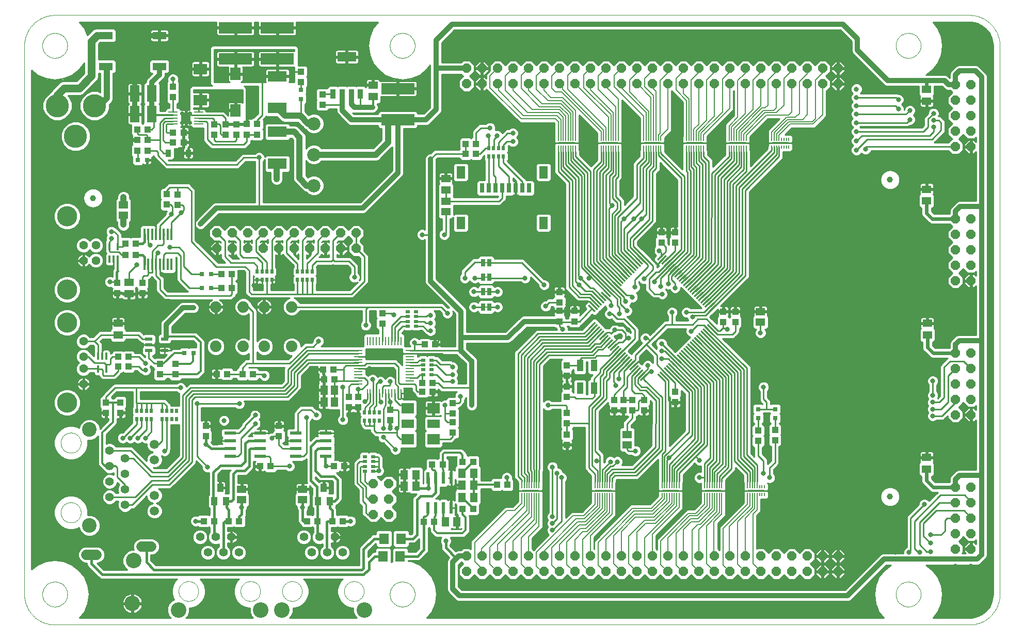
<source format=gtl>
G75*
%MOIN*%
%OFA0B0*%
%FSLAX24Y24*%
%IPPOS*%
%LPD*%
%AMOC8*
5,1,8,0,0,1.08239X$1,22.5*
%
%ADD10C,0.0000*%
%ADD11R,0.0433X0.0394*%
%ADD12R,0.0315X0.0315*%
%ADD13R,0.0394X0.0433*%
%ADD14R,0.0591X0.0512*%
%ADD15R,0.0100X0.0580*%
%ADD16R,0.0580X0.0100*%
%ADD17R,0.0591X0.0118*%
%ADD18R,0.0118X0.0591*%
%ADD19R,0.0591X0.0138*%
%ADD20R,0.0256X0.0197*%
%ADD21R,0.0197X0.0256*%
%ADD22C,0.0554*%
%ADD23C,0.0945*%
%ADD24C,0.0594*%
%ADD25R,0.0787X0.0709*%
%ADD26R,0.0787X0.0551*%
%ADD27R,0.0140X0.0780*%
%ADD28R,0.0780X0.0220*%
%ADD29R,0.1240X0.0669*%
%ADD30R,0.0433X0.0748*%
%ADD31C,0.0080*%
%ADD32R,0.0250X0.0500*%
%ADD33C,0.0740*%
%ADD34R,0.0610X0.0110*%
%ADD35R,0.0620X0.0740*%
%ADD36R,0.2165X0.0728*%
%ADD37R,0.0669X0.0787*%
%ADD38R,0.0630X0.1063*%
%ADD39R,0.0330X0.0630*%
%ADD40R,0.1220X0.0630*%
%ADD41R,0.0866X0.0709*%
%ADD42R,0.0079X0.0197*%
%ADD43R,0.1102X0.0157*%
%ADD44OC8,0.0594*%
%ADD45R,0.0512X0.0591*%
%ADD46R,0.0220X0.0780*%
%ADD47R,0.0880X0.0490*%
%ADD48C,0.1306*%
%ADD49C,0.0562*%
%ADD50C,0.1004*%
%ADD51R,0.0140X0.0460*%
%ADD52R,0.0394X0.0551*%
%ADD53R,0.0630X0.0709*%
%ADD54C,0.1000*%
%ADD55C,0.0650*%
%ADD56R,0.0315X0.0591*%
%ADD57R,0.0571X0.0787*%
%ADD58OC8,0.0600*%
%ADD59R,0.0472X0.0217*%
%ADD60R,0.0358X0.0480*%
%ADD61C,0.0860*%
%ADD62C,0.1500*%
%ADD63C,0.0394*%
%ADD64C,0.0100*%
%ADD65C,0.0317*%
%ADD66C,0.0278*%
%ADD67C,0.0160*%
%ADD68C,0.0320*%
%ADD69C,0.0120*%
%ADD70C,0.0079*%
%ADD71C,0.0400*%
%ADD72C,0.0240*%
%ADD73C,0.0500*%
D10*
X020795Y017886D02*
X079850Y017886D01*
X079850Y017885D02*
X079936Y017887D01*
X080022Y017892D01*
X080107Y017902D01*
X080192Y017915D01*
X080276Y017932D01*
X080360Y017952D01*
X080442Y017976D01*
X080523Y018004D01*
X080604Y018035D01*
X080682Y018069D01*
X080759Y018107D01*
X080835Y018149D01*
X080908Y018193D01*
X080979Y018241D01*
X081049Y018292D01*
X081116Y018346D01*
X081180Y018402D01*
X081242Y018462D01*
X081302Y018524D01*
X081358Y018588D01*
X081412Y018655D01*
X081463Y018725D01*
X081511Y018796D01*
X081555Y018869D01*
X081597Y018945D01*
X081635Y019022D01*
X081669Y019100D01*
X081700Y019181D01*
X081728Y019262D01*
X081752Y019344D01*
X081772Y019428D01*
X081789Y019512D01*
X081802Y019597D01*
X081812Y019682D01*
X081817Y019768D01*
X081819Y019854D01*
X081819Y055287D01*
X081817Y055373D01*
X081812Y055459D01*
X081802Y055544D01*
X081789Y055629D01*
X081772Y055713D01*
X081752Y055797D01*
X081728Y055879D01*
X081700Y055960D01*
X081669Y056041D01*
X081635Y056119D01*
X081597Y056196D01*
X081555Y056272D01*
X081511Y056345D01*
X081463Y056416D01*
X081412Y056486D01*
X081358Y056553D01*
X081302Y056617D01*
X081242Y056679D01*
X081180Y056739D01*
X081116Y056795D01*
X081049Y056849D01*
X080979Y056900D01*
X080908Y056948D01*
X080835Y056992D01*
X080759Y057034D01*
X080682Y057072D01*
X080604Y057106D01*
X080523Y057137D01*
X080442Y057165D01*
X080360Y057189D01*
X080276Y057209D01*
X080192Y057226D01*
X080107Y057239D01*
X080022Y057249D01*
X079936Y057254D01*
X079850Y057256D01*
X020795Y057256D01*
X019988Y055287D02*
X019990Y055343D01*
X019996Y055399D01*
X020006Y055455D01*
X020019Y055509D01*
X020037Y055563D01*
X020058Y055615D01*
X020082Y055666D01*
X020111Y055715D01*
X020142Y055761D01*
X020177Y055806D01*
X020214Y055848D01*
X020255Y055887D01*
X020298Y055923D01*
X020344Y055956D01*
X020391Y055986D01*
X020441Y056012D01*
X020493Y056035D01*
X020546Y056055D01*
X020600Y056070D01*
X020655Y056082D01*
X020711Y056090D01*
X020767Y056094D01*
X020823Y056094D01*
X020879Y056090D01*
X020935Y056082D01*
X020990Y056070D01*
X021044Y056055D01*
X021097Y056035D01*
X021149Y056012D01*
X021198Y055986D01*
X021246Y055956D01*
X021292Y055923D01*
X021335Y055887D01*
X021376Y055848D01*
X021413Y055806D01*
X021448Y055761D01*
X021479Y055715D01*
X021508Y055666D01*
X021532Y055615D01*
X021553Y055563D01*
X021571Y055509D01*
X021584Y055455D01*
X021594Y055399D01*
X021600Y055343D01*
X021602Y055287D01*
X021600Y055231D01*
X021594Y055175D01*
X021584Y055119D01*
X021571Y055065D01*
X021553Y055011D01*
X021532Y054959D01*
X021508Y054908D01*
X021479Y054859D01*
X021448Y054813D01*
X021413Y054768D01*
X021376Y054726D01*
X021335Y054687D01*
X021292Y054651D01*
X021246Y054618D01*
X021199Y054588D01*
X021149Y054562D01*
X021097Y054539D01*
X021044Y054519D01*
X020990Y054504D01*
X020935Y054492D01*
X020879Y054484D01*
X020823Y054480D01*
X020767Y054480D01*
X020711Y054484D01*
X020655Y054492D01*
X020600Y054504D01*
X020546Y054519D01*
X020493Y054539D01*
X020441Y054562D01*
X020391Y054588D01*
X020344Y054618D01*
X020298Y054651D01*
X020255Y054687D01*
X020214Y054726D01*
X020177Y054768D01*
X020142Y054813D01*
X020111Y054859D01*
X020082Y054908D01*
X020058Y054959D01*
X020037Y055011D01*
X020019Y055065D01*
X020006Y055119D01*
X019996Y055175D01*
X019990Y055231D01*
X019988Y055287D01*
X018826Y055287D02*
X018828Y055373D01*
X018833Y055459D01*
X018843Y055544D01*
X018856Y055629D01*
X018873Y055713D01*
X018893Y055797D01*
X018917Y055879D01*
X018945Y055960D01*
X018976Y056041D01*
X019010Y056119D01*
X019048Y056196D01*
X019090Y056272D01*
X019134Y056345D01*
X019182Y056416D01*
X019233Y056486D01*
X019287Y056553D01*
X019343Y056617D01*
X019403Y056679D01*
X019465Y056739D01*
X019529Y056795D01*
X019596Y056849D01*
X019666Y056900D01*
X019737Y056948D01*
X019811Y056992D01*
X019886Y057034D01*
X019963Y057072D01*
X020041Y057106D01*
X020122Y057137D01*
X020203Y057165D01*
X020285Y057189D01*
X020369Y057209D01*
X020453Y057226D01*
X020538Y057239D01*
X020623Y057249D01*
X020709Y057254D01*
X020795Y057256D01*
X018827Y055287D02*
X018827Y019854D01*
X019988Y019854D02*
X019990Y019910D01*
X019996Y019966D01*
X020006Y020022D01*
X020019Y020076D01*
X020037Y020130D01*
X020058Y020182D01*
X020082Y020233D01*
X020111Y020282D01*
X020142Y020328D01*
X020177Y020373D01*
X020214Y020415D01*
X020255Y020454D01*
X020298Y020490D01*
X020344Y020523D01*
X020391Y020553D01*
X020441Y020579D01*
X020493Y020602D01*
X020546Y020622D01*
X020600Y020637D01*
X020655Y020649D01*
X020711Y020657D01*
X020767Y020661D01*
X020823Y020661D01*
X020879Y020657D01*
X020935Y020649D01*
X020990Y020637D01*
X021044Y020622D01*
X021097Y020602D01*
X021149Y020579D01*
X021198Y020553D01*
X021246Y020523D01*
X021292Y020490D01*
X021335Y020454D01*
X021376Y020415D01*
X021413Y020373D01*
X021448Y020328D01*
X021479Y020282D01*
X021508Y020233D01*
X021532Y020182D01*
X021553Y020130D01*
X021571Y020076D01*
X021584Y020022D01*
X021594Y019966D01*
X021600Y019910D01*
X021602Y019854D01*
X021600Y019798D01*
X021594Y019742D01*
X021584Y019686D01*
X021571Y019632D01*
X021553Y019578D01*
X021532Y019526D01*
X021508Y019475D01*
X021479Y019426D01*
X021448Y019380D01*
X021413Y019335D01*
X021376Y019293D01*
X021335Y019254D01*
X021292Y019218D01*
X021246Y019185D01*
X021199Y019155D01*
X021149Y019129D01*
X021097Y019106D01*
X021044Y019086D01*
X020990Y019071D01*
X020935Y019059D01*
X020879Y019051D01*
X020823Y019047D01*
X020767Y019047D01*
X020711Y019051D01*
X020655Y019059D01*
X020600Y019071D01*
X020546Y019086D01*
X020493Y019106D01*
X020441Y019129D01*
X020391Y019155D01*
X020344Y019185D01*
X020298Y019218D01*
X020255Y019254D01*
X020214Y019293D01*
X020177Y019335D01*
X020142Y019380D01*
X020111Y019426D01*
X020082Y019475D01*
X020058Y019526D01*
X020037Y019578D01*
X020019Y019632D01*
X020006Y019686D01*
X019996Y019742D01*
X019990Y019798D01*
X019988Y019854D01*
X018826Y019854D02*
X018828Y019768D01*
X018833Y019682D01*
X018843Y019597D01*
X018856Y019512D01*
X018873Y019428D01*
X018893Y019344D01*
X018917Y019262D01*
X018945Y019181D01*
X018976Y019100D01*
X019010Y019022D01*
X019048Y018945D01*
X019090Y018870D01*
X019134Y018796D01*
X019182Y018725D01*
X019233Y018655D01*
X019287Y018588D01*
X019343Y018524D01*
X019403Y018462D01*
X019465Y018402D01*
X019529Y018346D01*
X019596Y018292D01*
X019666Y018241D01*
X019737Y018193D01*
X019810Y018149D01*
X019886Y018107D01*
X019963Y018069D01*
X020041Y018035D01*
X020122Y018004D01*
X020203Y017976D01*
X020285Y017952D01*
X020369Y017932D01*
X020453Y017915D01*
X020538Y017902D01*
X020623Y017892D01*
X020709Y017887D01*
X020795Y017885D01*
X028785Y020051D02*
X028787Y020101D01*
X028793Y020151D01*
X028803Y020200D01*
X028816Y020249D01*
X028834Y020296D01*
X028855Y020342D01*
X028879Y020385D01*
X028907Y020427D01*
X028938Y020467D01*
X028972Y020504D01*
X029009Y020538D01*
X029049Y020569D01*
X029091Y020597D01*
X029134Y020621D01*
X029180Y020642D01*
X029227Y020660D01*
X029276Y020673D01*
X029325Y020683D01*
X029375Y020689D01*
X029425Y020691D01*
X029475Y020689D01*
X029525Y020683D01*
X029574Y020673D01*
X029623Y020660D01*
X029670Y020642D01*
X029716Y020621D01*
X029759Y020597D01*
X029801Y020569D01*
X029841Y020538D01*
X029878Y020504D01*
X029912Y020467D01*
X029943Y020427D01*
X029971Y020385D01*
X029995Y020342D01*
X030016Y020296D01*
X030034Y020249D01*
X030047Y020200D01*
X030057Y020151D01*
X030063Y020101D01*
X030065Y020051D01*
X030063Y020001D01*
X030057Y019951D01*
X030047Y019902D01*
X030034Y019853D01*
X030016Y019806D01*
X029995Y019760D01*
X029971Y019717D01*
X029943Y019675D01*
X029912Y019635D01*
X029878Y019598D01*
X029841Y019564D01*
X029801Y019533D01*
X029759Y019505D01*
X029716Y019481D01*
X029670Y019460D01*
X029623Y019442D01*
X029574Y019429D01*
X029525Y019419D01*
X029475Y019413D01*
X029425Y019411D01*
X029375Y019413D01*
X029325Y019419D01*
X029276Y019429D01*
X029227Y019442D01*
X029180Y019460D01*
X029134Y019481D01*
X029091Y019505D01*
X029049Y019533D01*
X029009Y019564D01*
X028972Y019598D01*
X028938Y019635D01*
X028907Y019675D01*
X028879Y019717D01*
X028855Y019760D01*
X028834Y019806D01*
X028816Y019853D01*
X028803Y019902D01*
X028793Y019951D01*
X028787Y020001D01*
X028785Y020051D01*
X032785Y020051D02*
X032787Y020101D01*
X032793Y020151D01*
X032803Y020200D01*
X032816Y020249D01*
X032834Y020296D01*
X032855Y020342D01*
X032879Y020385D01*
X032907Y020427D01*
X032938Y020467D01*
X032972Y020504D01*
X033009Y020538D01*
X033049Y020569D01*
X033091Y020597D01*
X033134Y020621D01*
X033180Y020642D01*
X033227Y020660D01*
X033276Y020673D01*
X033325Y020683D01*
X033375Y020689D01*
X033425Y020691D01*
X033475Y020689D01*
X033525Y020683D01*
X033574Y020673D01*
X033623Y020660D01*
X033670Y020642D01*
X033716Y020621D01*
X033759Y020597D01*
X033801Y020569D01*
X033841Y020538D01*
X033878Y020504D01*
X033912Y020467D01*
X033943Y020427D01*
X033971Y020385D01*
X033995Y020342D01*
X034016Y020296D01*
X034034Y020249D01*
X034047Y020200D01*
X034057Y020151D01*
X034063Y020101D01*
X034065Y020051D01*
X034063Y020001D01*
X034057Y019951D01*
X034047Y019902D01*
X034034Y019853D01*
X034016Y019806D01*
X033995Y019760D01*
X033971Y019717D01*
X033943Y019675D01*
X033912Y019635D01*
X033878Y019598D01*
X033841Y019564D01*
X033801Y019533D01*
X033759Y019505D01*
X033716Y019481D01*
X033670Y019460D01*
X033623Y019442D01*
X033574Y019429D01*
X033525Y019419D01*
X033475Y019413D01*
X033425Y019411D01*
X033375Y019413D01*
X033325Y019419D01*
X033276Y019429D01*
X033227Y019442D01*
X033180Y019460D01*
X033134Y019481D01*
X033091Y019505D01*
X033049Y019533D01*
X033009Y019564D01*
X032972Y019598D01*
X032938Y019635D01*
X032907Y019675D01*
X032879Y019717D01*
X032855Y019760D01*
X032834Y019806D01*
X032816Y019853D01*
X032803Y019902D01*
X032793Y019951D01*
X032787Y020001D01*
X032785Y020051D01*
X035478Y020051D02*
X035480Y020101D01*
X035486Y020151D01*
X035496Y020200D01*
X035509Y020249D01*
X035527Y020296D01*
X035548Y020342D01*
X035572Y020385D01*
X035600Y020427D01*
X035631Y020467D01*
X035665Y020504D01*
X035702Y020538D01*
X035742Y020569D01*
X035784Y020597D01*
X035827Y020621D01*
X035873Y020642D01*
X035920Y020660D01*
X035969Y020673D01*
X036018Y020683D01*
X036068Y020689D01*
X036118Y020691D01*
X036168Y020689D01*
X036218Y020683D01*
X036267Y020673D01*
X036316Y020660D01*
X036363Y020642D01*
X036409Y020621D01*
X036452Y020597D01*
X036494Y020569D01*
X036534Y020538D01*
X036571Y020504D01*
X036605Y020467D01*
X036636Y020427D01*
X036664Y020385D01*
X036688Y020342D01*
X036709Y020296D01*
X036727Y020249D01*
X036740Y020200D01*
X036750Y020151D01*
X036756Y020101D01*
X036758Y020051D01*
X036756Y020001D01*
X036750Y019951D01*
X036740Y019902D01*
X036727Y019853D01*
X036709Y019806D01*
X036688Y019760D01*
X036664Y019717D01*
X036636Y019675D01*
X036605Y019635D01*
X036571Y019598D01*
X036534Y019564D01*
X036494Y019533D01*
X036452Y019505D01*
X036409Y019481D01*
X036363Y019460D01*
X036316Y019442D01*
X036267Y019429D01*
X036218Y019419D01*
X036168Y019413D01*
X036118Y019411D01*
X036068Y019413D01*
X036018Y019419D01*
X035969Y019429D01*
X035920Y019442D01*
X035873Y019460D01*
X035827Y019481D01*
X035784Y019505D01*
X035742Y019533D01*
X035702Y019564D01*
X035665Y019598D01*
X035631Y019635D01*
X035600Y019675D01*
X035572Y019717D01*
X035548Y019760D01*
X035527Y019806D01*
X035509Y019853D01*
X035496Y019902D01*
X035486Y019951D01*
X035480Y020001D01*
X035478Y020051D01*
X039478Y020051D02*
X039480Y020101D01*
X039486Y020151D01*
X039496Y020200D01*
X039509Y020249D01*
X039527Y020296D01*
X039548Y020342D01*
X039572Y020385D01*
X039600Y020427D01*
X039631Y020467D01*
X039665Y020504D01*
X039702Y020538D01*
X039742Y020569D01*
X039784Y020597D01*
X039827Y020621D01*
X039873Y020642D01*
X039920Y020660D01*
X039969Y020673D01*
X040018Y020683D01*
X040068Y020689D01*
X040118Y020691D01*
X040168Y020689D01*
X040218Y020683D01*
X040267Y020673D01*
X040316Y020660D01*
X040363Y020642D01*
X040409Y020621D01*
X040452Y020597D01*
X040494Y020569D01*
X040534Y020538D01*
X040571Y020504D01*
X040605Y020467D01*
X040636Y020427D01*
X040664Y020385D01*
X040688Y020342D01*
X040709Y020296D01*
X040727Y020249D01*
X040740Y020200D01*
X040750Y020151D01*
X040756Y020101D01*
X040758Y020051D01*
X040756Y020001D01*
X040750Y019951D01*
X040740Y019902D01*
X040727Y019853D01*
X040709Y019806D01*
X040688Y019760D01*
X040664Y019717D01*
X040636Y019675D01*
X040605Y019635D01*
X040571Y019598D01*
X040534Y019564D01*
X040494Y019533D01*
X040452Y019505D01*
X040409Y019481D01*
X040363Y019460D01*
X040316Y019442D01*
X040267Y019429D01*
X040218Y019419D01*
X040168Y019413D01*
X040118Y019411D01*
X040068Y019413D01*
X040018Y019419D01*
X039969Y019429D01*
X039920Y019442D01*
X039873Y019460D01*
X039827Y019481D01*
X039784Y019505D01*
X039742Y019533D01*
X039702Y019564D01*
X039665Y019598D01*
X039631Y019635D01*
X039600Y019675D01*
X039572Y019717D01*
X039548Y019760D01*
X039527Y019806D01*
X039509Y019853D01*
X039496Y019902D01*
X039486Y019951D01*
X039480Y020001D01*
X039478Y020051D01*
X042429Y019854D02*
X042431Y019910D01*
X042437Y019966D01*
X042447Y020022D01*
X042460Y020076D01*
X042478Y020130D01*
X042499Y020182D01*
X042523Y020233D01*
X042552Y020282D01*
X042583Y020328D01*
X042618Y020373D01*
X042655Y020415D01*
X042696Y020454D01*
X042739Y020490D01*
X042785Y020523D01*
X042832Y020553D01*
X042882Y020579D01*
X042934Y020602D01*
X042987Y020622D01*
X043041Y020637D01*
X043096Y020649D01*
X043152Y020657D01*
X043208Y020661D01*
X043264Y020661D01*
X043320Y020657D01*
X043376Y020649D01*
X043431Y020637D01*
X043485Y020622D01*
X043538Y020602D01*
X043590Y020579D01*
X043639Y020553D01*
X043687Y020523D01*
X043733Y020490D01*
X043776Y020454D01*
X043817Y020415D01*
X043854Y020373D01*
X043889Y020328D01*
X043920Y020282D01*
X043949Y020233D01*
X043973Y020182D01*
X043994Y020130D01*
X044012Y020076D01*
X044025Y020022D01*
X044035Y019966D01*
X044041Y019910D01*
X044043Y019854D01*
X044041Y019798D01*
X044035Y019742D01*
X044025Y019686D01*
X044012Y019632D01*
X043994Y019578D01*
X043973Y019526D01*
X043949Y019475D01*
X043920Y019426D01*
X043889Y019380D01*
X043854Y019335D01*
X043817Y019293D01*
X043776Y019254D01*
X043733Y019218D01*
X043687Y019185D01*
X043640Y019155D01*
X043590Y019129D01*
X043538Y019106D01*
X043485Y019086D01*
X043431Y019071D01*
X043376Y019059D01*
X043320Y019051D01*
X043264Y019047D01*
X043208Y019047D01*
X043152Y019051D01*
X043096Y019059D01*
X043041Y019071D01*
X042987Y019086D01*
X042934Y019106D01*
X042882Y019129D01*
X042832Y019155D01*
X042785Y019185D01*
X042739Y019218D01*
X042696Y019254D01*
X042655Y019293D01*
X042618Y019335D01*
X042583Y019380D01*
X042552Y019426D01*
X042523Y019475D01*
X042499Y019526D01*
X042478Y019578D01*
X042460Y019632D01*
X042447Y019686D01*
X042437Y019742D01*
X042431Y019798D01*
X042429Y019854D01*
X021177Y025136D02*
X021179Y025186D01*
X021185Y025236D01*
X021195Y025286D01*
X021208Y025334D01*
X021225Y025382D01*
X021246Y025428D01*
X021270Y025472D01*
X021298Y025514D01*
X021329Y025554D01*
X021363Y025591D01*
X021400Y025626D01*
X021439Y025657D01*
X021480Y025686D01*
X021524Y025711D01*
X021570Y025733D01*
X021617Y025751D01*
X021665Y025765D01*
X021714Y025776D01*
X021764Y025783D01*
X021814Y025786D01*
X021865Y025785D01*
X021915Y025780D01*
X021965Y025771D01*
X022013Y025759D01*
X022061Y025742D01*
X022107Y025722D01*
X022152Y025699D01*
X022195Y025672D01*
X022235Y025642D01*
X022273Y025609D01*
X022308Y025573D01*
X022341Y025534D01*
X022370Y025493D01*
X022396Y025450D01*
X022419Y025405D01*
X022438Y025358D01*
X022453Y025310D01*
X022465Y025261D01*
X022473Y025211D01*
X022477Y025161D01*
X022477Y025111D01*
X022473Y025061D01*
X022465Y025011D01*
X022453Y024962D01*
X022438Y024914D01*
X022419Y024867D01*
X022396Y024822D01*
X022370Y024779D01*
X022341Y024738D01*
X022308Y024699D01*
X022273Y024663D01*
X022235Y024630D01*
X022195Y024600D01*
X022152Y024573D01*
X022107Y024550D01*
X022061Y024530D01*
X022013Y024513D01*
X021965Y024501D01*
X021915Y024492D01*
X021865Y024487D01*
X021814Y024486D01*
X021764Y024489D01*
X021714Y024496D01*
X021665Y024507D01*
X021617Y024521D01*
X021570Y024539D01*
X021524Y024561D01*
X021480Y024586D01*
X021439Y024615D01*
X021400Y024646D01*
X021363Y024681D01*
X021329Y024718D01*
X021298Y024758D01*
X021270Y024800D01*
X021246Y024844D01*
X021225Y024890D01*
X021208Y024938D01*
X021195Y024986D01*
X021185Y025036D01*
X021179Y025086D01*
X021177Y025136D01*
X021177Y029636D02*
X021179Y029686D01*
X021185Y029736D01*
X021195Y029786D01*
X021208Y029834D01*
X021225Y029882D01*
X021246Y029928D01*
X021270Y029972D01*
X021298Y030014D01*
X021329Y030054D01*
X021363Y030091D01*
X021400Y030126D01*
X021439Y030157D01*
X021480Y030186D01*
X021524Y030211D01*
X021570Y030233D01*
X021617Y030251D01*
X021665Y030265D01*
X021714Y030276D01*
X021764Y030283D01*
X021814Y030286D01*
X021865Y030285D01*
X021915Y030280D01*
X021965Y030271D01*
X022013Y030259D01*
X022061Y030242D01*
X022107Y030222D01*
X022152Y030199D01*
X022195Y030172D01*
X022235Y030142D01*
X022273Y030109D01*
X022308Y030073D01*
X022341Y030034D01*
X022370Y029993D01*
X022396Y029950D01*
X022419Y029905D01*
X022438Y029858D01*
X022453Y029810D01*
X022465Y029761D01*
X022473Y029711D01*
X022477Y029661D01*
X022477Y029611D01*
X022473Y029561D01*
X022465Y029511D01*
X022453Y029462D01*
X022438Y029414D01*
X022419Y029367D01*
X022396Y029322D01*
X022370Y029279D01*
X022341Y029238D01*
X022308Y029199D01*
X022273Y029163D01*
X022235Y029130D01*
X022195Y029100D01*
X022152Y029073D01*
X022107Y029050D01*
X022061Y029030D01*
X022013Y029013D01*
X021965Y029001D01*
X021915Y028992D01*
X021865Y028987D01*
X021814Y028986D01*
X021764Y028989D01*
X021714Y028996D01*
X021665Y029007D01*
X021617Y029021D01*
X021570Y029039D01*
X021524Y029061D01*
X021480Y029086D01*
X021439Y029115D01*
X021400Y029146D01*
X021363Y029181D01*
X021329Y029218D01*
X021298Y029258D01*
X021270Y029300D01*
X021246Y029344D01*
X021225Y029390D01*
X021208Y029438D01*
X021195Y029486D01*
X021185Y029536D01*
X021179Y029586D01*
X021177Y029636D01*
X042429Y055287D02*
X042431Y055343D01*
X042437Y055399D01*
X042447Y055455D01*
X042460Y055509D01*
X042478Y055563D01*
X042499Y055615D01*
X042523Y055666D01*
X042552Y055715D01*
X042583Y055761D01*
X042618Y055806D01*
X042655Y055848D01*
X042696Y055887D01*
X042739Y055923D01*
X042785Y055956D01*
X042832Y055986D01*
X042882Y056012D01*
X042934Y056035D01*
X042987Y056055D01*
X043041Y056070D01*
X043096Y056082D01*
X043152Y056090D01*
X043208Y056094D01*
X043264Y056094D01*
X043320Y056090D01*
X043376Y056082D01*
X043431Y056070D01*
X043485Y056055D01*
X043538Y056035D01*
X043590Y056012D01*
X043639Y055986D01*
X043687Y055956D01*
X043733Y055923D01*
X043776Y055887D01*
X043817Y055848D01*
X043854Y055806D01*
X043889Y055761D01*
X043920Y055715D01*
X043949Y055666D01*
X043973Y055615D01*
X043994Y055563D01*
X044012Y055509D01*
X044025Y055455D01*
X044035Y055399D01*
X044041Y055343D01*
X044043Y055287D01*
X044041Y055231D01*
X044035Y055175D01*
X044025Y055119D01*
X044012Y055065D01*
X043994Y055011D01*
X043973Y054959D01*
X043949Y054908D01*
X043920Y054859D01*
X043889Y054813D01*
X043854Y054768D01*
X043817Y054726D01*
X043776Y054687D01*
X043733Y054651D01*
X043687Y054618D01*
X043640Y054588D01*
X043590Y054562D01*
X043538Y054539D01*
X043485Y054519D01*
X043431Y054504D01*
X043376Y054492D01*
X043320Y054484D01*
X043264Y054480D01*
X043208Y054480D01*
X043152Y054484D01*
X043096Y054492D01*
X043041Y054504D01*
X042987Y054519D01*
X042934Y054539D01*
X042882Y054562D01*
X042832Y054588D01*
X042785Y054618D01*
X042739Y054651D01*
X042696Y054687D01*
X042655Y054726D01*
X042618Y054768D01*
X042583Y054813D01*
X042552Y054859D01*
X042523Y054908D01*
X042499Y054959D01*
X042478Y055011D01*
X042460Y055065D01*
X042447Y055119D01*
X042437Y055175D01*
X042431Y055231D01*
X042429Y055287D01*
X075106Y055287D02*
X075108Y055343D01*
X075114Y055399D01*
X075124Y055455D01*
X075137Y055509D01*
X075155Y055563D01*
X075176Y055615D01*
X075200Y055666D01*
X075229Y055715D01*
X075260Y055761D01*
X075295Y055806D01*
X075332Y055848D01*
X075373Y055887D01*
X075416Y055923D01*
X075462Y055956D01*
X075509Y055986D01*
X075559Y056012D01*
X075611Y056035D01*
X075664Y056055D01*
X075718Y056070D01*
X075773Y056082D01*
X075829Y056090D01*
X075885Y056094D01*
X075941Y056094D01*
X075997Y056090D01*
X076053Y056082D01*
X076108Y056070D01*
X076162Y056055D01*
X076215Y056035D01*
X076267Y056012D01*
X076316Y055986D01*
X076364Y055956D01*
X076410Y055923D01*
X076453Y055887D01*
X076494Y055848D01*
X076531Y055806D01*
X076566Y055761D01*
X076597Y055715D01*
X076626Y055666D01*
X076650Y055615D01*
X076671Y055563D01*
X076689Y055509D01*
X076702Y055455D01*
X076712Y055399D01*
X076718Y055343D01*
X076720Y055287D01*
X076718Y055231D01*
X076712Y055175D01*
X076702Y055119D01*
X076689Y055065D01*
X076671Y055011D01*
X076650Y054959D01*
X076626Y054908D01*
X076597Y054859D01*
X076566Y054813D01*
X076531Y054768D01*
X076494Y054726D01*
X076453Y054687D01*
X076410Y054651D01*
X076364Y054618D01*
X076317Y054588D01*
X076267Y054562D01*
X076215Y054539D01*
X076162Y054519D01*
X076108Y054504D01*
X076053Y054492D01*
X075997Y054484D01*
X075941Y054480D01*
X075885Y054480D01*
X075829Y054484D01*
X075773Y054492D01*
X075718Y054504D01*
X075664Y054519D01*
X075611Y054539D01*
X075559Y054562D01*
X075509Y054588D01*
X075462Y054618D01*
X075416Y054651D01*
X075373Y054687D01*
X075332Y054726D01*
X075295Y054768D01*
X075260Y054813D01*
X075229Y054859D01*
X075200Y054908D01*
X075176Y054959D01*
X075155Y055011D01*
X075137Y055065D01*
X075124Y055119D01*
X075114Y055175D01*
X075108Y055231D01*
X075106Y055287D01*
X075106Y019854D02*
X075108Y019910D01*
X075114Y019966D01*
X075124Y020022D01*
X075137Y020076D01*
X075155Y020130D01*
X075176Y020182D01*
X075200Y020233D01*
X075229Y020282D01*
X075260Y020328D01*
X075295Y020373D01*
X075332Y020415D01*
X075373Y020454D01*
X075416Y020490D01*
X075462Y020523D01*
X075509Y020553D01*
X075559Y020579D01*
X075611Y020602D01*
X075664Y020622D01*
X075718Y020637D01*
X075773Y020649D01*
X075829Y020657D01*
X075885Y020661D01*
X075941Y020661D01*
X075997Y020657D01*
X076053Y020649D01*
X076108Y020637D01*
X076162Y020622D01*
X076215Y020602D01*
X076267Y020579D01*
X076316Y020553D01*
X076364Y020523D01*
X076410Y020490D01*
X076453Y020454D01*
X076494Y020415D01*
X076531Y020373D01*
X076566Y020328D01*
X076597Y020282D01*
X076626Y020233D01*
X076650Y020182D01*
X076671Y020130D01*
X076689Y020076D01*
X076702Y020022D01*
X076712Y019966D01*
X076718Y019910D01*
X076720Y019854D01*
X076718Y019798D01*
X076712Y019742D01*
X076702Y019686D01*
X076689Y019632D01*
X076671Y019578D01*
X076650Y019526D01*
X076626Y019475D01*
X076597Y019426D01*
X076566Y019380D01*
X076531Y019335D01*
X076494Y019293D01*
X076453Y019254D01*
X076410Y019218D01*
X076364Y019185D01*
X076317Y019155D01*
X076267Y019129D01*
X076215Y019106D01*
X076162Y019086D01*
X076108Y019071D01*
X076053Y019059D01*
X075997Y019051D01*
X075941Y019047D01*
X075885Y019047D01*
X075829Y019051D01*
X075773Y019059D01*
X075718Y019071D01*
X075664Y019086D01*
X075611Y019106D01*
X075559Y019129D01*
X075509Y019155D01*
X075462Y019185D01*
X075416Y019218D01*
X075373Y019254D01*
X075332Y019293D01*
X075295Y019335D01*
X075260Y019380D01*
X075229Y019426D01*
X075200Y019475D01*
X075176Y019526D01*
X075155Y019578D01*
X075137Y019632D01*
X075124Y019686D01*
X075114Y019742D01*
X075108Y019798D01*
X075106Y019854D01*
D11*
X066219Y029756D03*
X066219Y030425D03*
X067301Y030474D03*
X067301Y029805D03*
X058098Y031724D03*
X058098Y032394D03*
X053866Y031557D03*
X053866Y030888D03*
X046484Y030967D03*
X046484Y031528D03*
X046484Y032197D03*
X045195Y032945D03*
X044526Y032945D03*
X044673Y035996D03*
X045343Y035996D03*
X041957Y037335D03*
X041957Y038004D03*
X038797Y034372D03*
X038846Y033732D03*
X038177Y033732D03*
X038128Y034372D03*
X039791Y032591D03*
X039791Y031921D03*
X039486Y028122D03*
X038817Y028122D03*
X034713Y028122D03*
X034043Y028122D03*
X031907Y034077D03*
X031238Y034077D03*
X028577Y034051D03*
X028577Y034720D03*
X027577Y034720D03*
X027577Y034051D03*
X028024Y045018D03*
X028024Y045687D03*
X028719Y045681D03*
X028719Y045012D03*
X028433Y049037D03*
X029102Y049037D03*
X031081Y049539D03*
X031081Y050209D03*
X033193Y050219D03*
X033844Y050219D03*
X033844Y049549D03*
X033193Y049549D03*
X038069Y051459D03*
X038069Y052128D03*
X036691Y052935D03*
X036691Y053604D03*
X053374Y039382D03*
X053374Y038713D03*
X046484Y030297D03*
D12*
X030879Y039640D03*
X030289Y039640D03*
X030289Y040538D03*
X030879Y040538D03*
X029754Y035436D03*
X029163Y035436D03*
X026750Y047906D03*
X026159Y047906D03*
X036691Y051843D03*
X036691Y052433D03*
X066219Y031813D03*
X066219Y031222D03*
X067301Y031222D03*
X067301Y031813D03*
D13*
X060854Y032266D03*
X060854Y032935D03*
X058837Y032394D03*
X058837Y031724D03*
X057508Y031724D03*
X056917Y031724D03*
X056917Y032394D03*
X057508Y032394D03*
X053866Y032610D03*
X053866Y033280D03*
X053849Y033975D03*
X053849Y034644D03*
X053374Y037482D03*
X053374Y038152D03*
X054358Y038152D03*
X054358Y037482D03*
X059969Y042551D03*
X059969Y043220D03*
X060854Y043220D03*
X060854Y042551D03*
X063955Y038102D03*
X063955Y037433D03*
X064742Y037433D03*
X064742Y038102D03*
X053866Y030179D03*
X053866Y029510D03*
X050018Y026929D03*
X049348Y026929D03*
X047803Y028417D03*
X047134Y028417D03*
X045835Y028220D03*
X045165Y028220D03*
X047134Y025366D03*
X047803Y025366D03*
X045293Y024530D03*
X044624Y024530D03*
X039388Y024579D03*
X038719Y024579D03*
X037764Y024579D03*
X037094Y024579D03*
X032695Y024579D03*
X032026Y024579D03*
X031071Y024579D03*
X030402Y024579D03*
X030539Y030051D03*
X030539Y030720D03*
X032911Y034077D03*
X033581Y034077D03*
X035264Y030720D03*
X035264Y030051D03*
X040382Y031921D03*
X040382Y032591D03*
X042449Y031754D03*
X042449Y031085D03*
X044526Y033486D03*
X045195Y033486D03*
X032219Y039640D03*
X031549Y039640D03*
X031549Y040538D03*
X032219Y040538D03*
X026455Y039972D03*
X026455Y039303D03*
X024831Y039303D03*
X024831Y039972D03*
X025359Y041761D03*
X026029Y041761D03*
X026029Y042511D03*
X025359Y042511D03*
X026120Y048496D03*
X026789Y048496D03*
X026789Y049185D03*
X026120Y049185D03*
X026120Y049874D03*
X026789Y049874D03*
X028433Y049677D03*
X029102Y049677D03*
X031819Y049539D03*
X031819Y050209D03*
X032508Y050209D03*
X032508Y049539D03*
X028423Y051951D03*
X028423Y052620D03*
X047331Y048939D03*
X047331Y048299D03*
X048000Y048299D03*
X048000Y048939D03*
X025551Y035189D03*
X025551Y034575D03*
X024882Y034575D03*
X024882Y035189D03*
X025028Y032246D03*
X025028Y031577D03*
X024093Y031577D03*
X024093Y032246D03*
D14*
X024880Y036606D03*
X024880Y037354D03*
X025569Y039264D03*
X025569Y040012D03*
X025224Y044323D03*
X025224Y044992D03*
X041343Y051986D03*
X041343Y052734D03*
X046041Y046705D03*
X046041Y045957D03*
X046041Y045238D03*
X046041Y044569D03*
X057754Y030179D03*
X057754Y029510D03*
X066366Y037433D03*
X066366Y038102D03*
X077144Y037354D03*
X077144Y036606D03*
X077094Y028693D03*
X077094Y027945D03*
X077094Y045268D03*
X077094Y046016D03*
X077094Y051715D03*
X077094Y052463D03*
X036789Y026636D03*
X036789Y025967D03*
X032852Y025967D03*
X032852Y026636D03*
D15*
X040975Y032850D03*
X041165Y032850D03*
X041365Y032850D03*
X041565Y032850D03*
X041755Y032850D03*
X041955Y032850D03*
X042155Y032850D03*
X042355Y032850D03*
X042545Y032850D03*
X042745Y032850D03*
X042945Y032850D03*
X043135Y032850D03*
X043135Y036190D03*
X042945Y036190D03*
X042745Y036190D03*
X042545Y036190D03*
X042355Y036190D03*
X042155Y036190D03*
X041955Y036190D03*
X041755Y036190D03*
X041565Y036190D03*
X041365Y036190D03*
X041165Y036190D03*
X040975Y036190D03*
D16*
X040385Y035600D03*
X040385Y035410D03*
X040385Y035210D03*
X040385Y035010D03*
X040385Y034820D03*
X040385Y034620D03*
X040385Y034420D03*
X040385Y034220D03*
X040385Y034030D03*
X040385Y033830D03*
X040385Y033630D03*
X040385Y033440D03*
X043725Y033440D03*
X043725Y033630D03*
X043725Y033830D03*
X043725Y034030D03*
X043725Y034220D03*
X043725Y034420D03*
X043725Y034620D03*
X043725Y034820D03*
X043725Y035010D03*
X043725Y035210D03*
X043725Y035410D03*
X043725Y035600D03*
D17*
G36*
X055731Y037377D02*
X055315Y036961D01*
X055231Y037045D01*
X055647Y037461D01*
X055731Y037377D01*
G37*
G36*
X055870Y037238D02*
X055454Y036822D01*
X055370Y036906D01*
X055786Y037322D01*
X055870Y037238D01*
G37*
G36*
X056009Y037099D02*
X055593Y036683D01*
X055509Y036767D01*
X055925Y037183D01*
X056009Y037099D01*
G37*
G36*
X056148Y036959D02*
X055732Y036543D01*
X055648Y036627D01*
X056064Y037043D01*
X056148Y036959D01*
G37*
G36*
X056287Y036820D02*
X055871Y036404D01*
X055787Y036488D01*
X056203Y036904D01*
X056287Y036820D01*
G37*
G36*
X056426Y036681D02*
X056010Y036265D01*
X055926Y036349D01*
X056342Y036765D01*
X056426Y036681D01*
G37*
G36*
X056566Y036542D02*
X056150Y036126D01*
X056066Y036210D01*
X056482Y036626D01*
X056566Y036542D01*
G37*
G36*
X056705Y036403D02*
X056289Y035987D01*
X056205Y036071D01*
X056621Y036487D01*
X056705Y036403D01*
G37*
G36*
X056844Y036263D02*
X056428Y035847D01*
X056344Y035931D01*
X056760Y036347D01*
X056844Y036263D01*
G37*
G36*
X056983Y036124D02*
X056567Y035708D01*
X056483Y035792D01*
X056899Y036208D01*
X056983Y036124D01*
G37*
G36*
X057122Y035985D02*
X056706Y035569D01*
X056622Y035653D01*
X057038Y036069D01*
X057122Y035985D01*
G37*
G36*
X057262Y035846D02*
X056846Y035430D01*
X056762Y035514D01*
X057178Y035930D01*
X057262Y035846D01*
G37*
G36*
X057401Y035707D02*
X056985Y035291D01*
X056901Y035375D01*
X057317Y035791D01*
X057401Y035707D01*
G37*
G36*
X057540Y035567D02*
X057124Y035151D01*
X057040Y035235D01*
X057456Y035651D01*
X057540Y035567D01*
G37*
G36*
X057679Y035428D02*
X057263Y035012D01*
X057179Y035096D01*
X057595Y035512D01*
X057679Y035428D01*
G37*
G36*
X057818Y035289D02*
X057402Y034873D01*
X057318Y034957D01*
X057734Y035373D01*
X057818Y035289D01*
G37*
G36*
X057958Y035150D02*
X057542Y034734D01*
X057458Y034818D01*
X057874Y035234D01*
X057958Y035150D01*
G37*
G36*
X058097Y035011D02*
X057681Y034595D01*
X057597Y034679D01*
X058013Y035095D01*
X058097Y035011D01*
G37*
G36*
X058236Y034871D02*
X057820Y034455D01*
X057736Y034539D01*
X058152Y034955D01*
X058236Y034871D01*
G37*
G36*
X058375Y034732D02*
X057959Y034316D01*
X057875Y034400D01*
X058291Y034816D01*
X058375Y034732D01*
G37*
G36*
X058514Y034593D02*
X058098Y034177D01*
X058014Y034261D01*
X058430Y034677D01*
X058514Y034593D01*
G37*
G36*
X058654Y034454D02*
X058238Y034038D01*
X058154Y034122D01*
X058570Y034538D01*
X058654Y034454D01*
G37*
G36*
X058793Y034315D02*
X058377Y033899D01*
X058293Y033983D01*
X058709Y034399D01*
X058793Y034315D01*
G37*
G36*
X058932Y034175D02*
X058516Y033759D01*
X058432Y033843D01*
X058848Y034259D01*
X058932Y034175D01*
G37*
G36*
X059071Y034036D02*
X058655Y033620D01*
X058571Y033704D01*
X058987Y034120D01*
X059071Y034036D01*
G37*
G36*
X063525Y038490D02*
X063109Y038074D01*
X063025Y038158D01*
X063441Y038574D01*
X063525Y038490D01*
G37*
G36*
X063386Y038630D02*
X062970Y038214D01*
X062886Y038298D01*
X063302Y038714D01*
X063386Y038630D01*
G37*
G36*
X063247Y038769D02*
X062831Y038353D01*
X062747Y038437D01*
X063163Y038853D01*
X063247Y038769D01*
G37*
G36*
X063108Y038908D02*
X062692Y038492D01*
X062608Y038576D01*
X063024Y038992D01*
X063108Y038908D01*
G37*
G36*
X062969Y039047D02*
X062553Y038631D01*
X062469Y038715D01*
X062885Y039131D01*
X062969Y039047D01*
G37*
G36*
X062829Y039186D02*
X062413Y038770D01*
X062329Y038854D01*
X062745Y039270D01*
X062829Y039186D01*
G37*
G36*
X062690Y039326D02*
X062274Y038910D01*
X062190Y038994D01*
X062606Y039410D01*
X062690Y039326D01*
G37*
G36*
X062551Y039465D02*
X062135Y039049D01*
X062051Y039133D01*
X062467Y039549D01*
X062551Y039465D01*
G37*
G36*
X062412Y039604D02*
X061996Y039188D01*
X061912Y039272D01*
X062328Y039688D01*
X062412Y039604D01*
G37*
G36*
X062273Y039743D02*
X061857Y039327D01*
X061773Y039411D01*
X062189Y039827D01*
X062273Y039743D01*
G37*
G36*
X062133Y039882D02*
X061717Y039466D01*
X061633Y039550D01*
X062049Y039966D01*
X062133Y039882D01*
G37*
G36*
X061994Y040022D02*
X061578Y039606D01*
X061494Y039690D01*
X061910Y040106D01*
X061994Y040022D01*
G37*
G36*
X061855Y040161D02*
X061439Y039745D01*
X061355Y039829D01*
X061771Y040245D01*
X061855Y040161D01*
G37*
G36*
X061716Y040300D02*
X061300Y039884D01*
X061216Y039968D01*
X061632Y040384D01*
X061716Y040300D01*
G37*
G36*
X061577Y040439D02*
X061161Y040023D01*
X061077Y040107D01*
X061493Y040523D01*
X061577Y040439D01*
G37*
G36*
X061437Y040578D02*
X061021Y040162D01*
X060937Y040246D01*
X061353Y040662D01*
X061437Y040578D01*
G37*
G36*
X061298Y040718D02*
X060882Y040302D01*
X060798Y040386D01*
X061214Y040802D01*
X061298Y040718D01*
G37*
G36*
X061159Y040857D02*
X060743Y040441D01*
X060659Y040525D01*
X061075Y040941D01*
X061159Y040857D01*
G37*
G36*
X060881Y041135D02*
X060465Y040719D01*
X060381Y040803D01*
X060797Y041219D01*
X060881Y041135D01*
G37*
G36*
X060742Y041274D02*
X060326Y040858D01*
X060242Y040942D01*
X060658Y041358D01*
X060742Y041274D01*
G37*
G36*
X060602Y041414D02*
X060186Y040998D01*
X060102Y041082D01*
X060518Y041498D01*
X060602Y041414D01*
G37*
G36*
X060463Y041553D02*
X060047Y041137D01*
X059963Y041221D01*
X060379Y041637D01*
X060463Y041553D01*
G37*
G36*
X060324Y041692D02*
X059908Y041276D01*
X059824Y041360D01*
X060240Y041776D01*
X060324Y041692D01*
G37*
G36*
X060185Y041831D02*
X059769Y041415D01*
X059685Y041499D01*
X060101Y041915D01*
X060185Y041831D01*
G37*
D18*
G36*
X059071Y041499D02*
X058987Y041415D01*
X058571Y041831D01*
X058655Y041915D01*
X059071Y041499D01*
G37*
G36*
X058932Y041360D02*
X058848Y041276D01*
X058432Y041692D01*
X058516Y041776D01*
X058932Y041360D01*
G37*
G36*
X058793Y041221D02*
X058709Y041137D01*
X058293Y041553D01*
X058377Y041637D01*
X058793Y041221D01*
G37*
G36*
X058654Y041082D02*
X058570Y040998D01*
X058154Y041414D01*
X058238Y041498D01*
X058654Y041082D01*
G37*
G36*
X058514Y040942D02*
X058430Y040858D01*
X058014Y041274D01*
X058098Y041358D01*
X058514Y040942D01*
G37*
G36*
X058375Y040803D02*
X058291Y040719D01*
X057875Y041135D01*
X057959Y041219D01*
X058375Y040803D01*
G37*
G36*
X058236Y040664D02*
X058152Y040580D01*
X057736Y040996D01*
X057820Y041080D01*
X058236Y040664D01*
G37*
G36*
X058097Y040525D02*
X058013Y040441D01*
X057597Y040857D01*
X057681Y040941D01*
X058097Y040525D01*
G37*
G36*
X057958Y040386D02*
X057874Y040302D01*
X057458Y040718D01*
X057542Y040802D01*
X057958Y040386D01*
G37*
G36*
X057818Y040246D02*
X057734Y040162D01*
X057318Y040578D01*
X057402Y040662D01*
X057818Y040246D01*
G37*
G36*
X057679Y040107D02*
X057595Y040023D01*
X057179Y040439D01*
X057263Y040523D01*
X057679Y040107D01*
G37*
G36*
X057540Y039968D02*
X057456Y039884D01*
X057040Y040300D01*
X057124Y040384D01*
X057540Y039968D01*
G37*
G36*
X057401Y039829D02*
X057317Y039745D01*
X056901Y040161D01*
X056985Y040245D01*
X057401Y039829D01*
G37*
G36*
X057262Y039690D02*
X057178Y039606D01*
X056762Y040022D01*
X056846Y040106D01*
X057262Y039690D01*
G37*
G36*
X057122Y039550D02*
X057038Y039466D01*
X056622Y039882D01*
X056706Y039966D01*
X057122Y039550D01*
G37*
G36*
X056983Y039411D02*
X056899Y039327D01*
X056483Y039743D01*
X056567Y039827D01*
X056983Y039411D01*
G37*
G36*
X056844Y039272D02*
X056760Y039188D01*
X056344Y039604D01*
X056428Y039688D01*
X056844Y039272D01*
G37*
G36*
X056705Y039133D02*
X056621Y039049D01*
X056205Y039465D01*
X056289Y039549D01*
X056705Y039133D01*
G37*
G36*
X056566Y038994D02*
X056482Y038910D01*
X056066Y039326D01*
X056150Y039410D01*
X056566Y038994D01*
G37*
G36*
X056426Y038854D02*
X056342Y038770D01*
X055926Y039186D01*
X056010Y039270D01*
X056426Y038854D01*
G37*
G36*
X056287Y038715D02*
X056203Y038631D01*
X055787Y039047D01*
X055871Y039131D01*
X056287Y038715D01*
G37*
G36*
X056148Y038576D02*
X056064Y038492D01*
X055648Y038908D01*
X055732Y038992D01*
X056148Y038576D01*
G37*
G36*
X056009Y038437D02*
X055925Y038353D01*
X055509Y038769D01*
X055593Y038853D01*
X056009Y038437D01*
G37*
G36*
X055870Y038298D02*
X055786Y038214D01*
X055370Y038630D01*
X055454Y038714D01*
X055870Y038298D01*
G37*
G36*
X055731Y038158D02*
X055647Y038074D01*
X055231Y038490D01*
X055315Y038574D01*
X055731Y038158D01*
G37*
G36*
X060185Y033704D02*
X060101Y033620D01*
X059685Y034036D01*
X059769Y034120D01*
X060185Y033704D01*
G37*
G36*
X060324Y033843D02*
X060240Y033759D01*
X059824Y034175D01*
X059908Y034259D01*
X060324Y033843D01*
G37*
G36*
X060463Y033983D02*
X060379Y033899D01*
X059963Y034315D01*
X060047Y034399D01*
X060463Y033983D01*
G37*
G36*
X060602Y034122D02*
X060518Y034038D01*
X060102Y034454D01*
X060186Y034538D01*
X060602Y034122D01*
G37*
G36*
X060742Y034261D02*
X060658Y034177D01*
X060242Y034593D01*
X060326Y034677D01*
X060742Y034261D01*
G37*
G36*
X060881Y034400D02*
X060797Y034316D01*
X060381Y034732D01*
X060465Y034816D01*
X060881Y034400D01*
G37*
G36*
X061020Y034539D02*
X060936Y034455D01*
X060520Y034871D01*
X060604Y034955D01*
X061020Y034539D01*
G37*
G36*
X061159Y034679D02*
X061075Y034595D01*
X060659Y035011D01*
X060743Y035095D01*
X061159Y034679D01*
G37*
G36*
X061298Y034818D02*
X061214Y034734D01*
X060798Y035150D01*
X060882Y035234D01*
X061298Y034818D01*
G37*
G36*
X061437Y034957D02*
X061353Y034873D01*
X060937Y035289D01*
X061021Y035373D01*
X061437Y034957D01*
G37*
G36*
X061577Y035096D02*
X061493Y035012D01*
X061077Y035428D01*
X061161Y035512D01*
X061577Y035096D01*
G37*
G36*
X061716Y035235D02*
X061632Y035151D01*
X061216Y035567D01*
X061300Y035651D01*
X061716Y035235D01*
G37*
G36*
X061855Y035375D02*
X061771Y035291D01*
X061355Y035707D01*
X061439Y035791D01*
X061855Y035375D01*
G37*
G36*
X061994Y035514D02*
X061910Y035430D01*
X061494Y035846D01*
X061578Y035930D01*
X061994Y035514D01*
G37*
G36*
X062133Y035653D02*
X062049Y035569D01*
X061633Y035985D01*
X061717Y036069D01*
X062133Y035653D01*
G37*
G36*
X062273Y035792D02*
X062189Y035708D01*
X061773Y036124D01*
X061857Y036208D01*
X062273Y035792D01*
G37*
G36*
X062412Y035931D02*
X062328Y035847D01*
X061912Y036263D01*
X061996Y036347D01*
X062412Y035931D01*
G37*
G36*
X062551Y036071D02*
X062467Y035987D01*
X062051Y036403D01*
X062135Y036487D01*
X062551Y036071D01*
G37*
G36*
X062690Y036210D02*
X062606Y036126D01*
X062190Y036542D01*
X062274Y036626D01*
X062690Y036210D01*
G37*
G36*
X062829Y036349D02*
X062745Y036265D01*
X062329Y036681D01*
X062413Y036765D01*
X062829Y036349D01*
G37*
G36*
X062969Y036488D02*
X062885Y036404D01*
X062469Y036820D01*
X062553Y036904D01*
X062969Y036488D01*
G37*
G36*
X063108Y036627D02*
X063024Y036543D01*
X062608Y036959D01*
X062692Y037043D01*
X063108Y036627D01*
G37*
G36*
X063247Y036767D02*
X063163Y036683D01*
X062747Y037099D01*
X062831Y037183D01*
X063247Y036767D01*
G37*
G36*
X063386Y036906D02*
X063302Y036822D01*
X062886Y037238D01*
X062970Y037322D01*
X063386Y036906D01*
G37*
G36*
X063525Y037045D02*
X063441Y036961D01*
X063025Y037377D01*
X063109Y037461D01*
X063525Y037045D01*
G37*
D19*
G36*
X061027Y040989D02*
X060611Y040573D01*
X060513Y040671D01*
X060929Y041087D01*
X061027Y040989D01*
G37*
D20*
X045108Y034982D03*
X045108Y034667D03*
X045108Y034352D03*
X045108Y034037D03*
X044577Y034037D03*
X044577Y034352D03*
X044577Y034667D03*
X044577Y034982D03*
X044124Y037164D03*
X044124Y037479D03*
X044124Y037794D03*
X044124Y038109D03*
X043592Y038109D03*
X043592Y037794D03*
X043592Y037479D03*
X043592Y037164D03*
X041337Y028742D03*
X041337Y028427D03*
X041337Y028112D03*
X041337Y027797D03*
X040805Y027797D03*
X040805Y028112D03*
X040805Y028427D03*
X040805Y028742D03*
D21*
X040795Y031055D03*
X041110Y031055D03*
X041425Y031055D03*
X041740Y031055D03*
X041740Y031587D03*
X041425Y031587D03*
X041110Y031587D03*
X040795Y031587D03*
X037409Y040159D03*
X037094Y040159D03*
X036780Y040159D03*
X036465Y040159D03*
X036465Y040691D03*
X036780Y040691D03*
X037094Y040691D03*
X037409Y040691D03*
X034801Y040691D03*
X034486Y040691D03*
X034171Y040691D03*
X033856Y040691D03*
X033856Y040159D03*
X034171Y040159D03*
X034486Y040159D03*
X034801Y040159D03*
X028650Y031685D03*
X028335Y031685D03*
X028020Y031685D03*
X027705Y031685D03*
X027705Y031154D03*
X028020Y031154D03*
X028335Y031154D03*
X028650Y031154D03*
X027026Y031169D03*
X026711Y031169D03*
X026396Y031169D03*
X026081Y031169D03*
X026081Y031701D03*
X026396Y031701D03*
X026711Y031701D03*
X027026Y031701D03*
X048817Y048132D03*
X049132Y048132D03*
X049447Y048132D03*
X049762Y048132D03*
X049762Y048663D03*
X049447Y048663D03*
X049132Y048663D03*
X048817Y048663D03*
D22*
X024327Y029136D03*
X025327Y028636D03*
X025327Y027636D03*
X024327Y028136D03*
X024327Y027136D03*
X024327Y026136D03*
X025327Y026636D03*
X025327Y025636D03*
X030175Y023551D03*
X031175Y023551D03*
X032175Y023551D03*
X031675Y022551D03*
X030675Y022551D03*
X032675Y022551D03*
X036868Y023551D03*
X037868Y023551D03*
X038868Y023551D03*
X038368Y022551D03*
X037368Y022551D03*
X039368Y022551D03*
D23*
X023028Y024285D03*
X023028Y030486D03*
D24*
X027228Y029537D03*
X027228Y028537D03*
X027228Y026234D03*
X027228Y025234D03*
D25*
X043591Y029878D03*
X045244Y029878D03*
X045244Y031878D03*
X043591Y031878D03*
D26*
X043591Y030878D03*
X045244Y030878D03*
D27*
X028332Y041166D03*
X028072Y041166D03*
X027832Y041166D03*
X027572Y041166D03*
X027332Y041166D03*
X027072Y041166D03*
X026832Y041166D03*
X026572Y041166D03*
X026572Y043106D03*
X026832Y043106D03*
X027072Y043106D03*
X027332Y043106D03*
X027572Y043106D03*
X027832Y043106D03*
X028072Y043106D03*
X028332Y043106D03*
D28*
X032107Y030261D03*
X032107Y029761D03*
X032107Y029261D03*
X032107Y028761D03*
X034047Y028761D03*
X034047Y029261D03*
X034047Y029761D03*
X034047Y030261D03*
X036357Y030261D03*
X036357Y029761D03*
X036357Y029261D03*
X036357Y028761D03*
X038297Y028761D03*
X038297Y029261D03*
X038297Y029761D03*
X038297Y030261D03*
D29*
X035165Y047661D03*
X035165Y049724D03*
X035165Y051254D03*
X035165Y053317D03*
D30*
X054702Y034618D03*
X055607Y034618D03*
X055607Y033161D03*
X054702Y033161D03*
D31*
X048800Y038407D02*
X048500Y038407D01*
X048500Y039392D02*
X048800Y039392D01*
X048800Y040327D02*
X048500Y040327D01*
X048500Y041262D02*
X048800Y041262D01*
X056872Y039716D02*
X056888Y039716D01*
X057012Y039839D02*
X057012Y039856D01*
X060299Y041198D02*
X060352Y041248D01*
X060611Y040969D02*
X060631Y040969D01*
X060767Y040830D02*
X060770Y040830D01*
X060909Y040691D02*
X060909Y040677D01*
D32*
X048850Y040327D03*
X048450Y040327D03*
X048450Y039392D03*
X048850Y039392D03*
X048850Y038407D03*
X048450Y038407D03*
X048450Y041262D03*
X048850Y041262D03*
D33*
X036092Y038416D03*
X034312Y038416D03*
X032967Y038416D03*
X031187Y038416D03*
X031187Y035856D03*
X032967Y035856D03*
X034312Y035856D03*
X036092Y035856D03*
D34*
X030090Y050222D03*
X030090Y050412D03*
X030090Y050612D03*
X030090Y050812D03*
X030090Y051002D03*
X028430Y051002D03*
X028430Y050812D03*
X028430Y050612D03*
X028430Y050412D03*
X028430Y050222D03*
D35*
X029260Y050612D03*
D36*
X032459Y054431D03*
X032459Y056439D03*
X035165Y056439D03*
X035165Y054431D03*
X042941Y052502D03*
X042941Y050494D03*
D37*
X032459Y051104D03*
X032459Y053467D03*
D38*
X027055Y052187D03*
X025953Y052187D03*
X025953Y050858D03*
X027055Y050858D03*
D39*
X038754Y052178D03*
X039344Y052178D03*
X039944Y052178D03*
X040534Y052178D03*
D40*
X039644Y054558D03*
D41*
X030195Y053781D03*
X030195Y051774D03*
D42*
X053315Y049234D03*
X053472Y049234D03*
X053630Y049234D03*
X053787Y049234D03*
X053945Y049234D03*
X054102Y049234D03*
X054260Y049234D03*
X054417Y049234D03*
X054417Y048742D03*
X054260Y048742D03*
X054102Y048742D03*
X053945Y048742D03*
X053787Y048742D03*
X053630Y048742D03*
X053472Y048742D03*
X053315Y048742D03*
X056071Y048742D03*
X056228Y048742D03*
X056386Y048742D03*
X056543Y048742D03*
X056701Y048742D03*
X056858Y048742D03*
X057016Y048742D03*
X057173Y048742D03*
X057173Y049234D03*
X057016Y049234D03*
X056858Y049234D03*
X056701Y049234D03*
X056543Y049234D03*
X056386Y049234D03*
X056228Y049234D03*
X056071Y049234D03*
X058827Y049234D03*
X058984Y049234D03*
X059142Y049234D03*
X059299Y049234D03*
X059457Y049234D03*
X059614Y049234D03*
X059772Y049234D03*
X059929Y049234D03*
X059929Y048742D03*
X059772Y048742D03*
X059614Y048742D03*
X059457Y048742D03*
X059299Y048742D03*
X059142Y048742D03*
X058984Y048742D03*
X058827Y048742D03*
X061583Y048742D03*
X061740Y048742D03*
X061898Y048742D03*
X062055Y048742D03*
X062213Y048742D03*
X062370Y048742D03*
X062528Y048742D03*
X062685Y048742D03*
X062685Y049234D03*
X062528Y049234D03*
X062370Y049234D03*
X062213Y049234D03*
X062055Y049234D03*
X061898Y049234D03*
X061740Y049234D03*
X061583Y049234D03*
X064339Y049234D03*
X064496Y049234D03*
X064654Y049234D03*
X064811Y049234D03*
X064969Y049234D03*
X065126Y049234D03*
X065283Y049234D03*
X065441Y049234D03*
X065441Y048742D03*
X065283Y048742D03*
X065126Y048742D03*
X064969Y048742D03*
X064811Y048742D03*
X064654Y048742D03*
X064496Y048742D03*
X064339Y048742D03*
X067094Y048742D03*
X067252Y048742D03*
X067409Y048742D03*
X067567Y048742D03*
X067724Y048742D03*
X067882Y048742D03*
X068039Y048742D03*
X068197Y048742D03*
X068197Y049234D03*
X068039Y049234D03*
X067882Y049234D03*
X067724Y049234D03*
X067567Y049234D03*
X067409Y049234D03*
X067252Y049234D03*
X067094Y049234D03*
X066622Y026793D03*
X066465Y026793D03*
X066307Y026793D03*
X066150Y026793D03*
X065992Y026793D03*
X065835Y026793D03*
X065677Y026793D03*
X065520Y026793D03*
X065520Y026301D03*
X065677Y026301D03*
X065835Y026301D03*
X065992Y026301D03*
X066150Y026301D03*
X066307Y026301D03*
X066465Y026301D03*
X066622Y026301D03*
X063866Y026301D03*
X063709Y026301D03*
X063551Y026301D03*
X063394Y026301D03*
X063236Y026301D03*
X063079Y026301D03*
X062921Y026301D03*
X062764Y026301D03*
X062764Y026793D03*
X062921Y026793D03*
X063079Y026793D03*
X063236Y026793D03*
X063394Y026793D03*
X063551Y026793D03*
X063709Y026793D03*
X063866Y026793D03*
X061110Y026793D03*
X060953Y026793D03*
X060795Y026793D03*
X060638Y026793D03*
X060480Y026793D03*
X060323Y026793D03*
X060165Y026793D03*
X060008Y026793D03*
X060008Y026301D03*
X060165Y026301D03*
X060323Y026301D03*
X060480Y026301D03*
X060638Y026301D03*
X060795Y026301D03*
X060953Y026301D03*
X061110Y026301D03*
X056780Y026301D03*
X056622Y026301D03*
X056465Y026301D03*
X056307Y026301D03*
X056150Y026301D03*
X055992Y026301D03*
X055835Y026301D03*
X055677Y026301D03*
X055677Y026793D03*
X055835Y026793D03*
X055992Y026793D03*
X056150Y026793D03*
X056307Y026793D03*
X056465Y026793D03*
X056622Y026793D03*
X056780Y026793D03*
X052055Y026793D03*
X051898Y026793D03*
X051740Y026793D03*
X051583Y026793D03*
X051425Y026793D03*
X051268Y026793D03*
X051110Y026793D03*
X050953Y026793D03*
X050953Y026301D03*
X051110Y026301D03*
X051268Y026301D03*
X051425Y026301D03*
X051583Y026301D03*
X051740Y026301D03*
X051898Y026301D03*
X052055Y026301D03*
D43*
X051504Y026547D03*
X056228Y026547D03*
X060559Y026547D03*
X063315Y026547D03*
X066071Y026547D03*
X064890Y048988D03*
X062134Y048988D03*
X059378Y048988D03*
X056622Y048988D03*
X053866Y048988D03*
X067646Y048988D03*
D44*
X067378Y052819D03*
X067378Y053819D03*
X068378Y053819D03*
X069378Y053819D03*
X070378Y053819D03*
X071378Y053819D03*
X071378Y052819D03*
X070378Y052819D03*
X069378Y052819D03*
X068378Y052819D03*
X066378Y052819D03*
X066378Y053819D03*
X065378Y053819D03*
X064378Y053819D03*
X063378Y053819D03*
X062378Y053819D03*
X061378Y053819D03*
X060378Y053819D03*
X059378Y053819D03*
X058378Y053819D03*
X057378Y053819D03*
X056378Y053819D03*
X055378Y053819D03*
X054378Y053819D03*
X053378Y053819D03*
X052378Y053819D03*
X051378Y053819D03*
X050378Y053819D03*
X049378Y053819D03*
X048378Y053819D03*
X047378Y053819D03*
X047378Y052819D03*
X048378Y052819D03*
X049378Y052819D03*
X050378Y052819D03*
X051378Y052819D03*
X052378Y052819D03*
X053378Y052819D03*
X054378Y052819D03*
X055378Y052819D03*
X056378Y052819D03*
X057378Y052819D03*
X058378Y052819D03*
X059378Y052819D03*
X060378Y052819D03*
X061378Y052819D03*
X062378Y052819D03*
X063378Y052819D03*
X064378Y052819D03*
X065378Y052819D03*
X078957Y052760D03*
X079957Y052760D03*
X079957Y051760D03*
X079957Y050760D03*
X079957Y049760D03*
X078957Y049760D03*
X078957Y050760D03*
X078957Y051760D03*
X078957Y048760D03*
X079957Y048760D03*
X079957Y044098D03*
X079957Y043098D03*
X079957Y042098D03*
X078957Y042098D03*
X078957Y043098D03*
X078957Y044098D03*
X078957Y041098D03*
X078957Y040098D03*
X079957Y040098D03*
X079957Y041098D03*
X079957Y035437D03*
X079957Y034437D03*
X078957Y034437D03*
X078957Y035437D03*
X078957Y033437D03*
X079957Y033437D03*
X079957Y032437D03*
X079957Y031437D03*
X078957Y031437D03*
X078957Y032437D03*
X078957Y026776D03*
X079957Y026776D03*
X079957Y025776D03*
X078957Y025776D03*
X078957Y024776D03*
X079957Y024776D03*
X079957Y023776D03*
X078957Y023776D03*
X078957Y022776D03*
X079957Y022776D03*
X071378Y022323D03*
X070378Y022323D03*
X069378Y022323D03*
X068378Y022323D03*
X067378Y022323D03*
X066378Y022323D03*
X065378Y022323D03*
X064378Y022323D03*
X063378Y022323D03*
X062378Y022323D03*
X061378Y022323D03*
X060378Y022323D03*
X059378Y022323D03*
X058378Y022323D03*
X057378Y022323D03*
X056378Y022323D03*
X055378Y022323D03*
X054378Y022323D03*
X053378Y022323D03*
X052378Y022323D03*
X051378Y022323D03*
X050378Y022323D03*
X049378Y022323D03*
X048378Y022323D03*
X047378Y022323D03*
X047378Y021323D03*
X048378Y021323D03*
X049378Y021323D03*
X050378Y021323D03*
X051378Y021323D03*
X052378Y021323D03*
X053378Y021323D03*
X054378Y021323D03*
X055378Y021323D03*
X056378Y021323D03*
X057378Y021323D03*
X058378Y021323D03*
X059378Y021323D03*
X060378Y021323D03*
X061378Y021323D03*
X062378Y021323D03*
X063378Y021323D03*
X064378Y021323D03*
X065378Y021323D03*
X066378Y021323D03*
X067378Y021323D03*
X068378Y021323D03*
X069378Y021323D03*
X070378Y021323D03*
X071378Y021323D03*
X040256Y042189D03*
X040256Y043189D03*
X039256Y043189D03*
X039256Y042189D03*
X038256Y042189D03*
X038256Y043189D03*
X037256Y043189D03*
X037256Y042189D03*
X036256Y042189D03*
X036256Y043189D03*
X035256Y043189D03*
X035256Y042189D03*
X034256Y042189D03*
X034256Y043189D03*
X033256Y043189D03*
X033256Y042189D03*
X032256Y042189D03*
X032256Y043189D03*
X031256Y043189D03*
X031256Y042189D03*
D45*
X038177Y033043D03*
X038846Y033043D03*
X038846Y032256D03*
X038177Y032256D03*
X043354Y027581D03*
X043354Y026843D03*
X044102Y026843D03*
X044102Y027581D03*
X047094Y027679D03*
X047843Y027679D03*
X047843Y026904D03*
X047094Y026904D03*
X047094Y026117D03*
X047843Y026117D03*
X046753Y024528D03*
X046005Y024528D03*
D46*
X045898Y025430D03*
X046398Y025430D03*
X045398Y025430D03*
X044898Y025430D03*
X044898Y027370D03*
X045398Y027370D03*
X045898Y027370D03*
X046398Y027370D03*
D47*
X027545Y053943D03*
X027545Y055943D03*
X024085Y055943D03*
X024085Y053943D03*
D48*
X021583Y044272D03*
X021583Y039531D03*
X021583Y037402D03*
X021583Y032228D03*
D49*
X022646Y033437D03*
X022646Y034421D03*
X022646Y035209D03*
X022646Y036193D03*
X022650Y041409D03*
X023437Y041409D03*
X023437Y042394D03*
X022650Y042394D03*
D50*
X028768Y018850D03*
X034083Y018850D03*
X035461Y018850D03*
X040776Y018850D03*
D51*
X024106Y034405D03*
X023586Y034405D03*
X023586Y035225D03*
X023846Y035225D03*
X024106Y035225D03*
X024325Y041492D03*
X024585Y041492D03*
X024845Y041492D03*
X024845Y042312D03*
X024325Y042312D03*
D52*
X031474Y026734D03*
X031100Y025868D03*
X031848Y025868D03*
X037793Y025868D03*
X038541Y025868D03*
X038167Y026734D03*
D53*
X042045Y023447D03*
X043148Y023447D03*
X043098Y022315D03*
X041996Y022315D03*
D54*
X025874Y022020D03*
X025795Y019264D03*
D55*
X023482Y022413D02*
X022833Y022413D01*
X026376Y022925D02*
X027026Y022925D01*
D56*
X048384Y046085D03*
X048817Y046085D03*
X049250Y046085D03*
X049683Y046085D03*
X050116Y046085D03*
X050549Y046085D03*
X050982Y046085D03*
X051415Y046085D03*
D57*
X052360Y047108D03*
X052360Y043841D03*
X047006Y043841D03*
X047006Y047108D03*
D58*
X042358Y027006D03*
X041358Y027006D03*
X041358Y026006D03*
X042358Y026006D03*
X042358Y025006D03*
X041358Y025006D03*
D59*
X027888Y035588D03*
X027888Y036336D03*
X026864Y036336D03*
X026864Y035962D03*
X026864Y035588D03*
D60*
X028128Y048348D03*
X029407Y048348D03*
D61*
X037528Y048250D03*
X037528Y050250D03*
X037528Y046250D03*
D62*
X023354Y051400D03*
X020953Y051400D03*
X022134Y049431D03*
D63*
X023256Y045445D03*
X074732Y046626D03*
X074732Y026154D03*
D64*
X074417Y026699D02*
X074399Y026690D01*
X074382Y026690D01*
X074367Y026675D01*
X074348Y026666D01*
X074342Y026650D01*
X074328Y026636D01*
X074311Y026624D01*
X074294Y026621D01*
X074282Y026604D01*
X074265Y026592D01*
X074262Y026575D01*
X074250Y026558D01*
X074236Y026544D01*
X074219Y026538D01*
X074211Y026519D01*
X074196Y026504D01*
X074196Y026487D01*
X074187Y026468D01*
X074175Y026452D01*
X074161Y026443D01*
X074155Y026423D01*
X074143Y026405D01*
X074146Y026389D01*
X074141Y026369D01*
X074132Y026350D01*
X074119Y026339D01*
X074117Y026318D01*
X074108Y026299D01*
X074114Y026283D01*
X074112Y026263D01*
X074107Y026243D01*
X074096Y026230D01*
X074098Y026209D01*
X074092Y026189D01*
X074101Y026174D01*
X074103Y026154D01*
X074101Y026133D01*
X074092Y026118D01*
X074098Y026098D01*
X074096Y026077D01*
X074107Y026064D01*
X074112Y026044D01*
X074114Y026024D01*
X074108Y026008D01*
X074117Y025989D01*
X074119Y025968D01*
X074132Y025957D01*
X074141Y025938D01*
X074146Y025918D01*
X074143Y025902D01*
X074155Y025884D01*
X074161Y025864D01*
X074175Y025856D01*
X074187Y025839D01*
X074196Y025820D01*
X074196Y025803D01*
X074211Y025788D01*
X074219Y025769D01*
X074236Y025763D01*
X074250Y025749D01*
X074262Y025732D01*
X074265Y025715D01*
X074282Y025703D01*
X074294Y025686D01*
X074311Y025683D01*
X074328Y025671D01*
X074342Y025657D01*
X074348Y025641D01*
X074367Y025632D01*
X074382Y025617D01*
X074399Y025617D01*
X074417Y025608D01*
X074434Y025597D01*
X074443Y025582D01*
X074463Y025576D01*
X074480Y025564D01*
X074497Y025567D01*
X074517Y025562D01*
X074536Y025553D01*
X074546Y025540D01*
X074567Y025538D01*
X074587Y025529D01*
X074603Y025535D01*
X074623Y025534D01*
X074643Y025528D01*
X074656Y025517D01*
X074677Y025519D01*
X074697Y025514D01*
X074712Y025522D01*
X074732Y025524D01*
X074753Y025522D01*
X074767Y025514D01*
X074788Y025519D01*
X074809Y025517D01*
X074822Y025528D01*
X074842Y025534D01*
X074862Y025535D01*
X074878Y025529D01*
X074897Y025538D01*
X074918Y025540D01*
X074929Y025553D01*
X074948Y025562D01*
X074967Y025567D01*
X074984Y025564D01*
X075001Y025576D01*
X075022Y025582D01*
X075030Y025597D01*
X075047Y025608D01*
X075066Y025617D01*
X075083Y025617D01*
X075098Y025632D01*
X075117Y025641D01*
X075122Y025657D01*
X075137Y025671D01*
X075154Y025683D01*
X075171Y025686D01*
X075183Y025703D01*
X075200Y025715D01*
X075203Y025732D01*
X075215Y025749D01*
X075229Y025763D01*
X075245Y025769D01*
X075254Y025788D01*
X075269Y025803D01*
X075269Y025820D01*
X075278Y025839D01*
X075289Y025856D01*
X075304Y025864D01*
X075309Y025884D01*
X075322Y025902D01*
X075319Y025918D01*
X075324Y025938D01*
X075333Y025957D01*
X075346Y025968D01*
X075347Y025989D01*
X075356Y026008D01*
X075351Y026024D01*
X075352Y026044D01*
X075358Y026064D01*
X075369Y026077D01*
X075367Y026098D01*
X075372Y026118D01*
X075364Y026133D01*
X075362Y026154D01*
X075364Y026174D01*
X075372Y026189D01*
X075367Y026209D01*
X075369Y026230D01*
X075358Y026243D01*
X075352Y026263D01*
X075351Y026283D01*
X075356Y026299D01*
X075347Y026318D01*
X075346Y026339D01*
X075333Y026350D01*
X075324Y026369D01*
X075319Y026389D01*
X075322Y026405D01*
X075309Y026423D01*
X075304Y026443D01*
X075289Y026452D01*
X075278Y026468D01*
X075269Y026487D01*
X075269Y026504D01*
X075254Y026519D01*
X075245Y026538D01*
X075229Y026544D01*
X075215Y026558D01*
X075203Y026575D01*
X075200Y026592D01*
X075183Y026604D01*
X075171Y026621D01*
X075154Y026624D01*
X075137Y026636D01*
X075122Y026650D01*
X075117Y026666D01*
X075098Y026675D01*
X075083Y026690D01*
X075066Y026690D01*
X075047Y026699D01*
X075030Y026711D01*
X075022Y026725D01*
X075001Y026731D01*
X074984Y026743D01*
X074967Y026740D01*
X074948Y026745D01*
X074929Y026754D01*
X074918Y026767D01*
X074897Y026769D01*
X074878Y026778D01*
X074862Y026772D01*
X074842Y026774D01*
X074822Y026779D01*
X074809Y026790D01*
X074788Y026788D01*
X074767Y026793D01*
X074753Y026785D01*
X074732Y026783D01*
X074712Y026785D01*
X074697Y026793D01*
X074677Y026788D01*
X074656Y026790D01*
X074643Y026779D01*
X074623Y026774D01*
X074603Y026772D01*
X074587Y026778D01*
X074567Y026769D01*
X074546Y026767D01*
X074536Y026754D01*
X074517Y026745D01*
X074497Y026740D01*
X074480Y026743D01*
X074463Y026731D01*
X074443Y026725D01*
X074434Y026711D01*
X074417Y026699D01*
X074343Y026652D02*
X066871Y026652D01*
X066871Y026608D02*
X066871Y026979D01*
X066801Y027049D01*
X066883Y027015D01*
X067030Y027015D01*
X067166Y027071D01*
X067269Y027175D01*
X067325Y027311D01*
X067325Y027457D01*
X067269Y027593D01*
X067217Y027645D01*
X067217Y027916D01*
X067522Y028221D01*
X067561Y028316D01*
X067561Y029398D01*
X067605Y029398D01*
X067728Y029521D01*
X067728Y030089D01*
X067677Y030140D01*
X067728Y030191D01*
X067728Y030758D01*
X067605Y030881D01*
X067572Y030881D01*
X067669Y030978D01*
X067669Y031467D01*
X067618Y031518D01*
X067669Y031569D01*
X067669Y032057D01*
X067546Y032180D01*
X067057Y032180D01*
X067020Y032144D01*
X067020Y032308D01*
X066980Y032403D01*
X066907Y032476D01*
X066823Y032560D01*
X066823Y032979D01*
X066876Y033031D01*
X066932Y033167D01*
X066932Y033314D01*
X066876Y033449D01*
X077166Y033449D01*
X077176Y033425D02*
X077228Y033372D01*
X077228Y032960D01*
X077176Y032908D01*
X077119Y032772D01*
X077119Y032625D01*
X077176Y032490D01*
X077188Y032477D01*
X077176Y032465D01*
X077119Y032329D01*
X077119Y032183D01*
X077176Y032047D01*
X077188Y032034D01*
X077176Y032022D01*
X077119Y031886D01*
X077119Y031740D01*
X077176Y031604D01*
X077188Y031592D01*
X077176Y031579D01*
X077119Y031443D01*
X077119Y031297D01*
X077176Y031161D01*
X077279Y031057D01*
X077415Y031001D01*
X077562Y031001D01*
X077697Y031057D01*
X077750Y031110D01*
X078130Y031110D01*
X078226Y031150D01*
X078299Y031223D01*
X078450Y031373D01*
X078450Y031227D01*
X078747Y030930D01*
X079167Y030930D01*
X079464Y031227D01*
X079464Y031647D01*
X079173Y031937D01*
X079457Y032220D01*
X079747Y031930D01*
X080167Y031930D01*
X080268Y032031D01*
X080268Y031758D01*
X080142Y031884D01*
X080005Y031884D01*
X080005Y031485D01*
X079908Y031485D01*
X079908Y031389D01*
X079510Y031389D01*
X079510Y031252D01*
X079772Y030990D01*
X079908Y030990D01*
X079908Y031389D01*
X080005Y031389D01*
X080005Y030990D01*
X080142Y030990D01*
X080268Y031116D01*
X080268Y027901D01*
X079137Y027901D01*
X079001Y027845D01*
X078897Y027741D01*
X078643Y027487D01*
X078587Y027351D01*
X078587Y027122D01*
X078570Y027106D01*
X077643Y027106D01*
X077424Y027324D01*
X077424Y027479D01*
X077477Y027479D01*
X077600Y027602D01*
X077600Y028288D01*
X077522Y028366D01*
X077530Y028379D01*
X077540Y028417D01*
X077540Y028643D01*
X077144Y028643D01*
X077144Y028743D01*
X077044Y028743D01*
X077044Y028643D01*
X076649Y028643D01*
X076649Y028417D01*
X076659Y028379D01*
X076667Y028366D01*
X076589Y028288D01*
X076589Y027602D01*
X076712Y027479D01*
X076764Y027479D01*
X076764Y027121D01*
X076815Y027000D01*
X076908Y026907D01*
X077319Y026496D01*
X077440Y026446D01*
X077806Y026446D01*
X077245Y025885D01*
X077156Y025974D01*
X077020Y026030D01*
X076874Y026030D01*
X076738Y025974D01*
X076634Y025870D01*
X076578Y025735D01*
X076578Y025660D01*
X075914Y024996D01*
X075841Y024923D01*
X075801Y024827D01*
X075801Y022893D01*
X075754Y022874D01*
X075650Y022770D01*
X075594Y022634D01*
X075594Y022488D01*
X074265Y022488D01*
X074129Y022432D01*
X074025Y022328D01*
X074025Y022328D01*
X071823Y020126D01*
X047080Y020126D01*
X046854Y020352D01*
X046854Y021768D01*
X047035Y021949D01*
X047161Y021823D01*
X046871Y021533D01*
X046871Y021113D01*
X047168Y020816D01*
X047588Y020816D01*
X047878Y021106D01*
X048168Y020816D01*
X048588Y020816D01*
X048878Y021106D01*
X049168Y020816D01*
X049588Y020816D01*
X049878Y021106D01*
X050168Y020816D01*
X050588Y020816D01*
X050878Y021106D01*
X051168Y020816D01*
X051588Y020816D01*
X051878Y021106D01*
X052168Y020816D01*
X052588Y020816D01*
X052878Y021106D01*
X053168Y020816D01*
X053588Y020816D01*
X053878Y021106D01*
X054168Y020816D01*
X054588Y020816D01*
X054878Y021106D01*
X055168Y020816D01*
X055588Y020816D01*
X055878Y021106D01*
X056168Y020816D01*
X056588Y020816D01*
X056878Y021106D01*
X057168Y020816D01*
X057588Y020816D01*
X057878Y021106D01*
X058168Y020816D01*
X058588Y020816D01*
X058878Y021106D01*
X059168Y020816D01*
X059588Y020816D01*
X059878Y021106D01*
X060168Y020816D01*
X060588Y020816D01*
X060878Y021106D01*
X061168Y020816D01*
X061588Y020816D01*
X061878Y021106D01*
X062168Y020816D01*
X062588Y020816D01*
X062878Y021106D01*
X063168Y020816D01*
X063588Y020816D01*
X063878Y021106D01*
X064168Y020816D01*
X064588Y020816D01*
X064878Y021106D01*
X065168Y020816D01*
X065588Y020816D01*
X065878Y021106D01*
X066168Y020816D01*
X066588Y020816D01*
X066878Y021106D01*
X067168Y020816D01*
X067588Y020816D01*
X067878Y021106D01*
X068168Y020816D01*
X068588Y020816D01*
X068878Y021106D01*
X069168Y020816D01*
X069588Y020816D01*
X069885Y021113D01*
X069885Y021533D01*
X069595Y021823D01*
X069885Y022113D01*
X069885Y022533D01*
X069588Y022830D01*
X069168Y022830D01*
X068878Y022540D01*
X068588Y022830D01*
X068168Y022830D01*
X067878Y022540D01*
X067588Y022830D01*
X067168Y022830D01*
X066878Y022540D01*
X066588Y022830D01*
X066168Y022830D01*
X066123Y022785D01*
X066123Y024918D01*
X066361Y025156D01*
X066399Y025248D01*
X066399Y025993D01*
X066748Y025993D01*
X066871Y026116D01*
X066871Y026487D01*
X066811Y026547D01*
X066871Y026608D01*
X066817Y026554D02*
X074246Y026554D01*
X074178Y026455D02*
X066871Y026455D01*
X066871Y026357D02*
X074135Y026357D01*
X074111Y026258D02*
X066871Y026258D01*
X066871Y026160D02*
X074102Y026160D01*
X074108Y026061D02*
X066817Y026061D01*
X066399Y025963D02*
X074125Y025963D01*
X074160Y025864D02*
X066399Y025864D01*
X066399Y025766D02*
X074229Y025766D01*
X074331Y025667D02*
X066399Y025667D01*
X066399Y025569D02*
X074474Y025569D01*
X074991Y025569D02*
X076487Y025569D01*
X076578Y025667D02*
X075133Y025667D01*
X075236Y025766D02*
X076591Y025766D01*
X076632Y025864D02*
X075304Y025864D01*
X075340Y025963D02*
X076727Y025963D01*
X076947Y025661D02*
X076061Y024776D01*
X076061Y022659D01*
X075963Y022561D01*
X075626Y022712D02*
X071620Y022712D01*
X071563Y022770D02*
X071426Y022770D01*
X071426Y022371D01*
X071330Y022371D01*
X071330Y022770D01*
X071193Y022770D01*
X070931Y022508D01*
X070931Y022371D01*
X071330Y022371D01*
X071330Y022274D01*
X071426Y022274D01*
X071426Y021876D01*
X071563Y021876D01*
X071825Y022138D01*
X071825Y022274D01*
X071426Y022274D01*
X071426Y022371D01*
X071825Y022371D01*
X071825Y022508D01*
X071563Y022770D01*
X071426Y022712D02*
X071330Y022712D01*
X071330Y022614D02*
X071426Y022614D01*
X071426Y022515D02*
X071330Y022515D01*
X071330Y022417D02*
X071426Y022417D01*
X071426Y022318D02*
X074016Y022318D01*
X074114Y022417D02*
X071825Y022417D01*
X071817Y022515D02*
X075594Y022515D01*
X075594Y022614D02*
X071719Y022614D01*
X071825Y022220D02*
X073917Y022220D01*
X073819Y022121D02*
X071808Y022121D01*
X071710Y022023D02*
X073720Y022023D01*
X073622Y021924D02*
X071611Y021924D01*
X071563Y021770D02*
X071426Y021770D01*
X071426Y021371D01*
X071330Y021371D01*
X071330Y021770D01*
X071193Y021770D01*
X070931Y021508D01*
X070931Y021371D01*
X071330Y021371D01*
X071330Y021274D01*
X071426Y021274D01*
X071426Y020876D01*
X071563Y020876D01*
X071825Y021138D01*
X071825Y021274D01*
X071426Y021274D01*
X071426Y021371D01*
X071825Y021371D01*
X071825Y021508D01*
X071563Y021770D01*
X071605Y021727D02*
X073425Y021727D01*
X073523Y021826D02*
X069598Y021826D01*
X069690Y021727D02*
X070151Y021727D01*
X070193Y021770D02*
X069931Y021508D01*
X069931Y021371D01*
X070330Y021371D01*
X070330Y021770D01*
X070193Y021770D01*
X070193Y021876D02*
X070330Y021876D01*
X070330Y022274D01*
X070426Y022274D01*
X070426Y021876D01*
X070563Y021876D01*
X070825Y022138D01*
X070825Y022274D01*
X070426Y022274D01*
X070426Y022371D01*
X070330Y022371D01*
X070330Y022770D01*
X070193Y022770D01*
X069931Y022508D01*
X069931Y022371D01*
X070330Y022371D01*
X070330Y022274D01*
X069931Y022274D01*
X069931Y022138D01*
X070193Y021876D01*
X070145Y021924D02*
X069696Y021924D01*
X069795Y022023D02*
X070046Y022023D01*
X069948Y022121D02*
X069885Y022121D01*
X069885Y022220D02*
X069931Y022220D01*
X069885Y022318D02*
X070330Y022318D01*
X070426Y022318D02*
X071330Y022318D01*
X071330Y022274D02*
X070931Y022274D01*
X070931Y022138D01*
X071193Y021876D01*
X071330Y021876D01*
X071330Y022274D01*
X071330Y022220D02*
X071426Y022220D01*
X071426Y022121D02*
X071330Y022121D01*
X071330Y022023D02*
X071426Y022023D01*
X071426Y021924D02*
X071330Y021924D01*
X071145Y021924D02*
X070611Y021924D01*
X070710Y022023D02*
X071046Y022023D01*
X070948Y022121D02*
X070808Y022121D01*
X070825Y022220D02*
X070931Y022220D01*
X070825Y022371D02*
X070825Y022508D01*
X070563Y022770D01*
X070426Y022770D01*
X070426Y022371D01*
X070825Y022371D01*
X070825Y022417D02*
X070931Y022417D01*
X070939Y022515D02*
X070817Y022515D01*
X070719Y022614D02*
X071037Y022614D01*
X071136Y022712D02*
X070620Y022712D01*
X070426Y022712D02*
X070330Y022712D01*
X070330Y022614D02*
X070426Y022614D01*
X070426Y022515D02*
X070330Y022515D01*
X070330Y022417D02*
X070426Y022417D01*
X070426Y022220D02*
X070330Y022220D01*
X070330Y022121D02*
X070426Y022121D01*
X070426Y022023D02*
X070330Y022023D01*
X070330Y021924D02*
X070426Y021924D01*
X070426Y021770D02*
X070563Y021770D01*
X070825Y021508D01*
X070825Y021371D01*
X070426Y021371D01*
X070330Y021371D01*
X070330Y021274D01*
X070426Y021274D01*
X070426Y020876D01*
X070563Y020876D01*
X070825Y021138D01*
X070825Y021274D01*
X070426Y021274D01*
X070426Y021371D01*
X070426Y021770D01*
X070426Y021727D02*
X070330Y021727D01*
X070330Y021629D02*
X070426Y021629D01*
X070426Y021530D02*
X070330Y021530D01*
X070330Y021432D02*
X070426Y021432D01*
X070426Y021333D02*
X071330Y021333D01*
X071330Y021274D02*
X070931Y021274D01*
X070931Y021138D01*
X071193Y020876D01*
X071330Y020876D01*
X071330Y021274D01*
X071330Y021235D02*
X071426Y021235D01*
X071426Y021333D02*
X073031Y021333D01*
X073129Y021432D02*
X071825Y021432D01*
X071802Y021530D02*
X073228Y021530D01*
X073326Y021629D02*
X071704Y021629D01*
X071426Y021629D02*
X071330Y021629D01*
X071330Y021727D02*
X071426Y021727D01*
X071426Y021530D02*
X071330Y021530D01*
X071330Y021432D02*
X071426Y021432D01*
X071426Y021136D02*
X071330Y021136D01*
X071330Y021038D02*
X071426Y021038D01*
X071426Y020939D02*
X071330Y020939D01*
X071130Y020939D02*
X070626Y020939D01*
X070725Y021038D02*
X071031Y021038D01*
X070933Y021136D02*
X070823Y021136D01*
X070825Y021235D02*
X070931Y021235D01*
X070931Y021432D02*
X070825Y021432D01*
X070802Y021530D02*
X070954Y021530D01*
X071052Y021629D02*
X070704Y021629D01*
X070605Y021727D02*
X071151Y021727D01*
X071825Y021235D02*
X072932Y021235D01*
X072834Y021136D02*
X071823Y021136D01*
X071725Y021038D02*
X072735Y021038D01*
X072637Y020939D02*
X071626Y020939D01*
X072144Y020447D02*
X046854Y020447D01*
X046854Y020545D02*
X072243Y020545D01*
X072341Y020644D02*
X046854Y020644D01*
X046854Y020742D02*
X072440Y020742D01*
X072538Y020841D02*
X069613Y020841D01*
X069711Y020939D02*
X070130Y020939D01*
X070193Y020876D02*
X069931Y021138D01*
X069931Y021274D01*
X070330Y021274D01*
X070330Y020876D01*
X070193Y020876D01*
X070330Y020939D02*
X070426Y020939D01*
X070426Y021038D02*
X070330Y021038D01*
X070330Y021136D02*
X070426Y021136D01*
X070426Y021235D02*
X070330Y021235D01*
X070330Y021333D02*
X069885Y021333D01*
X069885Y021235D02*
X069931Y021235D01*
X069933Y021136D02*
X069885Y021136D01*
X069810Y021038D02*
X070031Y021038D01*
X069931Y021432D02*
X069885Y021432D01*
X069885Y021530D02*
X069954Y021530D01*
X070052Y021629D02*
X069789Y021629D01*
X069885Y022417D02*
X069931Y022417D01*
X069939Y022515D02*
X069885Y022515D01*
X069804Y022614D02*
X070037Y022614D01*
X070136Y022712D02*
X069705Y022712D01*
X069607Y022811D02*
X075691Y022811D01*
X075801Y022909D02*
X066123Y022909D01*
X066123Y022811D02*
X066149Y022811D01*
X066123Y023008D02*
X075801Y023008D01*
X075801Y023106D02*
X066123Y023106D01*
X066123Y023205D02*
X075801Y023205D01*
X075801Y023303D02*
X066123Y023303D01*
X066123Y023402D02*
X075801Y023402D01*
X075801Y023500D02*
X066123Y023500D01*
X066123Y023599D02*
X075801Y023599D01*
X075801Y023697D02*
X066123Y023697D01*
X066123Y023796D02*
X075801Y023796D01*
X075801Y023894D02*
X066123Y023894D01*
X066123Y023993D02*
X075801Y023993D01*
X075801Y024091D02*
X066123Y024091D01*
X066123Y024190D02*
X075801Y024190D01*
X075801Y024288D02*
X066123Y024288D01*
X066123Y024387D02*
X075801Y024387D01*
X075801Y024485D02*
X066123Y024485D01*
X066123Y024584D02*
X075801Y024584D01*
X075801Y024682D02*
X066123Y024682D01*
X066123Y024781D02*
X075801Y024781D01*
X075823Y024879D02*
X066123Y024879D01*
X066183Y024978D02*
X075896Y024978D01*
X075994Y025076D02*
X066281Y025076D01*
X066369Y025175D02*
X076093Y025175D01*
X076191Y025273D02*
X066399Y025273D01*
X066399Y025372D02*
X076290Y025372D01*
X076388Y025470D02*
X066399Y025470D01*
X066071Y026547D02*
X065185Y026547D01*
X065270Y026487D02*
X065270Y025755D01*
X063813Y024298D01*
X063743Y024228D01*
X063705Y024136D01*
X063705Y022712D01*
X063705Y022712D01*
X063614Y022804D01*
X063614Y024426D01*
X064078Y024890D01*
X064116Y024982D01*
X064116Y026351D01*
X064116Y026487D01*
X064055Y026547D01*
X064116Y026608D01*
X064116Y027060D01*
X064126Y027086D01*
X064126Y027237D01*
X064716Y027827D01*
X064756Y027923D01*
X064756Y028036D01*
X065260Y027532D01*
X065260Y027086D01*
X065270Y027060D01*
X065270Y026608D01*
X065331Y026547D01*
X065270Y026487D01*
X065270Y026455D02*
X064116Y026455D01*
X064116Y026357D02*
X065270Y026357D01*
X065270Y026258D02*
X064116Y026258D01*
X064116Y026160D02*
X065270Y026160D01*
X065270Y026061D02*
X064116Y026061D01*
X064116Y025963D02*
X065270Y025963D01*
X065270Y025864D02*
X064116Y025864D01*
X064116Y025766D02*
X065270Y025766D01*
X065183Y025667D02*
X064116Y025667D01*
X064116Y025569D02*
X065084Y025569D01*
X064986Y025470D02*
X064116Y025470D01*
X064116Y025372D02*
X064887Y025372D01*
X064789Y025273D02*
X064116Y025273D01*
X064116Y025175D02*
X064690Y025175D01*
X064592Y025076D02*
X064116Y025076D01*
X064114Y024978D02*
X064493Y024978D01*
X064395Y024879D02*
X064067Y024879D01*
X063968Y024781D02*
X064296Y024781D01*
X064198Y024682D02*
X063870Y024682D01*
X063771Y024584D02*
X064099Y024584D01*
X064001Y024485D02*
X063673Y024485D01*
X063614Y024387D02*
X063902Y024387D01*
X063813Y024298D02*
X063813Y024298D01*
X063804Y024288D02*
X063614Y024288D01*
X063614Y024190D02*
X063728Y024190D01*
X063705Y024091D02*
X063614Y024091D01*
X063614Y023993D02*
X063705Y023993D01*
X063705Y023894D02*
X063614Y023894D01*
X063614Y023796D02*
X063705Y023796D01*
X063705Y023697D02*
X063614Y023697D01*
X063614Y023599D02*
X063705Y023599D01*
X063705Y023500D02*
X063614Y023500D01*
X063614Y023402D02*
X063705Y023402D01*
X063705Y023303D02*
X063614Y023303D01*
X063614Y023205D02*
X063705Y023205D01*
X063705Y023106D02*
X063614Y023106D01*
X063614Y023008D02*
X063705Y023008D01*
X063705Y022909D02*
X063614Y022909D01*
X063614Y022811D02*
X063705Y022811D01*
X063810Y021038D02*
X063946Y021038D01*
X064045Y020939D02*
X063711Y020939D01*
X063613Y020841D02*
X064143Y020841D01*
X064613Y020841D02*
X065143Y020841D01*
X065045Y020939D02*
X064711Y020939D01*
X064810Y021038D02*
X064946Y021038D01*
X065613Y020841D02*
X066143Y020841D01*
X066045Y020939D02*
X065711Y020939D01*
X065810Y021038D02*
X065946Y021038D01*
X066613Y020841D02*
X067143Y020841D01*
X067045Y020939D02*
X066711Y020939D01*
X066810Y021038D02*
X066946Y021038D01*
X067613Y020841D02*
X068143Y020841D01*
X068045Y020939D02*
X067711Y020939D01*
X067810Y021038D02*
X067946Y021038D01*
X068613Y020841D02*
X069143Y020841D01*
X069045Y020939D02*
X068711Y020939D01*
X068810Y021038D02*
X068946Y021038D01*
X068952Y022614D02*
X068804Y022614D01*
X068705Y022712D02*
X069051Y022712D01*
X069149Y022811D02*
X068607Y022811D01*
X068149Y022811D02*
X067607Y022811D01*
X067705Y022712D02*
X068051Y022712D01*
X067952Y022614D02*
X067804Y022614D01*
X067149Y022811D02*
X066607Y022811D01*
X066705Y022712D02*
X067051Y022712D01*
X066952Y022614D02*
X066804Y022614D01*
X063143Y020841D02*
X062613Y020841D01*
X062711Y020939D02*
X063045Y020939D01*
X062946Y021038D02*
X062810Y021038D01*
X062143Y020841D02*
X061613Y020841D01*
X061711Y020939D02*
X062045Y020939D01*
X061946Y021038D02*
X061810Y021038D01*
X061143Y020841D02*
X060613Y020841D01*
X060711Y020939D02*
X061045Y020939D01*
X060946Y021038D02*
X060810Y021038D01*
X060143Y020841D02*
X059613Y020841D01*
X059711Y020939D02*
X060045Y020939D01*
X059946Y021038D02*
X059810Y021038D01*
X059143Y020841D02*
X058613Y020841D01*
X058711Y020939D02*
X059045Y020939D01*
X058946Y021038D02*
X058810Y021038D01*
X058143Y020841D02*
X057613Y020841D01*
X057711Y020939D02*
X058045Y020939D01*
X057946Y021038D02*
X057810Y021038D01*
X057143Y020841D02*
X056613Y020841D01*
X056711Y020939D02*
X057045Y020939D01*
X056946Y021038D02*
X056810Y021038D01*
X056143Y020841D02*
X055613Y020841D01*
X055711Y020939D02*
X056045Y020939D01*
X055946Y021038D02*
X055810Y021038D01*
X055143Y020841D02*
X054613Y020841D01*
X054711Y020939D02*
X055045Y020939D01*
X054946Y021038D02*
X054810Y021038D01*
X054143Y020841D02*
X053613Y020841D01*
X053711Y020939D02*
X054045Y020939D01*
X053946Y021038D02*
X053810Y021038D01*
X053143Y020841D02*
X052613Y020841D01*
X052711Y020939D02*
X053045Y020939D01*
X052946Y021038D02*
X052810Y021038D01*
X052143Y020841D02*
X051613Y020841D01*
X051711Y020939D02*
X052045Y020939D01*
X051946Y021038D02*
X051810Y021038D01*
X051143Y020841D02*
X050613Y020841D01*
X050711Y020939D02*
X051045Y020939D01*
X050946Y021038D02*
X050810Y021038D01*
X050143Y020841D02*
X049613Y020841D01*
X049711Y020939D02*
X050045Y020939D01*
X049946Y021038D02*
X049810Y021038D01*
X049143Y020841D02*
X048613Y020841D01*
X048711Y020939D02*
X049045Y020939D01*
X048946Y021038D02*
X048810Y021038D01*
X048378Y021323D02*
X048378Y021504D01*
X047946Y021038D02*
X047810Y021038D01*
X047711Y020939D02*
X048045Y020939D01*
X048143Y020841D02*
X047613Y020841D01*
X047143Y020841D02*
X046854Y020841D01*
X046854Y020939D02*
X047045Y020939D01*
X046946Y021038D02*
X046854Y021038D01*
X046854Y021136D02*
X046871Y021136D01*
X046871Y021235D02*
X046854Y021235D01*
X046854Y021333D02*
X046871Y021333D01*
X046871Y021432D02*
X046854Y021432D01*
X046854Y021530D02*
X046871Y021530D01*
X046854Y021629D02*
X046967Y021629D01*
X047066Y021727D02*
X046854Y021727D01*
X046912Y021826D02*
X047158Y021826D01*
X047060Y021924D02*
X047011Y021924D01*
X047031Y022693D02*
X046812Y022693D01*
X046676Y022637D01*
X046674Y022634D01*
X046331Y022976D01*
X046331Y023068D01*
X046354Y023090D01*
X046410Y023226D01*
X046410Y023373D01*
X046354Y023508D01*
X046341Y023521D01*
X047178Y023521D01*
X047277Y023562D01*
X047353Y023638D01*
X047550Y023835D01*
X047591Y023934D01*
X047591Y024879D01*
X047566Y024940D01*
X048087Y024940D01*
X048210Y025063D01*
X048210Y025636D01*
X048308Y025734D01*
X048308Y026499D01*
X048297Y026510D01*
X048308Y026522D01*
X048308Y026659D01*
X048942Y026659D01*
X048942Y026625D01*
X049065Y026502D01*
X049632Y026502D01*
X049683Y026553D01*
X049734Y026502D01*
X050302Y026502D01*
X050425Y026625D01*
X050425Y027232D01*
X050347Y027310D01*
X050347Y027311D01*
X050347Y027457D01*
X050291Y027593D01*
X050187Y027696D01*
X050052Y027753D01*
X049905Y027753D01*
X049769Y027696D01*
X049666Y027593D01*
X049610Y027457D01*
X049610Y027355D01*
X049065Y027355D01*
X048942Y027232D01*
X048942Y027199D01*
X048308Y027199D01*
X048308Y027286D01*
X048303Y027292D01*
X048308Y027297D01*
X048308Y028061D01*
X048210Y028160D01*
X048210Y028721D01*
X050457Y028721D01*
X050457Y028819D02*
X048111Y028819D01*
X048087Y028844D02*
X047519Y028844D01*
X047469Y028793D01*
X047418Y028844D01*
X047404Y028844D01*
X047404Y028904D01*
X047363Y029003D01*
X047205Y029161D01*
X047129Y029237D01*
X047030Y029278D01*
X045889Y029278D01*
X045790Y029237D01*
X045692Y029138D01*
X045616Y029062D01*
X045574Y028963D01*
X045574Y028647D01*
X045551Y028647D01*
X045500Y028596D01*
X045449Y028647D01*
X044882Y028647D01*
X044759Y028524D01*
X044759Y027970D01*
X044701Y027970D01*
X044578Y027847D01*
X044578Y026985D01*
X044568Y026985D01*
X044568Y027963D01*
X044445Y028086D01*
X043759Y028086D01*
X043682Y028008D01*
X043668Y028016D01*
X043630Y028026D01*
X043404Y028026D01*
X043404Y027631D01*
X043304Y027631D01*
X043304Y027531D01*
X042948Y027531D01*
X042948Y027266D01*
X042959Y027228D01*
X042968Y027212D01*
X042959Y027196D01*
X042948Y027158D01*
X042948Y026893D01*
X043304Y026893D01*
X043304Y027531D01*
X043404Y027531D01*
X043404Y027288D01*
X043404Y026893D01*
X043304Y026893D01*
X043304Y026793D01*
X042948Y026793D01*
X042948Y026527D01*
X042959Y026489D01*
X042978Y026455D01*
X043006Y026427D01*
X043041Y026407D01*
X043079Y026397D01*
X043304Y026397D01*
X043304Y026793D01*
X043404Y026793D01*
X043404Y026397D01*
X043630Y026397D01*
X043668Y026407D01*
X043682Y026415D01*
X043759Y026337D01*
X044142Y026337D01*
X044007Y026203D01*
X043925Y026121D01*
X043881Y026014D01*
X043881Y023813D01*
X043805Y023737D01*
X043673Y023737D01*
X043673Y023888D01*
X043550Y024011D01*
X042746Y024011D01*
X042623Y023888D01*
X042623Y023006D01*
X042746Y022883D01*
X043550Y022883D01*
X043673Y023006D01*
X043673Y023157D01*
X043983Y023157D01*
X044089Y023201D01*
X044334Y023446D01*
X044334Y022839D01*
X044100Y022605D01*
X043623Y022605D01*
X043623Y022756D01*
X043500Y022879D01*
X042696Y022879D01*
X042573Y022756D01*
X042573Y021951D01*
X042521Y021930D01*
X042521Y022756D01*
X042398Y022879D01*
X041594Y022879D01*
X041471Y022756D01*
X041471Y022605D01*
X041407Y022605D01*
X041300Y022561D01*
X041219Y022479D01*
X041016Y022277D01*
X041016Y022638D01*
X041520Y023142D01*
X041520Y023006D01*
X041643Y022883D01*
X042447Y022883D01*
X042570Y023006D01*
X042570Y023888D01*
X042447Y024011D01*
X041643Y024011D01*
X041520Y023888D01*
X041520Y023737D01*
X041358Y023737D01*
X041251Y023693D01*
X041170Y023611D01*
X040562Y023004D01*
X040481Y022922D01*
X040436Y022816D01*
X040436Y021719D01*
X027313Y021719D01*
X026991Y022041D01*
X026991Y022390D01*
X027132Y022390D01*
X027329Y022472D01*
X027479Y022622D01*
X027560Y022819D01*
X027560Y023032D01*
X027479Y023228D01*
X027329Y023379D01*
X027132Y023460D01*
X026270Y023460D01*
X026073Y023379D01*
X025923Y023228D01*
X025841Y023032D01*
X025841Y022819D01*
X025878Y022730D01*
X025733Y022730D01*
X025472Y022622D01*
X025272Y022422D01*
X025164Y022161D01*
X025164Y021878D01*
X025272Y021618D01*
X025466Y021424D01*
X023967Y021424D01*
X023512Y021879D01*
X023589Y021879D01*
X023785Y021960D01*
X023936Y022110D01*
X024017Y022307D01*
X024017Y022520D01*
X023936Y022716D01*
X023785Y022867D01*
X023589Y022948D01*
X022726Y022948D01*
X022530Y022867D01*
X022379Y022716D01*
X022298Y022520D01*
X022298Y022307D01*
X022379Y022110D01*
X022530Y021960D01*
X022726Y021879D01*
X022867Y021879D01*
X022867Y021765D01*
X022912Y021659D01*
X022993Y021577D01*
X023682Y020888D01*
X023789Y020844D01*
X028677Y020844D01*
X028553Y020720D01*
X028410Y020472D01*
X028335Y020195D01*
X028335Y019908D01*
X028410Y019631D01*
X028483Y019503D01*
X028364Y019454D01*
X028164Y019254D01*
X028056Y018992D01*
X028056Y018709D01*
X028164Y018447D01*
X028275Y018336D01*
X022392Y018336D01*
X022709Y018749D01*
X022930Y019282D01*
X022930Y019282D01*
X023005Y019854D01*
X022930Y020426D01*
X022930Y020426D01*
X022709Y020959D01*
X022709Y020959D01*
X022358Y021417D01*
X022358Y021417D01*
X022358Y021417D01*
X021900Y021768D01*
X021367Y021989D01*
X020795Y022064D01*
X020223Y021989D01*
X019690Y021768D01*
X019277Y021451D01*
X019277Y053691D01*
X019690Y053373D01*
X020223Y053153D01*
X020795Y053077D01*
X020795Y053077D01*
X021367Y053153D01*
X021367Y053153D01*
X021900Y053373D01*
X022358Y053725D01*
X022697Y054167D01*
X022697Y053509D01*
X022180Y052991D01*
X021294Y052991D01*
X021125Y052921D01*
X020553Y052349D01*
X020515Y052257D01*
X020409Y052213D01*
X020139Y051943D01*
X019993Y051591D01*
X019993Y051209D01*
X020139Y050856D01*
X020409Y050586D01*
X020762Y050440D01*
X021144Y050440D01*
X021497Y050586D01*
X021767Y050856D01*
X021913Y051209D01*
X021913Y051591D01*
X021767Y051943D01*
X021639Y052071D01*
X022462Y052071D01*
X022631Y052142D01*
X022760Y052271D01*
X023547Y053058D01*
X023617Y053227D01*
X023617Y053488D01*
X023732Y053488D01*
X023732Y052282D01*
X023545Y052360D01*
X023163Y052360D01*
X022811Y052213D01*
X022540Y051943D01*
X022394Y051591D01*
X022394Y051209D01*
X022540Y050856D01*
X022811Y050586D01*
X023163Y050440D01*
X023545Y050440D01*
X023898Y050586D01*
X024168Y050856D01*
X024314Y051209D01*
X024314Y051485D01*
X024374Y051544D01*
X024489Y051659D01*
X024552Y051810D01*
X024552Y053488D01*
X024612Y053488D01*
X024735Y053611D01*
X024735Y054275D01*
X024612Y054398D01*
X023617Y054398D01*
X023617Y055392D01*
X023713Y055488D01*
X024612Y055488D01*
X024735Y055611D01*
X024735Y056275D01*
X024612Y056398D01*
X023635Y056398D01*
X023613Y056407D01*
X023430Y056407D01*
X023261Y056337D01*
X022897Y055973D01*
X022887Y055963D01*
X022709Y056392D01*
X022709Y056392D01*
X022392Y056806D01*
X031226Y056806D01*
X031226Y056489D01*
X032409Y056489D01*
X032409Y056389D01*
X032509Y056389D01*
X032509Y056489D01*
X033691Y056489D01*
X033691Y056806D01*
X033933Y056806D01*
X033933Y056489D01*
X035115Y056489D01*
X035115Y056389D01*
X033933Y056389D01*
X033933Y056055D01*
X033943Y056017D01*
X033963Y055983D01*
X033991Y055955D01*
X034025Y055935D01*
X034063Y055925D01*
X035115Y055925D01*
X035115Y056389D01*
X035215Y056389D01*
X035215Y055925D01*
X036268Y055925D01*
X036306Y055935D01*
X036340Y055955D01*
X036368Y055983D01*
X036388Y056017D01*
X036398Y056055D01*
X036398Y056389D01*
X035215Y056389D01*
X035215Y056489D01*
X036398Y056489D01*
X036398Y056806D01*
X041640Y056806D01*
X041322Y056392D01*
X041102Y055859D01*
X041026Y055287D01*
X041102Y054715D01*
X041322Y054182D01*
X041674Y053725D01*
X042131Y053373D01*
X042131Y053373D01*
X042664Y053153D01*
X042664Y053153D01*
X043236Y053077D01*
X043808Y053153D01*
X044341Y053373D01*
X044341Y053373D01*
X044799Y053725D01*
X045032Y054028D01*
X045032Y051307D01*
X044609Y050884D01*
X044234Y050884D01*
X044234Y050945D01*
X044111Y051068D01*
X041771Y051068D01*
X041648Y050945D01*
X041648Y050864D01*
X040112Y050864D01*
X040033Y050943D01*
X040062Y050931D01*
X041391Y050931D01*
X041527Y050988D01*
X041631Y051092D01*
X041687Y051228D01*
X041687Y051375D01*
X041631Y051511D01*
X041621Y051521D01*
X041725Y051521D01*
X041848Y051644D01*
X041848Y051988D01*
X042891Y051988D01*
X042891Y052452D01*
X042991Y052452D01*
X042991Y052552D01*
X044174Y052552D01*
X044174Y052886D01*
X044163Y052924D01*
X044144Y052958D01*
X044116Y052986D01*
X044082Y053006D01*
X044043Y053016D01*
X042991Y053016D01*
X042991Y052552D01*
X042891Y052552D01*
X042891Y053016D01*
X041839Y053016D01*
X041800Y053006D01*
X041788Y052999D01*
X041788Y053010D01*
X041778Y053048D01*
X041758Y053082D01*
X041730Y053110D01*
X041696Y053130D01*
X041658Y053140D01*
X041393Y053140D01*
X041393Y052784D01*
X041293Y052784D01*
X041293Y052684D01*
X040898Y052684D01*
X040898Y052591D01*
X040786Y052703D01*
X040282Y052703D01*
X040239Y052660D01*
X040196Y052703D01*
X039692Y052703D01*
X039644Y052655D01*
X039596Y052703D01*
X039092Y052703D01*
X039049Y052660D01*
X039006Y052703D01*
X038502Y052703D01*
X038379Y052580D01*
X038379Y052529D01*
X038372Y052535D01*
X037765Y052535D01*
X037642Y052412D01*
X037642Y051844D01*
X037693Y051793D01*
X037642Y051742D01*
X037642Y051175D01*
X037765Y051052D01*
X038372Y051052D01*
X038495Y051175D01*
X038495Y051199D01*
X038978Y051199D01*
X038978Y051031D01*
X039035Y050895D01*
X039139Y050791D01*
X039749Y050180D01*
X039885Y050124D01*
X041648Y050124D01*
X041648Y050043D01*
X041771Y049920D01*
X041891Y049920D01*
X041891Y049207D01*
X041344Y048660D01*
X038023Y048660D01*
X037890Y048793D01*
X037655Y048890D01*
X037400Y048890D01*
X037165Y048793D01*
X037003Y048630D01*
X037003Y049463D01*
X036940Y049614D01*
X036825Y049729D01*
X036482Y050072D01*
X036332Y050134D01*
X035995Y050134D01*
X035995Y050146D01*
X035872Y050269D01*
X034458Y050269D01*
X034335Y050146D01*
X034335Y049303D01*
X034458Y049180D01*
X035872Y049180D01*
X035995Y049303D01*
X035995Y049314D01*
X036080Y049314D01*
X036183Y049212D01*
X036183Y046643D01*
X036245Y046492D01*
X036719Y046018D01*
X036835Y045902D01*
X036985Y045840D01*
X037032Y045840D01*
X037165Y045707D01*
X037400Y045610D01*
X037655Y045610D01*
X037890Y045707D01*
X038070Y045887D01*
X038168Y046123D01*
X038168Y046377D01*
X038070Y046613D01*
X037890Y046793D01*
X037655Y046890D01*
X037400Y046890D01*
X037165Y046793D01*
X037135Y046762D01*
X037003Y046894D01*
X037003Y047870D01*
X037165Y047707D01*
X037400Y047610D01*
X037655Y047610D01*
X037890Y047707D01*
X038023Y047840D01*
X041595Y047840D01*
X041746Y047902D01*
X041861Y048018D01*
X042533Y048690D01*
X042572Y048728D01*
X042572Y047223D01*
X040524Y045175D01*
X034244Y045175D01*
X034244Y047792D01*
X034297Y047844D01*
X034335Y047937D01*
X034335Y047240D01*
X034458Y047117D01*
X034706Y047117D01*
X034706Y046594D01*
X034769Y046443D01*
X034884Y046328D01*
X035035Y046265D01*
X035198Y046265D01*
X035348Y046328D01*
X035464Y046443D01*
X035526Y046594D01*
X035526Y047117D01*
X035872Y047117D01*
X035995Y047240D01*
X035995Y048083D01*
X035872Y048206D01*
X034458Y048206D01*
X034353Y048101D01*
X034353Y048126D01*
X034297Y048262D01*
X034193Y048366D01*
X034058Y048422D01*
X033911Y048422D01*
X033775Y048366D01*
X033723Y048313D01*
X032948Y048313D01*
X032853Y048274D01*
X032780Y048200D01*
X032449Y047870D01*
X028137Y047870D01*
X028109Y047898D01*
X028394Y047898D01*
X028517Y048021D01*
X028517Y048631D01*
X028737Y048631D01*
X028815Y048709D01*
X028828Y048701D01*
X028866Y048691D01*
X029054Y048691D01*
X029054Y048989D01*
X029151Y048989D01*
X029151Y049086D01*
X029469Y049086D01*
X029469Y049254D01*
X029459Y049292D01*
X029439Y049326D01*
X029411Y049354D01*
X029407Y049356D01*
X029419Y049369D01*
X029439Y049403D01*
X029449Y049441D01*
X029449Y049629D01*
X029151Y049629D01*
X029151Y049726D01*
X029054Y049726D01*
X029054Y050044D01*
X028908Y050044D01*
X028945Y050080D01*
X028945Y050092D01*
X029210Y050092D01*
X029210Y050562D01*
X029310Y050562D01*
X029310Y050092D01*
X029575Y050092D01*
X029575Y050080D01*
X029698Y049957D01*
X030378Y049957D01*
X030378Y049183D01*
X030417Y049087D01*
X030762Y048742D01*
X030835Y048669D01*
X030931Y048630D01*
X033052Y048630D01*
X033147Y048669D01*
X033344Y048866D01*
X033417Y048939D01*
X033457Y049035D01*
X033457Y049142D01*
X033496Y049142D01*
X033518Y049164D01*
X033540Y049142D01*
X034147Y049142D01*
X034270Y049265D01*
X034270Y049833D01*
X034219Y049884D01*
X034270Y049935D01*
X034270Y050502D01*
X034256Y050516D01*
X034328Y050589D01*
X034402Y050662D01*
X034432Y050736D01*
X034458Y050709D01*
X035130Y050709D01*
X035427Y050412D01*
X035578Y050350D01*
X036472Y050350D01*
X036804Y050018D01*
X036919Y049902D01*
X037006Y049867D01*
X037165Y049707D01*
X037400Y049610D01*
X037655Y049610D01*
X037890Y049707D01*
X038070Y049887D01*
X038168Y050123D01*
X038168Y050377D01*
X038070Y050613D01*
X037890Y050793D01*
X037655Y050890D01*
X037400Y050890D01*
X037182Y050800D01*
X036951Y051030D01*
X036951Y051491D01*
X037058Y051598D01*
X037058Y052087D01*
X037008Y052138D01*
X037058Y052189D01*
X037058Y052592D01*
X037117Y052651D01*
X037117Y053219D01*
X037067Y053270D01*
X037117Y053320D01*
X037117Y053888D01*
X036994Y054011D01*
X036508Y054011D01*
X036508Y055093D01*
X036468Y055189D01*
X036395Y055262D01*
X036300Y055301D01*
X031029Y055301D01*
X030933Y055262D01*
X030860Y055189D01*
X030821Y055093D01*
X030821Y052873D01*
X030860Y052778D01*
X030933Y052705D01*
X030962Y052693D01*
X029700Y052693D01*
X029605Y052653D01*
X029532Y052580D01*
X029492Y052485D01*
X029492Y051132D01*
X029310Y051132D01*
X029310Y050662D01*
X029210Y050662D01*
X029210Y051132D01*
X028945Y051132D01*
X028945Y051144D01*
X028822Y051267D01*
X028690Y051267D01*
X028690Y051524D01*
X028707Y051524D01*
X028830Y051647D01*
X028830Y052254D01*
X028799Y052285D01*
X028830Y052317D01*
X028830Y052924D01*
X028766Y052987D01*
X028792Y053049D01*
X028792Y053195D01*
X028736Y053331D01*
X028632Y053435D01*
X028497Y053491D01*
X028350Y053491D01*
X028214Y053435D01*
X028111Y053331D01*
X028054Y053195D01*
X028054Y053049D01*
X028080Y052987D01*
X028016Y052924D01*
X028016Y052317D01*
X028048Y052285D01*
X028016Y052254D01*
X028016Y051647D01*
X028139Y051524D01*
X028170Y051524D01*
X028170Y051267D01*
X028038Y051267D01*
X027915Y051144D01*
X027915Y051082D01*
X027580Y051082D01*
X027580Y051477D01*
X027534Y051523D01*
X027580Y051569D01*
X027580Y052805D01*
X027514Y052871D01*
X027851Y053208D01*
X027907Y053344D01*
X027907Y053488D01*
X028072Y053488D01*
X028195Y053611D01*
X028195Y054275D01*
X028072Y054398D01*
X027018Y054398D01*
X026895Y054275D01*
X026895Y053611D01*
X027018Y053488D01*
X027085Y053488D01*
X026836Y053239D01*
X026732Y053135D01*
X026675Y052999D01*
X026675Y052929D01*
X026653Y052929D01*
X026530Y052805D01*
X026530Y051569D01*
X026576Y051523D01*
X026530Y051477D01*
X026530Y050301D01*
X026506Y050301D01*
X026455Y050250D01*
X026413Y050291D01*
X026418Y050307D01*
X026418Y050808D01*
X026003Y050808D01*
X026003Y050908D01*
X026418Y050908D01*
X026418Y051410D01*
X026407Y051448D01*
X026388Y051482D01*
X026360Y051510D01*
X026338Y051523D01*
X026360Y051535D01*
X026388Y051563D01*
X026407Y051598D01*
X026418Y051636D01*
X026418Y052137D01*
X026003Y052137D01*
X026003Y052237D01*
X026418Y052237D01*
X026418Y052738D01*
X026407Y052776D01*
X026388Y052811D01*
X026360Y052839D01*
X026326Y052858D01*
X026287Y052869D01*
X026003Y052869D01*
X026003Y052237D01*
X025903Y052237D01*
X025903Y052869D01*
X025618Y052869D01*
X025580Y052858D01*
X025546Y052839D01*
X025518Y052811D01*
X025498Y052776D01*
X025488Y052738D01*
X025488Y052237D01*
X025903Y052237D01*
X025903Y052137D01*
X026003Y052137D01*
X026003Y051506D01*
X026003Y050908D01*
X025903Y050908D01*
X025903Y050808D01*
X025488Y050808D01*
X025488Y050307D01*
X025498Y050269D01*
X025518Y050235D01*
X025546Y050207D01*
X025580Y050187D01*
X025618Y050177D01*
X025713Y050177D01*
X025713Y049570D01*
X025798Y049485D01*
X025783Y049459D01*
X025773Y049421D01*
X025773Y049233D01*
X026072Y049233D01*
X026072Y049137D01*
X025773Y049137D01*
X025773Y048949D01*
X025783Y048911D01*
X025798Y048885D01*
X025713Y048800D01*
X025713Y048193D01*
X025792Y048114D01*
X025792Y047661D01*
X025915Y047538D01*
X026404Y047538D01*
X026497Y047631D01*
X026500Y047628D01*
X026535Y047608D01*
X026573Y047598D01*
X026721Y047598D01*
X026721Y047877D01*
X026779Y047877D01*
X026779Y047934D01*
X027057Y047934D01*
X027057Y048070D01*
X027073Y048070D01*
X027179Y048175D01*
X027179Y048149D01*
X027219Y048054D01*
X027809Y047463D01*
X027882Y047390D01*
X027978Y047350D01*
X032609Y047350D01*
X032704Y047390D01*
X033108Y047793D01*
X033723Y047793D01*
X033724Y047792D01*
X033724Y045175D01*
X031155Y045175D01*
X031019Y045119D01*
X029881Y043981D01*
X029864Y043940D01*
X029864Y045940D01*
X029825Y046035D01*
X029579Y046281D01*
X029506Y046354D01*
X029410Y046394D01*
X028175Y046394D01*
X028079Y046354D01*
X028006Y046281D01*
X027876Y046152D01*
X027819Y046094D01*
X027720Y046094D01*
X027597Y045971D01*
X027597Y045403D01*
X027648Y045352D01*
X027597Y045302D01*
X027597Y044734D01*
X027720Y044611D01*
X028008Y044611D01*
X027956Y044485D01*
X027956Y044410D01*
X027351Y043806D01*
X027312Y043710D01*
X027312Y043646D01*
X027289Y043646D01*
X027229Y043706D01*
X026415Y043706D01*
X026292Y043583D01*
X026292Y043188D01*
X026282Y043164D01*
X026282Y042937D01*
X025745Y042937D01*
X025694Y042887D01*
X025643Y042937D01*
X025105Y042937D01*
X025105Y043120D01*
X025065Y043216D01*
X024854Y043427D01*
X024781Y043500D01*
X024708Y043530D01*
X024646Y043592D01*
X024510Y043648D01*
X024364Y043648D01*
X024228Y043592D01*
X024124Y043488D01*
X024068Y043353D01*
X024068Y043206D01*
X024124Y043071D01*
X024137Y043058D01*
X024124Y043045D01*
X024068Y042910D01*
X024068Y042763D01*
X024084Y042725D01*
X024065Y042678D01*
X024065Y042649D01*
X024045Y042629D01*
X024045Y041995D01*
X024065Y041975D01*
X024065Y041962D01*
X024104Y041868D01*
X024045Y041809D01*
X024045Y041175D01*
X024168Y041052D01*
X024482Y041052D01*
X024542Y041112D01*
X024575Y041112D01*
X024575Y040875D01*
X024545Y040845D01*
X024501Y040739D01*
X024501Y040363D01*
X024412Y040400D01*
X024265Y040400D01*
X024130Y040344D01*
X024026Y040240D01*
X023970Y040105D01*
X023970Y039958D01*
X024026Y039823D01*
X024130Y039719D01*
X024265Y039663D01*
X024412Y039663D01*
X024425Y039668D01*
X024502Y039591D01*
X024494Y039578D01*
X024484Y039539D01*
X024484Y039352D01*
X024782Y039352D01*
X024782Y039255D01*
X024484Y039255D01*
X024484Y039067D01*
X024494Y039029D01*
X024514Y038995D01*
X024542Y038967D01*
X024576Y038947D01*
X024614Y038937D01*
X024782Y038937D01*
X024782Y039255D01*
X024879Y039255D01*
X024879Y039352D01*
X025124Y039352D01*
X025124Y039314D01*
X025519Y039314D01*
X025519Y039214D01*
X025178Y039214D01*
X025178Y039255D01*
X024879Y039255D01*
X024879Y038937D01*
X025047Y038937D01*
X025085Y038947D01*
X025120Y038967D01*
X025127Y038974D01*
X025134Y038950D01*
X025154Y038916D01*
X025182Y038888D01*
X025216Y038868D01*
X025254Y038858D01*
X025519Y038858D01*
X025519Y039214D01*
X025619Y039214D01*
X025619Y039314D01*
X026014Y039314D01*
X026014Y039539D01*
X026004Y039578D01*
X025996Y039591D01*
X026061Y039656D01*
X026126Y039591D01*
X026118Y039578D01*
X026108Y039539D01*
X026108Y039352D01*
X026406Y039352D01*
X026406Y039255D01*
X026108Y039255D01*
X026108Y039067D01*
X026118Y039029D01*
X026138Y038995D01*
X026166Y038967D01*
X026200Y038947D01*
X026238Y038937D01*
X026406Y038937D01*
X026406Y039255D01*
X026503Y039255D01*
X026503Y039352D01*
X026802Y039352D01*
X026802Y039539D01*
X026791Y039578D01*
X026784Y039591D01*
X026862Y039669D01*
X026862Y040190D01*
X026897Y040205D01*
X026970Y040278D01*
X027052Y040360D01*
X027053Y040362D01*
X027077Y040362D01*
X027106Y040292D01*
X027327Y040071D01*
X027327Y039488D01*
X027366Y039392D01*
X027760Y038998D01*
X027833Y038925D01*
X027929Y038886D01*
X028166Y038886D01*
X028175Y038882D01*
X030957Y038882D01*
X030914Y038861D01*
X030848Y038812D01*
X030790Y038755D01*
X030742Y038688D01*
X030705Y038615D01*
X030680Y038538D01*
X030668Y038466D01*
X031137Y038466D01*
X031137Y038366D01*
X031237Y038366D01*
X031237Y038466D01*
X031705Y038466D01*
X031694Y038538D01*
X031669Y038615D01*
X031632Y038688D01*
X031583Y038755D01*
X031526Y038812D01*
X031459Y038861D01*
X031417Y038882D01*
X032186Y038882D01*
X032281Y038922D01*
X032354Y038995D01*
X032439Y039079D01*
X032479Y039175D01*
X032479Y039213D01*
X032502Y039213D01*
X032625Y039336D01*
X032625Y039943D01*
X032502Y040066D01*
X032479Y040066D01*
X032479Y040112D01*
X032502Y040112D01*
X032625Y040235D01*
X032625Y040756D01*
X032991Y040756D01*
X033084Y040662D01*
X033084Y039340D01*
X033124Y039244D01*
X033272Y039097D01*
X033345Y039024D01*
X033440Y038984D01*
X035948Y038984D01*
X035763Y038908D01*
X035600Y038744D01*
X035512Y038531D01*
X035512Y038300D01*
X035600Y038087D01*
X035763Y037924D01*
X035976Y037836D01*
X036207Y037836D01*
X036420Y037924D01*
X036583Y038087D01*
X036612Y038156D01*
X040614Y038156D01*
X040614Y037488D01*
X040561Y037435D01*
X040505Y037300D01*
X040505Y037153D01*
X040561Y037018D01*
X040665Y036914D01*
X040801Y036858D01*
X040947Y036858D01*
X041083Y036914D01*
X041187Y037018D01*
X041243Y037153D01*
X041243Y037300D01*
X041187Y037435D01*
X041134Y037488D01*
X041134Y038156D01*
X041530Y038156D01*
X041530Y037720D01*
X041581Y037669D01*
X041530Y037618D01*
X041530Y037051D01*
X041653Y036928D01*
X041695Y036928D01*
X041695Y036690D01*
X040838Y036690D01*
X040715Y036567D01*
X040715Y035860D01*
X037982Y035860D01*
X038032Y035880D01*
X038135Y035984D01*
X038192Y036120D01*
X038192Y036266D01*
X038135Y036402D01*
X038032Y036506D01*
X037896Y036562D01*
X037749Y036562D01*
X037614Y036506D01*
X037510Y036402D01*
X037454Y036266D01*
X037454Y036192D01*
X037371Y036108D01*
X036984Y036108D01*
X036888Y036069D01*
X036815Y035996D01*
X036672Y035852D01*
X036672Y035971D01*
X036583Y036184D01*
X036420Y036348D01*
X036207Y036436D01*
X035976Y036436D01*
X035763Y036348D01*
X035600Y036184D01*
X035512Y035971D01*
X035512Y035740D01*
X035600Y035527D01*
X035763Y035364D01*
X035976Y035276D01*
X036095Y035276D01*
X035845Y035026D01*
X033851Y035026D01*
X033851Y035497D01*
X033983Y035364D01*
X034196Y035276D01*
X034427Y035276D01*
X034640Y035364D01*
X034803Y035527D01*
X034892Y035740D01*
X034892Y035971D01*
X034803Y036184D01*
X034640Y036348D01*
X034427Y036436D01*
X034196Y036436D01*
X033983Y036348D01*
X033851Y036215D01*
X033851Y038164D01*
X033811Y038259D01*
X033738Y038333D01*
X033547Y038524D01*
X033547Y038531D01*
X033458Y038744D01*
X033295Y038908D01*
X033082Y038996D01*
X032851Y038996D01*
X032638Y038908D01*
X032475Y038744D01*
X032387Y038531D01*
X032387Y038300D01*
X032475Y038087D01*
X032638Y037924D01*
X032851Y037836D01*
X033082Y037836D01*
X033295Y037924D01*
X033331Y037959D01*
X033331Y036312D01*
X033295Y036348D01*
X033082Y036436D01*
X032851Y036436D01*
X032638Y036348D01*
X032475Y036184D01*
X032387Y035971D01*
X032387Y035740D01*
X032475Y035527D01*
X032638Y035364D01*
X032851Y035276D01*
X033082Y035276D01*
X033295Y035364D01*
X033331Y035399D01*
X033331Y035026D01*
X033145Y035026D01*
X033050Y034986D01*
X032976Y034913D01*
X032764Y034701D01*
X032691Y034628D01*
X032651Y034532D01*
X032651Y034503D01*
X032628Y034503D01*
X032505Y034380D01*
X032505Y034337D01*
X032334Y034337D01*
X032334Y034361D01*
X032211Y034484D01*
X031604Y034484D01*
X031526Y034406D01*
X031513Y034413D01*
X031474Y034424D01*
X031287Y034424D01*
X031287Y034125D01*
X031190Y034125D01*
X031190Y034028D01*
X031287Y034028D01*
X031287Y033730D01*
X031474Y033730D01*
X031513Y033740D01*
X031526Y033748D01*
X031604Y033670D01*
X032211Y033670D01*
X032334Y033793D01*
X032334Y033817D01*
X032505Y033817D01*
X032505Y033773D01*
X032628Y033650D01*
X033195Y033650D01*
X033246Y033701D01*
X033297Y033650D01*
X033865Y033650D01*
X033988Y033773D01*
X033988Y033817D01*
X033997Y033817D01*
X034016Y033769D01*
X034120Y033666D01*
X034255Y033610D01*
X034402Y033610D01*
X034538Y033666D01*
X034641Y033769D01*
X034697Y033905D01*
X034697Y034052D01*
X034641Y034187D01*
X034538Y034291D01*
X034402Y034347D01*
X034255Y034347D01*
X034230Y034337D01*
X033988Y034337D01*
X033988Y034380D01*
X033865Y034503D01*
X033302Y034503D01*
X033305Y034506D01*
X035628Y034506D01*
X035594Y034424D01*
X035594Y033643D01*
X035402Y033451D01*
X029503Y033451D01*
X029408Y033411D01*
X029277Y033281D01*
X029228Y033400D01*
X029124Y033504D01*
X028989Y033560D01*
X028842Y033560D01*
X028706Y033504D01*
X028654Y033451D01*
X024631Y033451D01*
X024536Y033411D01*
X024463Y033338D01*
X023872Y032748D01*
X023841Y032673D01*
X023809Y032673D01*
X023686Y032550D01*
X023686Y031943D01*
X023764Y031865D01*
X023756Y031851D01*
X023746Y031813D01*
X023746Y031625D01*
X024044Y031625D01*
X024044Y031528D01*
X024141Y031528D01*
X024141Y031210D01*
X024265Y031210D01*
X024265Y031088D01*
X023710Y030533D01*
X023710Y030622D01*
X023606Y030873D01*
X023414Y031065D01*
X023163Y031169D01*
X022892Y031169D01*
X022641Y031065D01*
X022449Y030873D01*
X022345Y030622D01*
X022345Y030606D01*
X022251Y030660D01*
X021972Y030735D01*
X021682Y030735D01*
X021402Y030660D01*
X021152Y030516D01*
X020947Y030311D01*
X020802Y030060D01*
X020727Y029781D01*
X020727Y029491D01*
X020802Y029211D01*
X020947Y028961D01*
X021152Y028756D01*
X021402Y028611D01*
X021682Y028536D01*
X021972Y028536D01*
X022251Y028611D01*
X022502Y028756D01*
X022707Y028961D01*
X022851Y029211D01*
X022926Y029491D01*
X022926Y029781D01*
X022920Y029804D01*
X023163Y029804D01*
X023414Y029908D01*
X023576Y030070D01*
X023576Y028265D01*
X023618Y028166D01*
X023694Y028090D01*
X023877Y027907D01*
X023898Y027898D01*
X023914Y027860D01*
X024051Y027723D01*
X024230Y027649D01*
X024424Y027649D01*
X024571Y027710D01*
X024571Y027562D01*
X024424Y027623D01*
X024230Y027623D01*
X024051Y027549D01*
X023914Y027412D01*
X023840Y027233D01*
X023840Y027039D01*
X023914Y026860D01*
X024051Y026723D01*
X024230Y026649D01*
X024424Y026649D01*
X024603Y026723D01*
X024740Y026860D01*
X024814Y027039D01*
X024814Y027082D01*
X024949Y026947D01*
X024914Y026912D01*
X024840Y026733D01*
X024840Y026539D01*
X024899Y026396D01*
X024746Y026396D01*
X024740Y026412D01*
X024603Y026549D01*
X024424Y026623D01*
X024230Y026623D01*
X024051Y026549D01*
X023914Y026412D01*
X023840Y026233D01*
X023840Y026039D01*
X023914Y025860D01*
X024051Y025723D01*
X024230Y025649D01*
X024424Y025649D01*
X024603Y025723D01*
X024740Y025860D01*
X024746Y025876D01*
X024899Y025876D01*
X024840Y025733D01*
X024840Y025539D01*
X024914Y025360D01*
X025051Y025223D01*
X025230Y025149D01*
X025424Y025149D01*
X025603Y025223D01*
X025740Y025360D01*
X025746Y025376D01*
X025841Y025376D01*
X025937Y025415D01*
X026721Y026200D01*
X026721Y026133D01*
X026799Y025947D01*
X026941Y025805D01*
X027111Y025734D01*
X026941Y025664D01*
X026799Y025521D01*
X026721Y025335D01*
X026721Y025133D01*
X026799Y024947D01*
X026941Y024805D01*
X027128Y024727D01*
X027329Y024727D01*
X027515Y024805D01*
X027658Y024947D01*
X027735Y025133D01*
X027735Y025335D01*
X027658Y025521D01*
X027515Y025664D01*
X027346Y025734D01*
X027515Y025805D01*
X027658Y025947D01*
X027735Y026133D01*
X027735Y026335D01*
X027658Y026521D01*
X027515Y026664D01*
X027474Y026681D01*
X028229Y026681D01*
X028324Y026721D01*
X029801Y028197D01*
X029874Y028270D01*
X029914Y028366D01*
X029914Y028471D01*
X030269Y028088D01*
X030269Y027999D01*
X030325Y027864D01*
X030429Y027760D01*
X030564Y027704D01*
X030711Y027704D01*
X030741Y027717D01*
X030741Y026279D01*
X030694Y026231D01*
X030694Y025506D01*
X030781Y025418D01*
X030781Y024999D01*
X030736Y024954D01*
X030685Y025005D01*
X030118Y025005D01*
X030034Y024922D01*
X029973Y024947D01*
X029826Y024947D01*
X029691Y024891D01*
X029587Y024788D01*
X029531Y024652D01*
X029531Y024505D01*
X029587Y024370D01*
X029691Y024266D01*
X029826Y024210D01*
X029973Y024210D01*
X030034Y024235D01*
X030118Y024152D01*
X030685Y024152D01*
X030736Y024203D01*
X030781Y024158D01*
X030781Y023846D01*
X030762Y023827D01*
X030688Y023648D01*
X030688Y023454D01*
X030762Y023275D01*
X030899Y023138D01*
X031078Y023064D01*
X031272Y023064D01*
X031381Y023109D01*
X031381Y022946D01*
X031262Y022827D01*
X031188Y022648D01*
X031188Y022454D01*
X031262Y022275D01*
X031399Y022138D01*
X031578Y022064D01*
X031772Y022064D01*
X031951Y022138D01*
X032088Y022275D01*
X032162Y022454D01*
X032162Y022648D01*
X032088Y022827D01*
X031961Y022954D01*
X031961Y023181D01*
X032011Y023155D01*
X032075Y023135D01*
X032137Y023125D01*
X032137Y023513D01*
X032214Y023513D01*
X032214Y023590D01*
X032137Y023590D01*
X032137Y023978D01*
X032075Y023968D01*
X032011Y023947D01*
X031961Y023922D01*
X031961Y024152D01*
X032309Y024152D01*
X032360Y024203D01*
X032411Y024152D01*
X032979Y024152D01*
X033102Y024275D01*
X033102Y024866D01*
X033142Y024964D01*
X033142Y025233D01*
X033165Y025256D01*
X033221Y025391D01*
X033221Y025501D01*
X033235Y025501D01*
X033358Y025624D01*
X033358Y026309D01*
X033298Y026369D01*
X033298Y026586D01*
X032902Y026586D01*
X032902Y026686D01*
X032802Y026686D01*
X032802Y027042D01*
X032601Y027042D01*
X032601Y027510D01*
X032628Y027537D01*
X033107Y027537D01*
X033213Y027581D01*
X033590Y027958D01*
X033634Y028064D01*
X033634Y028441D01*
X033738Y028441D01*
X033735Y028439D01*
X033707Y028411D01*
X033687Y028377D01*
X033677Y028339D01*
X033677Y028170D01*
X033995Y028170D01*
X033995Y028074D01*
X033677Y028074D01*
X033677Y027905D01*
X033687Y027867D01*
X033707Y027833D01*
X033735Y027805D01*
X033769Y027785D01*
X033807Y027775D01*
X033995Y027775D01*
X033995Y028074D01*
X034092Y028074D01*
X034092Y027775D01*
X034280Y027775D01*
X034318Y027785D01*
X034331Y027793D01*
X034409Y027715D01*
X035016Y027715D01*
X035139Y027838D01*
X035139Y027872D01*
X035681Y027872D01*
X035744Y027809D01*
X035879Y027753D01*
X036026Y027753D01*
X036162Y027809D01*
X036265Y027913D01*
X036321Y028049D01*
X036321Y028195D01*
X036265Y028331D01*
X036162Y028435D01*
X036147Y028441D01*
X036834Y028441D01*
X036898Y028505D01*
X036986Y028541D01*
X037041Y028596D01*
X037041Y027129D01*
X037077Y027042D01*
X036839Y027042D01*
X036839Y026686D01*
X036739Y026686D01*
X036739Y026586D01*
X036344Y026586D01*
X036344Y026369D01*
X036284Y026309D01*
X036284Y025624D01*
X036407Y025501D01*
X036421Y025501D01*
X036421Y025391D01*
X036477Y025256D01*
X036499Y025233D01*
X036499Y024570D01*
X036544Y024464D01*
X036625Y024382D01*
X036625Y024382D01*
X036674Y024333D01*
X036688Y024327D01*
X036688Y024275D01*
X036811Y024152D01*
X037378Y024152D01*
X037429Y024203D01*
X037474Y024158D01*
X037474Y023846D01*
X037455Y023827D01*
X037381Y023648D01*
X037381Y023454D01*
X037455Y023275D01*
X037592Y023138D01*
X037771Y023064D01*
X037965Y023064D01*
X038074Y023109D01*
X038074Y022946D01*
X037955Y022827D01*
X037881Y022648D01*
X037881Y022454D01*
X037955Y022275D01*
X038092Y022138D01*
X038271Y022064D01*
X038465Y022064D01*
X038644Y022138D01*
X038781Y022275D01*
X038855Y022454D01*
X038855Y022648D01*
X038781Y022827D01*
X038654Y022954D01*
X038654Y023181D01*
X038704Y023155D01*
X038768Y023135D01*
X038830Y023125D01*
X038830Y023513D01*
X038907Y023513D01*
X038907Y023590D01*
X039294Y023590D01*
X039285Y023651D01*
X039264Y023715D01*
X039233Y023775D01*
X039194Y023829D01*
X039146Y023877D01*
X039092Y023917D01*
X039032Y023947D01*
X038968Y023968D01*
X038907Y023978D01*
X038907Y023590D01*
X038830Y023590D01*
X038830Y023978D01*
X038768Y023968D01*
X038704Y023947D01*
X038654Y023922D01*
X038654Y024152D01*
X039002Y024152D01*
X039053Y024203D01*
X039104Y024152D01*
X039672Y024152D01*
X039755Y024235D01*
X039816Y024210D01*
X039963Y024210D01*
X040099Y024266D01*
X040202Y024370D01*
X040259Y024505D01*
X040259Y024652D01*
X040202Y024788D01*
X040099Y024891D01*
X039963Y024947D01*
X039816Y024947D01*
X039755Y024922D01*
X039672Y025005D01*
X039104Y025005D01*
X039053Y024954D01*
X039002Y025005D01*
X038999Y025005D01*
X038999Y025325D01*
X038955Y025432D01*
X038915Y025472D01*
X038948Y025506D01*
X038948Y025588D01*
X039030Y025622D01*
X039112Y025704D01*
X039217Y025809D01*
X039299Y025891D01*
X039343Y025997D01*
X039343Y027294D01*
X039299Y027400D01*
X039217Y027482D01*
X038984Y027715D01*
X039120Y027715D01*
X039198Y027793D01*
X039212Y027785D01*
X039250Y027775D01*
X039438Y027775D01*
X039438Y028074D01*
X039535Y028074D01*
X039535Y028170D01*
X039853Y028170D01*
X039853Y028339D01*
X039843Y028377D01*
X039823Y028411D01*
X039795Y028439D01*
X039761Y028459D01*
X039723Y028469D01*
X039535Y028469D01*
X039535Y028170D01*
X039438Y028170D01*
X039438Y028469D01*
X039250Y028469D01*
X039212Y028459D01*
X039198Y028451D01*
X039120Y028529D01*
X038862Y028529D01*
X038897Y028564D01*
X038897Y028958D01*
X038844Y029011D01*
X038897Y029064D01*
X038897Y029458D01*
X038844Y029511D01*
X038897Y029564D01*
X038897Y029958D01*
X038801Y030053D01*
X038807Y030059D01*
X038827Y030093D01*
X038837Y030131D01*
X038837Y030256D01*
X038302Y030256D01*
X038302Y030266D01*
X038837Y030266D01*
X038837Y030391D01*
X038827Y030429D01*
X038807Y030463D01*
X038779Y030491D01*
X038745Y030511D01*
X038707Y030521D01*
X038302Y030521D01*
X038302Y030266D01*
X038292Y030266D01*
X038292Y030521D01*
X037887Y030521D01*
X037849Y030511D01*
X037815Y030491D01*
X037787Y030463D01*
X037767Y030429D01*
X037757Y030391D01*
X037757Y030266D01*
X038292Y030266D01*
X038292Y030256D01*
X037757Y030256D01*
X037757Y030131D01*
X037767Y030093D01*
X037787Y030059D01*
X037792Y030053D01*
X037790Y030051D01*
X037632Y030051D01*
X037526Y030007D01*
X037295Y029776D01*
X037295Y031010D01*
X037348Y031063D01*
X037396Y031177D01*
X037466Y031107D01*
X037602Y031051D01*
X037749Y031051D01*
X037884Y031107D01*
X037988Y031210D01*
X038044Y031346D01*
X038044Y031493D01*
X037988Y031628D01*
X037884Y031732D01*
X037749Y031788D01*
X037674Y031788D01*
X037551Y031911D01*
X037478Y031984D01*
X037382Y032024D01*
X036688Y032024D01*
X036593Y031984D01*
X036347Y031738D01*
X036274Y031665D01*
X036234Y031569D01*
X036234Y030581D01*
X035880Y030581D01*
X035757Y030458D01*
X035757Y030064D01*
X035852Y029968D01*
X035847Y029963D01*
X035827Y029929D01*
X035817Y029891D01*
X035817Y029766D01*
X036352Y029766D01*
X036352Y029756D01*
X035817Y029756D01*
X035817Y029631D01*
X035827Y029593D01*
X035847Y029559D01*
X035852Y029553D01*
X035820Y029521D01*
X035611Y029521D01*
X035524Y029608D01*
X035524Y029625D01*
X035548Y029625D01*
X035671Y029748D01*
X035671Y030355D01*
X035593Y030433D01*
X035600Y030446D01*
X035611Y030484D01*
X035611Y030672D01*
X035312Y030672D01*
X035312Y030769D01*
X035215Y030769D01*
X035215Y030672D01*
X034917Y030672D01*
X034917Y030484D01*
X034927Y030446D01*
X034935Y030433D01*
X034857Y030355D01*
X034857Y030312D01*
X034748Y030312D01*
X034612Y030256D01*
X034587Y030230D01*
X034587Y030256D01*
X034052Y030256D01*
X034052Y030266D01*
X034587Y030266D01*
X034587Y030391D01*
X034577Y030429D01*
X034557Y030463D01*
X034529Y030491D01*
X034495Y030511D01*
X034457Y030521D01*
X034052Y030521D01*
X034052Y030266D01*
X034042Y030266D01*
X034042Y030521D01*
X033840Y030521D01*
X033947Y030565D01*
X034051Y030669D01*
X034107Y030805D01*
X034107Y030951D01*
X034051Y031087D01*
X033989Y031149D01*
X034051Y031210D01*
X034107Y031346D01*
X034107Y031493D01*
X034051Y031628D01*
X033947Y031732D01*
X033812Y031788D01*
X033665Y031788D01*
X033529Y031732D01*
X033426Y031628D01*
X033369Y031493D01*
X033369Y031418D01*
X032878Y030927D01*
X032838Y030831D01*
X032838Y030789D01*
X032607Y030557D01*
X032584Y030581D01*
X031630Y030581D01*
X031507Y030458D01*
X031507Y030064D01*
X031602Y029968D01*
X031597Y029963D01*
X031577Y029929D01*
X031567Y029891D01*
X031567Y029766D01*
X032102Y029766D01*
X032102Y029756D01*
X031567Y029756D01*
X031567Y029631D01*
X031577Y029593D01*
X031597Y029559D01*
X031602Y029553D01*
X031600Y029551D01*
X031311Y029551D01*
X031295Y029544D01*
X031004Y029544D01*
X030896Y029652D01*
X030883Y029684D01*
X030946Y029748D01*
X030946Y030355D01*
X030868Y030433D01*
X030876Y030446D01*
X030886Y030484D01*
X030886Y030672D01*
X030588Y030672D01*
X030588Y030769D01*
X030886Y030769D01*
X030886Y030957D01*
X030876Y030995D01*
X030856Y031029D01*
X030828Y031057D01*
X030794Y031077D01*
X030756Y031087D01*
X030588Y031087D01*
X030588Y030769D01*
X030491Y030769D01*
X030491Y031087D01*
X030323Y031087D01*
X030285Y031077D01*
X030258Y031061D01*
X030258Y031896D01*
X030260Y031897D01*
X032443Y031897D01*
X032496Y031845D01*
X032631Y031789D01*
X032778Y031789D01*
X032914Y031845D01*
X033017Y031949D01*
X033073Y032084D01*
X033073Y032231D01*
X033028Y032340D01*
X035857Y032340D01*
X035952Y032380D01*
X036592Y033020D01*
X036665Y033093D01*
X036705Y033188D01*
X036705Y033969D01*
X037291Y034555D01*
X037761Y034555D01*
X037761Y034420D01*
X038080Y034420D01*
X038080Y034324D01*
X038176Y034324D01*
X038176Y034025D01*
X038226Y034025D01*
X038226Y033781D01*
X038129Y033781D01*
X038129Y034079D01*
X038080Y034079D01*
X038080Y034324D01*
X037761Y034324D01*
X037761Y034155D01*
X037772Y034117D01*
X037791Y034083D01*
X037819Y034055D01*
X037854Y034035D01*
X037855Y034035D02*
X037841Y034021D01*
X037821Y033987D01*
X037811Y033949D01*
X037811Y033781D01*
X038129Y033781D01*
X038129Y033684D01*
X038226Y033684D01*
X038226Y033385D01*
X038227Y033385D01*
X038227Y033093D01*
X038127Y033093D01*
X038127Y032993D01*
X038227Y032993D01*
X038227Y032306D01*
X038127Y032306D01*
X038127Y032206D01*
X037771Y032206D01*
X037771Y031941D01*
X037781Y031903D01*
X037801Y031869D01*
X037829Y031841D01*
X037863Y031821D01*
X037902Y031811D01*
X038127Y031811D01*
X038127Y032206D01*
X038227Y032206D01*
X038227Y031811D01*
X038444Y031811D01*
X038504Y031751D01*
X039138Y031751D01*
X039138Y031385D01*
X039085Y031333D01*
X039029Y031197D01*
X039029Y031051D01*
X039085Y030915D01*
X039189Y030811D01*
X039324Y030755D01*
X039471Y030755D01*
X039607Y030811D01*
X039710Y030915D01*
X039766Y031051D01*
X039766Y031197D01*
X039710Y031333D01*
X039658Y031385D01*
X039658Y031574D01*
X039743Y031574D01*
X039743Y031873D01*
X039840Y031873D01*
X040333Y031873D01*
X040158Y031873D01*
X039840Y031873D01*
X039840Y031970D01*
X040333Y031970D01*
X040333Y031873D01*
X040430Y031873D01*
X040430Y031555D01*
X040487Y031555D01*
X040487Y031372D01*
X040538Y031321D01*
X040487Y031270D01*
X040487Y030840D01*
X040535Y030792D01*
X040535Y030757D01*
X040575Y030662D01*
X040654Y030583D01*
X040727Y030510D01*
X040822Y030470D01*
X041165Y030470D01*
X041165Y030373D01*
X041205Y030278D01*
X041278Y030205D01*
X041343Y030140D01*
X041416Y030067D01*
X041511Y030027D01*
X041637Y030027D01*
X041637Y029919D01*
X041693Y029783D01*
X041797Y029680D01*
X041933Y029623D01*
X042007Y029623D01*
X042425Y029206D01*
X042425Y029131D01*
X042481Y028996D01*
X042584Y028892D01*
X042720Y028836D01*
X042867Y028836D01*
X043002Y028892D01*
X043106Y028996D01*
X043162Y029131D01*
X043162Y029278D01*
X043147Y029314D01*
X044071Y029314D01*
X044194Y029437D01*
X044194Y030319D01*
X044096Y030417D01*
X044194Y030515D01*
X044194Y031241D01*
X044096Y031339D01*
X044194Y031437D01*
X044194Y032319D01*
X044071Y032442D01*
X043280Y032442D01*
X043305Y032468D01*
X043325Y032502D01*
X043335Y032540D01*
X043335Y032850D01*
X043335Y033159D01*
X043330Y033180D01*
X043670Y033180D01*
X043676Y033177D01*
X043780Y033177D01*
X043783Y033179D01*
X043821Y033178D01*
X043824Y033177D01*
X043862Y033177D01*
X043862Y032992D01*
X043902Y032896D01*
X044073Y032724D01*
X044099Y032714D01*
X044099Y032661D01*
X044222Y032538D01*
X044829Y032538D01*
X044907Y032616D01*
X044920Y032608D01*
X044959Y032598D01*
X045146Y032598D01*
X045146Y032896D01*
X045243Y032896D01*
X045243Y032598D01*
X045431Y032598D01*
X045469Y032608D01*
X045504Y032628D01*
X045531Y032656D01*
X045551Y032690D01*
X045561Y032728D01*
X045561Y032896D01*
X045243Y032896D01*
X045243Y032993D01*
X045561Y032993D01*
X045561Y033106D01*
X045624Y033044D01*
X045697Y032971D01*
X045793Y032931D01*
X046736Y032931D01*
X046664Y032858D01*
X045561Y032858D01*
X045561Y032759D02*
X046623Y032759D01*
X046608Y032723D02*
X046608Y032604D01*
X046181Y032604D01*
X046058Y032481D01*
X046058Y032428D01*
X045919Y032428D01*
X045783Y032372D01*
X045747Y032335D01*
X045730Y032352D01*
X045696Y032372D01*
X045658Y032382D01*
X045294Y032382D01*
X045294Y031928D01*
X045194Y031928D01*
X045194Y031828D01*
X044700Y031828D01*
X044700Y031504D01*
X044711Y031466D01*
X044730Y031432D01*
X044758Y031404D01*
X044792Y031384D01*
X044831Y031374D01*
X045194Y031374D01*
X045194Y031828D01*
X045294Y031828D01*
X045294Y031374D01*
X045658Y031374D01*
X045696Y031384D01*
X045730Y031404D01*
X045732Y031406D01*
X045732Y031356D01*
X045725Y031364D01*
X044763Y031364D01*
X044640Y031241D01*
X044640Y030515D01*
X044738Y030417D01*
X044640Y030319D01*
X044640Y029437D01*
X044763Y029314D01*
X045725Y029314D01*
X045848Y029437D01*
X045848Y029618D01*
X046373Y029618D01*
X046468Y029658D01*
X046632Y029821D01*
X046701Y029890D01*
X046788Y029890D01*
X046911Y030013D01*
X046911Y030581D01*
X046860Y030632D01*
X046911Y030683D01*
X046911Y031811D01*
X046860Y031862D01*
X046911Y031913D01*
X046911Y031937D01*
X046920Y031937D01*
X047015Y031976D01*
X047124Y032085D01*
X047197Y032158D01*
X047236Y032253D01*
X047236Y032388D01*
X047289Y032441D01*
X047345Y032575D01*
X047345Y031985D01*
X047401Y031849D01*
X047505Y031745D01*
X047641Y031689D01*
X047788Y031689D01*
X047924Y031745D01*
X048028Y031849D01*
X048085Y031985D01*
X048085Y034847D01*
X048087Y034854D01*
X048085Y034920D01*
X048085Y034987D01*
X048082Y034994D01*
X048082Y035001D01*
X048054Y035061D01*
X048028Y035123D01*
X048023Y035128D01*
X048020Y035134D01*
X047971Y035180D01*
X047924Y035227D01*
X047918Y035230D01*
X047396Y035714D01*
X050658Y035714D01*
X050569Y035626D02*
X050569Y035626D01*
X050496Y035553D01*
X050457Y035457D01*
X050457Y027431D01*
X050496Y027335D01*
X050569Y027262D01*
X050693Y027138D01*
X050693Y027086D01*
X050703Y027060D01*
X050703Y026608D01*
X050764Y026547D01*
X050703Y026487D01*
X050703Y025853D01*
X050367Y025517D01*
X049929Y025517D01*
X049837Y025479D01*
X049767Y025409D01*
X047700Y023342D01*
X047662Y023250D01*
X047662Y022756D01*
X047588Y022830D01*
X047168Y022830D01*
X047031Y022693D01*
X047051Y022712D02*
X046595Y022712D01*
X046497Y022811D02*
X047149Y022811D01*
X047607Y022811D02*
X047662Y022811D01*
X047662Y022909D02*
X046398Y022909D01*
X046331Y023008D02*
X047662Y023008D01*
X047662Y023106D02*
X046361Y023106D01*
X046401Y023205D02*
X047662Y023205D01*
X047684Y023303D02*
X046410Y023303D01*
X046398Y023402D02*
X047760Y023402D01*
X047858Y023500D02*
X046357Y023500D01*
X046386Y024061D02*
X046426Y024101D01*
X046439Y024093D01*
X046477Y024083D01*
X046703Y024083D01*
X046703Y024478D01*
X046803Y024478D01*
X046803Y024083D01*
X047029Y024083D01*
X047036Y024085D01*
X047012Y024061D01*
X046386Y024061D01*
X046416Y024091D02*
X046446Y024091D01*
X046703Y024091D02*
X046803Y024091D01*
X046803Y024190D02*
X046703Y024190D01*
X046703Y024288D02*
X046803Y024288D01*
X046803Y024387D02*
X046703Y024387D01*
X046703Y024578D02*
X046703Y024973D01*
X046643Y024973D01*
X046647Y024982D01*
X046658Y025020D01*
X046658Y025425D01*
X046403Y025425D01*
X046403Y025435D01*
X046393Y025435D01*
X046393Y025970D01*
X046268Y025970D01*
X046230Y025959D01*
X046196Y025940D01*
X046190Y025934D01*
X046095Y026030D01*
X045701Y026030D01*
X045648Y025977D01*
X045595Y026030D01*
X045392Y026030D01*
X045401Y026038D01*
X045643Y026281D01*
X045688Y026387D01*
X045688Y026503D01*
X045688Y026783D01*
X045701Y026770D01*
X046095Y026770D01*
X046190Y026865D01*
X046196Y026860D01*
X046230Y026840D01*
X046268Y026830D01*
X046393Y026830D01*
X046393Y027365D01*
X046218Y027365D01*
X046218Y027375D01*
X046393Y027375D01*
X046393Y027910D01*
X046268Y027910D01*
X046230Y027899D01*
X046216Y027891D01*
X046241Y027917D01*
X046241Y028524D01*
X046118Y028647D01*
X046114Y028647D01*
X046114Y028738D01*
X046744Y028738D01*
X046727Y028721D01*
X046114Y028721D01*
X046143Y028622D02*
X046727Y028622D01*
X046727Y028524D02*
X046241Y028524D01*
X046241Y028425D02*
X046727Y028425D01*
X046727Y028327D02*
X046241Y028327D01*
X046241Y028228D02*
X046727Y028228D01*
X046727Y028160D02*
X046629Y028061D01*
X046629Y027850D01*
X046628Y027852D01*
X046600Y027880D01*
X046566Y027899D01*
X046527Y027910D01*
X046403Y027910D01*
X046403Y027375D01*
X046393Y027375D01*
X046393Y027365D01*
X046403Y027365D01*
X046403Y026830D01*
X046527Y026830D01*
X046566Y026840D01*
X046600Y026860D01*
X046628Y026888D01*
X046647Y026922D01*
X046658Y026960D01*
X046658Y027268D01*
X046692Y027233D01*
X046689Y027219D01*
X046689Y026954D01*
X047044Y026954D01*
X047044Y026854D01*
X046689Y026854D01*
X046689Y026589D01*
X046695Y026565D01*
X046629Y026499D01*
X046629Y025910D01*
X046628Y025912D01*
X046600Y025940D01*
X046566Y025959D01*
X046527Y025970D01*
X046403Y025970D01*
X046403Y025435D01*
X046658Y025435D01*
X046658Y025705D01*
X046727Y025636D01*
X046727Y025063D01*
X046816Y024973D01*
X046803Y024973D01*
X046803Y024578D01*
X046703Y024578D01*
X046703Y024584D02*
X046803Y024584D01*
X046803Y024682D02*
X046703Y024682D01*
X046703Y024781D02*
X046803Y024781D01*
X046803Y024879D02*
X046703Y024879D01*
X046645Y024978D02*
X046812Y024978D01*
X046727Y025076D02*
X046658Y025076D01*
X046658Y025175D02*
X046727Y025175D01*
X046727Y025273D02*
X046658Y025273D01*
X046658Y025372D02*
X046727Y025372D01*
X046727Y025470D02*
X046658Y025470D01*
X046658Y025569D02*
X046727Y025569D01*
X046696Y025667D02*
X046658Y025667D01*
X046403Y025667D02*
X046393Y025667D01*
X046393Y025569D02*
X046403Y025569D01*
X046393Y025470D02*
X046403Y025470D01*
X046393Y025766D02*
X046403Y025766D01*
X046393Y025864D02*
X046403Y025864D01*
X046393Y025963D02*
X046403Y025963D01*
X046553Y025963D02*
X046629Y025963D01*
X046629Y026061D02*
X045424Y026061D01*
X045523Y026160D02*
X046629Y026160D01*
X046629Y026258D02*
X045621Y026258D01*
X045675Y026357D02*
X046629Y026357D01*
X046629Y026455D02*
X045688Y026455D01*
X045688Y026554D02*
X046683Y026554D01*
X046689Y026652D02*
X045688Y026652D01*
X045688Y026751D02*
X046689Y026751D01*
X046689Y026849D02*
X046582Y026849D01*
X046654Y026948D02*
X047044Y026948D01*
X046689Y027046D02*
X046658Y027046D01*
X046658Y027145D02*
X046689Y027145D01*
X046682Y027243D02*
X046658Y027243D01*
X046403Y027243D02*
X046393Y027243D01*
X046393Y027145D02*
X046403Y027145D01*
X046393Y027046D02*
X046403Y027046D01*
X046393Y026948D02*
X046403Y026948D01*
X046393Y026849D02*
X046403Y026849D01*
X046213Y026849D02*
X046174Y026849D01*
X046393Y027342D02*
X046403Y027342D01*
X046393Y027440D02*
X046403Y027440D01*
X046393Y027539D02*
X046403Y027539D01*
X046393Y027637D02*
X046403Y027637D01*
X046393Y027736D02*
X046403Y027736D01*
X046393Y027834D02*
X046403Y027834D01*
X046241Y027933D02*
X046629Y027933D01*
X046629Y028031D02*
X046241Y028031D01*
X046241Y028130D02*
X046697Y028130D01*
X046727Y028160D02*
X046727Y028721D01*
X047153Y029213D02*
X050457Y029213D01*
X050457Y029115D02*
X047251Y029115D01*
X047350Y029016D02*
X050457Y029016D01*
X050457Y028918D02*
X047398Y028918D01*
X047442Y028819D02*
X047495Y028819D01*
X048087Y028844D02*
X048210Y028721D01*
X048210Y028622D02*
X050457Y028622D01*
X050457Y028524D02*
X048210Y028524D01*
X048210Y028425D02*
X050457Y028425D01*
X050457Y028327D02*
X048210Y028327D01*
X048210Y028228D02*
X050457Y028228D01*
X050457Y028130D02*
X048240Y028130D01*
X048308Y028031D02*
X050457Y028031D01*
X050457Y027933D02*
X048308Y027933D01*
X048308Y027834D02*
X050457Y027834D01*
X050457Y027736D02*
X050092Y027736D01*
X050246Y027637D02*
X050457Y027637D01*
X050457Y027539D02*
X050313Y027539D01*
X050347Y027440D02*
X050457Y027440D01*
X050493Y027342D02*
X050347Y027342D01*
X050413Y027243D02*
X050588Y027243D01*
X050686Y027145D02*
X050425Y027145D01*
X050425Y027046D02*
X050703Y027046D01*
X050703Y026948D02*
X050425Y026948D01*
X050425Y026849D02*
X050703Y026849D01*
X050703Y026751D02*
X050425Y026751D01*
X050425Y026652D02*
X050703Y026652D01*
X050757Y026554D02*
X050353Y026554D01*
X050569Y026547D02*
X051504Y026547D01*
X052390Y026547D01*
X052304Y026487D02*
X052244Y026547D01*
X052304Y026608D01*
X052304Y027060D01*
X052315Y027086D01*
X052315Y027778D01*
X052354Y027873D01*
X052354Y031819D01*
X052427Y031746D01*
X052562Y031690D01*
X052709Y031690D01*
X052845Y031746D01*
X052897Y031799D01*
X053440Y031799D01*
X053440Y031273D01*
X053490Y031222D01*
X053440Y031172D01*
X053440Y030604D01*
X053510Y030533D01*
X053459Y030483D01*
X053459Y029876D01*
X053537Y029798D01*
X053530Y029784D01*
X053519Y029746D01*
X053519Y029558D01*
X053818Y029558D01*
X053818Y029461D01*
X053915Y029461D01*
X053866Y029510D01*
X053818Y029509D02*
X052354Y029509D01*
X052354Y029607D02*
X053519Y029607D01*
X053519Y029706D02*
X052354Y029706D01*
X052354Y029804D02*
X053531Y029804D01*
X053459Y029903D02*
X052354Y029903D01*
X052354Y030001D02*
X053459Y030001D01*
X053459Y030100D02*
X052354Y030100D01*
X052354Y030198D02*
X053459Y030198D01*
X053459Y030297D02*
X052354Y030297D01*
X052354Y030395D02*
X053459Y030395D01*
X053470Y030494D02*
X052354Y030494D01*
X052354Y030592D02*
X053451Y030592D01*
X053440Y030691D02*
X052354Y030691D01*
X052354Y030789D02*
X053440Y030789D01*
X053440Y030888D02*
X052354Y030888D01*
X052354Y030986D02*
X053440Y030986D01*
X053440Y031085D02*
X052354Y031085D01*
X052354Y031183D02*
X053451Y031183D01*
X053440Y031282D02*
X052354Y031282D01*
X052354Y031380D02*
X053440Y031380D01*
X053440Y031479D02*
X052354Y031479D01*
X052354Y031577D02*
X053440Y031577D01*
X053440Y031676D02*
X052354Y031676D01*
X052354Y031774D02*
X052399Y031774D01*
X052636Y032059D02*
X053768Y032059D01*
X053866Y031961D01*
X053866Y031557D01*
X053440Y031774D02*
X052873Y031774D01*
X052897Y032319D02*
X052845Y032372D01*
X052709Y032428D01*
X052562Y032428D01*
X052427Y032372D01*
X052354Y032299D01*
X052354Y034609D01*
X052793Y035047D01*
X053542Y035047D01*
X053442Y034948D01*
X053442Y034341D01*
X053520Y034263D01*
X053513Y034249D01*
X053502Y034211D01*
X053502Y034023D01*
X053801Y034023D01*
X053801Y033926D01*
X053898Y033926D01*
X053898Y034023D01*
X054196Y034023D01*
X054196Y034211D01*
X054186Y034249D01*
X054178Y034263D01*
X054256Y034341D01*
X054256Y034358D01*
X054275Y034358D01*
X054275Y034157D01*
X054398Y034034D01*
X055005Y034034D01*
X055128Y034157D01*
X055128Y034876D01*
X055181Y034876D01*
X055181Y034157D01*
X055304Y034034D01*
X055507Y034034D01*
X055387Y033913D01*
X055347Y033818D01*
X055347Y033745D01*
X055304Y033745D01*
X055181Y033622D01*
X055181Y032762D01*
X055128Y032762D01*
X055128Y033622D01*
X055005Y033745D01*
X054398Y033745D01*
X054275Y033622D01*
X054275Y032870D01*
X054273Y032870D01*
X054273Y032914D01*
X054195Y032992D01*
X054203Y033005D01*
X054213Y033043D01*
X054213Y033231D01*
X053915Y033231D01*
X053915Y033328D01*
X054213Y033328D01*
X054213Y033516D01*
X054203Y033554D01*
X054183Y033588D01*
X054155Y033616D01*
X054127Y033632D01*
X054138Y033638D01*
X054166Y033666D01*
X054186Y033700D01*
X054196Y033739D01*
X054196Y033926D01*
X053898Y033926D01*
X053898Y033608D01*
X053915Y033608D01*
X053915Y033328D01*
X053818Y033328D01*
X053818Y033646D01*
X053801Y033646D01*
X053801Y033926D01*
X053502Y033926D01*
X053502Y033739D01*
X053513Y033700D01*
X053532Y033666D01*
X053560Y033638D01*
X053588Y033622D01*
X053577Y033616D01*
X053549Y033588D01*
X053530Y033554D01*
X053519Y033516D01*
X053519Y033328D01*
X053818Y033328D01*
X053818Y033231D01*
X053519Y033231D01*
X053519Y033043D01*
X053530Y033005D01*
X053537Y032992D01*
X053459Y032914D01*
X053459Y032319D01*
X052897Y032319D01*
X052851Y032365D02*
X053459Y032365D01*
X053459Y032464D02*
X052354Y032464D01*
X052354Y032562D02*
X053459Y032562D01*
X053459Y032661D02*
X052354Y032661D01*
X052354Y032759D02*
X053459Y032759D01*
X053459Y032858D02*
X052354Y032858D01*
X052354Y032956D02*
X053502Y032956D01*
X053519Y033055D02*
X052354Y033055D01*
X052354Y033153D02*
X053519Y033153D01*
X053519Y033350D02*
X052354Y033350D01*
X052354Y033252D02*
X053818Y033252D01*
X053849Y033296D02*
X053866Y033280D01*
X052823Y033280D01*
X052636Y033093D01*
X052354Y033449D02*
X053519Y033449D01*
X053528Y033547D02*
X052354Y033547D01*
X052354Y033646D02*
X053553Y033646D01*
X053502Y033744D02*
X052354Y033744D01*
X052354Y033843D02*
X053502Y033843D01*
X053502Y034040D02*
X052354Y034040D01*
X052354Y034138D02*
X053502Y034138D01*
X053509Y034237D02*
X052354Y034237D01*
X052354Y034335D02*
X053448Y034335D01*
X053442Y034434D02*
X052354Y034434D01*
X052354Y034532D02*
X053442Y034532D01*
X053442Y034631D02*
X052377Y034631D01*
X052475Y034729D02*
X053442Y034729D01*
X053442Y034828D02*
X052574Y034828D01*
X052672Y034926D02*
X053442Y034926D01*
X053520Y035025D02*
X052771Y035025D01*
X052685Y035307D02*
X052094Y034717D01*
X052094Y027925D01*
X052055Y027886D01*
X052055Y027138D01*
X051898Y027138D02*
X051898Y034815D01*
X052587Y035504D01*
X055441Y035504D01*
X055785Y035848D01*
X056056Y035848D01*
X056430Y036223D01*
X056455Y036237D01*
X056316Y036376D02*
X056313Y036376D01*
X055982Y036045D01*
X055687Y036045D01*
X055343Y035701D01*
X052488Y035701D01*
X051701Y034913D01*
X051701Y027925D01*
X051740Y027886D01*
X051740Y027138D01*
X051583Y027138D02*
X051583Y027797D01*
X051504Y027876D01*
X051504Y035012D01*
X052390Y035898D01*
X055269Y035898D01*
X056025Y036654D01*
X056037Y036654D01*
X055898Y036793D02*
X055894Y036793D01*
X055195Y036094D01*
X052291Y036094D01*
X051307Y035110D01*
X051307Y027778D01*
X051425Y027659D01*
X051425Y027138D01*
X051268Y027138D02*
X051268Y027522D01*
X051110Y027679D01*
X051110Y035209D01*
X052193Y036291D01*
X055121Y036291D01*
X055734Y036905D01*
X055759Y036933D01*
X055620Y037061D02*
X055047Y036488D01*
X052094Y036488D01*
X050913Y035307D01*
X050913Y027581D01*
X051110Y027384D01*
X051110Y027138D01*
X050953Y027138D02*
X050953Y027246D01*
X050717Y027482D01*
X050717Y035406D01*
X051996Y036685D01*
X054949Y036685D01*
X055475Y037211D01*
X055481Y037211D01*
X055620Y037072D02*
X055620Y037061D01*
X055278Y037389D02*
X054957Y037389D01*
X054909Y037339D02*
X055480Y037945D01*
X055561Y037864D01*
X055735Y037864D01*
X055941Y038070D01*
X055941Y038142D01*
X056013Y038142D01*
X056152Y038282D01*
X056352Y038481D01*
X056352Y038433D01*
X056408Y038297D01*
X056423Y038281D01*
X056413Y038277D01*
X056309Y038173D01*
X056253Y038038D01*
X056253Y037891D01*
X056309Y037756D01*
X056413Y037652D01*
X056549Y037596D01*
X056695Y037596D01*
X056749Y037618D01*
X056894Y037473D01*
X056967Y037400D01*
X057062Y037360D01*
X057449Y037360D01*
X057986Y036823D01*
X057986Y036734D01*
X057926Y036759D01*
X057907Y036759D01*
X057876Y036832D01*
X057557Y037152D01*
X057461Y037191D01*
X057228Y037191D01*
X057175Y037244D01*
X057040Y037300D01*
X056893Y037300D01*
X056758Y037244D01*
X056654Y037140D01*
X056614Y037043D01*
X056398Y037043D01*
X056373Y037033D01*
X056291Y037115D01*
X056152Y037254D01*
X056013Y037393D01*
X055874Y037532D01*
X055735Y037671D01*
X055561Y037671D01*
X055020Y037131D01*
X055020Y037124D01*
X054841Y036945D01*
X053940Y036945D01*
X053940Y037054D01*
X053894Y037163D01*
X053967Y037163D01*
X054074Y037056D01*
X054642Y037056D01*
X054765Y037179D01*
X054765Y037232D01*
X054791Y037244D01*
X054835Y037262D01*
X054838Y037265D01*
X054841Y037266D01*
X054874Y037301D01*
X054908Y037335D01*
X054909Y037339D01*
X054864Y037290D02*
X055179Y037290D01*
X055081Y037192D02*
X054765Y037192D01*
X054680Y037093D02*
X054989Y037093D01*
X054891Y036995D02*
X053940Y036995D01*
X053923Y037093D02*
X054037Y037093D01*
X054348Y037423D02*
X054358Y037482D01*
X054688Y037482D01*
X055481Y038324D01*
X055475Y038324D01*
X055620Y038464D02*
X055331Y038752D01*
X054358Y038752D01*
X054309Y038703D01*
X054309Y038152D01*
X054358Y038152D01*
X053374Y038152D01*
X053326Y038177D02*
X052730Y038177D01*
X052697Y038144D02*
X052801Y038248D01*
X052857Y038383D01*
X052857Y038443D01*
X052947Y038443D01*
X052947Y038429D01*
X053027Y038349D01*
X053027Y038200D01*
X053326Y038200D01*
X053326Y038103D01*
X053027Y038103D01*
X053027Y037915D01*
X053037Y037877D01*
X053045Y037864D01*
X053034Y037852D01*
X051124Y037852D01*
X051055Y037854D01*
X051051Y037852D01*
X051046Y037852D01*
X050982Y037826D01*
X050918Y037801D01*
X050915Y037798D01*
X050910Y037796D01*
X050861Y037747D01*
X049879Y036809D01*
X047396Y036809D01*
X047396Y038186D01*
X047339Y038322D01*
X047235Y038426D01*
X045427Y040234D01*
X045427Y047957D01*
X045509Y048039D01*
X046924Y048039D01*
X046924Y047996D01*
X047047Y047873D01*
X047615Y047873D01*
X047665Y047923D01*
X047716Y047873D01*
X048284Y047873D01*
X048407Y047996D01*
X048407Y048082D01*
X048509Y048184D01*
X048509Y047917D01*
X048557Y047869D01*
X048557Y046590D01*
X048139Y046590D01*
X048016Y046467D01*
X048016Y045702D01*
X048139Y045579D01*
X049423Y045579D01*
X049423Y045553D01*
X049369Y045498D01*
X046547Y045498D01*
X046547Y045581D01*
X046530Y045597D01*
X046547Y045614D01*
X046547Y046300D01*
X046469Y046378D01*
X046476Y046391D01*
X046487Y046429D01*
X046487Y046655D01*
X046091Y046655D01*
X046091Y046755D01*
X045991Y046755D01*
X045991Y047111D01*
X045726Y047111D01*
X045688Y047100D01*
X045654Y047081D01*
X045626Y047053D01*
X045606Y047019D01*
X045596Y046980D01*
X045596Y046755D01*
X045991Y046755D01*
X045991Y046655D01*
X045596Y046655D01*
X045596Y046429D01*
X045606Y046391D01*
X045614Y046378D01*
X045536Y046300D01*
X045536Y045614D01*
X045552Y045597D01*
X045536Y045581D01*
X045536Y044226D01*
X045659Y044103D01*
X045781Y044103D01*
X045781Y043415D01*
X045734Y043395D01*
X045630Y043292D01*
X045574Y043156D01*
X045574Y043009D01*
X045630Y042874D01*
X045734Y042770D01*
X045870Y042714D01*
X046016Y042714D01*
X046152Y042770D01*
X046256Y042874D01*
X046312Y043009D01*
X046312Y043156D01*
X046301Y043181D01*
X046301Y044103D01*
X046424Y044103D01*
X046510Y044190D01*
X046510Y043360D01*
X046633Y043237D01*
X047378Y043237D01*
X047501Y043360D01*
X047501Y044321D01*
X047378Y044444D01*
X046633Y044444D01*
X046547Y044357D01*
X046547Y044978D01*
X049528Y044978D01*
X049624Y045018D01*
X049830Y045224D01*
X049830Y045224D01*
X049903Y045298D01*
X049943Y045393D01*
X049943Y045579D01*
X050361Y045579D01*
X050421Y045639D01*
X050520Y045639D01*
X050520Y046056D01*
X050578Y046056D01*
X050578Y045639D01*
X050678Y045639D01*
X050738Y045579D01*
X051660Y045579D01*
X051783Y045702D01*
X051783Y046467D01*
X051660Y046590D01*
X051230Y046590D01*
X051203Y046655D01*
X051130Y046728D01*
X050022Y047836D01*
X050022Y047869D01*
X050070Y047917D01*
X050070Y048347D01*
X050019Y048398D01*
X050070Y048448D01*
X050070Y048811D01*
X050086Y048827D01*
X050111Y048827D01*
X050163Y048774D01*
X050299Y048718D01*
X050445Y048718D01*
X050581Y048774D01*
X050685Y048878D01*
X050741Y049013D01*
X050741Y049160D01*
X050685Y049295D01*
X050623Y049357D01*
X050685Y049419D01*
X050741Y049555D01*
X050741Y049701D01*
X050685Y049837D01*
X050581Y049941D01*
X050445Y049997D01*
X050299Y049997D01*
X050163Y049941D01*
X050111Y049888D01*
X049976Y049888D01*
X049880Y049848D01*
X049672Y049640D01*
X049651Y049689D01*
X049547Y049793D01*
X049412Y049849D01*
X049265Y049849D01*
X049239Y049838D01*
X049264Y049899D01*
X049264Y050046D01*
X049208Y050181D01*
X049105Y050285D01*
X048969Y050341D01*
X048822Y050341D01*
X048687Y050285D01*
X048634Y050232D01*
X048253Y050232D01*
X048158Y050193D01*
X047853Y049888D01*
X047780Y049815D01*
X047740Y049719D01*
X047740Y049366D01*
X047716Y049366D01*
X047665Y049315D01*
X047615Y049366D01*
X047047Y049366D01*
X046924Y049242D01*
X046924Y048635D01*
X046940Y048619D01*
X046924Y048603D01*
X046924Y048559D01*
X045350Y048559D01*
X045254Y048520D01*
X045059Y048325D01*
X044983Y048325D01*
X044847Y048268D01*
X044743Y048164D01*
X044687Y048028D01*
X044687Y043411D01*
X044589Y043451D01*
X044442Y043451D01*
X044307Y043395D01*
X044203Y043292D01*
X044147Y043156D01*
X044147Y043009D01*
X044203Y042874D01*
X044307Y042770D01*
X044442Y042714D01*
X044589Y042714D01*
X044687Y042755D01*
X044687Y040007D01*
X044743Y039871D01*
X046245Y038369D01*
X046213Y038383D01*
X046139Y038383D01*
X045885Y038636D01*
X045789Y038676D01*
X036612Y038676D01*
X036583Y038744D01*
X036420Y038908D01*
X036235Y038984D01*
X039991Y038984D01*
X040086Y039024D01*
X040996Y039933D01*
X041036Y040029D01*
X041036Y041721D01*
X040996Y041817D01*
X040763Y042050D01*
X040763Y042399D01*
X040516Y042646D01*
X040516Y042732D01*
X040763Y042979D01*
X040763Y043399D01*
X040466Y043696D01*
X040046Y043696D01*
X039756Y043406D01*
X039466Y043696D01*
X039046Y043696D01*
X038756Y043406D01*
X038466Y043696D01*
X038046Y043696D01*
X037756Y043406D01*
X037466Y043696D01*
X037046Y043696D01*
X036756Y043406D01*
X036466Y043696D01*
X036046Y043696D01*
X035756Y043406D01*
X035466Y043696D01*
X035046Y043696D01*
X034756Y043406D01*
X034466Y043696D01*
X034046Y043696D01*
X033756Y043406D01*
X033466Y043696D01*
X033046Y043696D01*
X032756Y043406D01*
X032466Y043696D01*
X032046Y043696D01*
X031756Y043406D01*
X031466Y043696D01*
X031046Y043696D01*
X030749Y043399D01*
X030749Y042979D01*
X031046Y042682D01*
X031395Y042682D01*
X031510Y042568D01*
X031510Y042567D01*
X031441Y042636D01*
X031304Y042636D01*
X031304Y042237D01*
X031207Y042237D01*
X031207Y042141D01*
X030809Y042141D01*
X030809Y042004D01*
X031071Y041742D01*
X031207Y041742D01*
X031207Y042141D01*
X031304Y042141D01*
X031304Y041742D01*
X031441Y041742D01*
X031510Y041811D01*
X031510Y041604D01*
X031549Y041508D01*
X031622Y041435D01*
X031782Y041276D01*
X031336Y041276D01*
X029864Y042747D01*
X029864Y043603D01*
X029881Y043562D01*
X029985Y043458D01*
X030121Y043402D01*
X030268Y043402D01*
X030404Y043458D01*
X031382Y044435D01*
X040751Y044435D01*
X040887Y044491D01*
X043255Y046860D01*
X043312Y046996D01*
X043312Y049920D01*
X044111Y049920D01*
X044234Y050043D01*
X044234Y050144D01*
X044835Y050144D01*
X044971Y050200D01*
X045075Y050304D01*
X045611Y050840D01*
X045611Y050840D01*
X045715Y050944D01*
X045772Y051080D01*
X045772Y053449D01*
X047031Y053449D01*
X047161Y053319D01*
X046871Y053029D01*
X046871Y052609D01*
X047168Y052312D01*
X047588Y052312D01*
X047885Y052609D01*
X047885Y053029D01*
X047595Y053319D01*
X047885Y053609D01*
X047885Y054029D01*
X047588Y054326D01*
X047168Y054326D01*
X047031Y054189D01*
X045772Y054189D01*
X045772Y055479D01*
X046588Y056295D01*
X071528Y056295D01*
X072246Y055577D01*
X072246Y054919D01*
X072302Y054783D01*
X072407Y054678D01*
X074375Y052710D01*
X074511Y052654D01*
X076589Y052654D01*
X076589Y052120D01*
X076667Y052042D01*
X076659Y052028D01*
X076649Y051990D01*
X076649Y051765D01*
X077044Y051765D01*
X077044Y051665D01*
X076649Y051665D01*
X076649Y051439D01*
X076659Y051401D01*
X076679Y051367D01*
X076707Y051339D01*
X076741Y051319D01*
X076779Y051309D01*
X077044Y051309D01*
X077044Y051665D01*
X077144Y051665D01*
X077144Y051309D01*
X077410Y051309D01*
X077448Y051319D01*
X077482Y051339D01*
X077510Y051367D01*
X077530Y051401D01*
X077540Y051439D01*
X077540Y051665D01*
X077144Y051665D01*
X077144Y051765D01*
X077540Y051765D01*
X077540Y051990D01*
X077530Y052028D01*
X077522Y052042D01*
X077600Y052120D01*
X077600Y052654D01*
X078097Y052654D01*
X078304Y052446D01*
X078440Y052390D01*
X078610Y052390D01*
X078740Y052260D01*
X078450Y051970D01*
X078450Y051550D01*
X078740Y051260D01*
X078450Y050970D01*
X078450Y050550D01*
X078740Y050260D01*
X078450Y049970D01*
X078450Y049550D01*
X078740Y049260D01*
X078500Y049020D01*
X077592Y049020D01*
X078177Y049604D01*
X078250Y049678D01*
X078290Y049773D01*
X078290Y050369D01*
X078250Y050464D01*
X078102Y050612D01*
X078029Y050685D01*
X077934Y050725D01*
X077861Y050725D01*
X077906Y050834D01*
X077906Y050981D01*
X077850Y051116D01*
X077746Y051220D01*
X077611Y051276D01*
X077464Y051276D01*
X077329Y051220D01*
X077225Y051116D01*
X077169Y050981D01*
X077169Y050906D01*
X076972Y050710D01*
X076933Y050615D01*
X076933Y050129D01*
X076790Y049986D01*
X072828Y049986D01*
X072793Y050022D01*
X072828Y050057D01*
X075867Y050057D01*
X075962Y050097D01*
X076011Y050145D01*
X076085Y050145D01*
X076221Y050201D01*
X076324Y050305D01*
X076381Y050440D01*
X076381Y050587D01*
X076324Y050723D01*
X076238Y050809D01*
X076324Y050895D01*
X076381Y051031D01*
X076381Y051178D01*
X076324Y051313D01*
X076221Y051417D01*
X076085Y051473D01*
X075938Y051473D01*
X075803Y051417D01*
X075699Y051313D01*
X075643Y051178D01*
X075643Y051118D01*
X075638Y051118D01*
X075642Y051129D01*
X075642Y051276D01*
X075586Y051412D01*
X075500Y051498D01*
X075586Y051584D01*
X075642Y051720D01*
X075642Y051867D01*
X075586Y052002D01*
X075482Y052106D01*
X075347Y052162D01*
X075272Y052162D01*
X075178Y052201D01*
X072828Y052201D01*
X072818Y052212D01*
X072880Y052273D01*
X072936Y052409D01*
X072936Y052556D01*
X072880Y052691D01*
X072776Y052795D01*
X072640Y052851D01*
X072494Y052851D01*
X072358Y052795D01*
X072254Y052691D01*
X072198Y052556D01*
X072198Y052409D01*
X072254Y052273D01*
X072316Y052212D01*
X072254Y052150D01*
X072198Y052014D01*
X072198Y051868D01*
X072254Y051732D01*
X072316Y051670D01*
X072254Y051608D01*
X072198Y051473D01*
X072198Y051326D01*
X072254Y051191D01*
X072316Y051129D01*
X072254Y051067D01*
X072198Y050932D01*
X072198Y050785D01*
X072254Y050649D01*
X072316Y050588D01*
X070484Y050588D01*
X070582Y050686D02*
X072239Y050686D01*
X072198Y050785D02*
X070627Y050785D01*
X070627Y052351D01*
X070885Y052609D01*
X070885Y053029D01*
X070595Y053319D01*
X070885Y053609D01*
X070885Y054029D01*
X070588Y054326D01*
X070168Y054326D01*
X069878Y054036D01*
X069588Y054326D01*
X069168Y054326D01*
X068878Y054036D01*
X068588Y054326D01*
X068168Y054326D01*
X067878Y054036D01*
X067588Y054326D01*
X067168Y054326D01*
X066878Y054036D01*
X066588Y054326D01*
X066168Y054326D01*
X065878Y054036D01*
X065588Y054326D01*
X065168Y054326D01*
X064878Y054036D01*
X064588Y054326D01*
X064168Y054326D01*
X063878Y054036D01*
X063588Y054326D01*
X063168Y054326D01*
X062878Y054036D01*
X062588Y054326D01*
X062168Y054326D01*
X061878Y054036D01*
X061588Y054326D01*
X061168Y054326D01*
X060878Y054036D01*
X060588Y054326D01*
X060168Y054326D01*
X059878Y054036D01*
X059588Y054326D01*
X059168Y054326D01*
X058878Y054036D01*
X058588Y054326D01*
X058168Y054326D01*
X057878Y054036D01*
X057588Y054326D01*
X057168Y054326D01*
X056878Y054036D01*
X056588Y054326D01*
X056168Y054326D01*
X055878Y054036D01*
X055588Y054326D01*
X055168Y054326D01*
X054878Y054036D01*
X054588Y054326D01*
X054168Y054326D01*
X053878Y054036D01*
X053588Y054326D01*
X053168Y054326D01*
X052878Y054036D01*
X052588Y054326D01*
X052168Y054326D01*
X051878Y054036D01*
X051588Y054326D01*
X051168Y054326D01*
X050878Y054036D01*
X050588Y054326D01*
X050168Y054326D01*
X049878Y054036D01*
X049588Y054326D01*
X049168Y054326D01*
X048871Y054029D01*
X048871Y053665D01*
X048684Y053478D01*
X048646Y053386D01*
X048646Y053182D01*
X048563Y053266D01*
X048426Y053266D01*
X048426Y052867D01*
X048330Y052867D01*
X048330Y053266D01*
X048193Y053266D01*
X047931Y053004D01*
X047931Y052867D01*
X048330Y052867D01*
X048330Y052770D01*
X048426Y052770D01*
X048426Y052372D01*
X048563Y052372D01*
X048669Y052478D01*
X048684Y052439D01*
X048754Y052369D01*
X050772Y050352D01*
X050864Y050314D01*
X053025Y050314D01*
X053066Y050273D01*
X053066Y049049D01*
X053126Y048988D01*
X053066Y048928D01*
X053066Y048524D01*
X053055Y048499D01*
X053055Y047125D01*
X053095Y047030D01*
X053754Y046371D01*
X053754Y039635D01*
X053793Y039540D01*
X054433Y038900D01*
X054506Y038827D01*
X054602Y038787D01*
X055207Y038787D01*
X055218Y038776D01*
X055020Y038579D01*
X055020Y038405D01*
X055112Y038312D01*
X054688Y037863D01*
X054687Y037864D01*
X054695Y037877D01*
X054705Y037915D01*
X054705Y038103D01*
X054407Y038103D01*
X054407Y038200D01*
X054705Y038200D01*
X054705Y038388D01*
X054695Y038426D01*
X054675Y038460D01*
X054647Y038488D01*
X054613Y038508D01*
X054575Y038518D01*
X054407Y038518D01*
X054407Y038200D01*
X054310Y038200D01*
X054310Y038518D01*
X054142Y038518D01*
X054104Y038508D01*
X054069Y038488D01*
X054041Y038460D01*
X054022Y038426D01*
X054011Y038388D01*
X054011Y038200D01*
X054310Y038200D01*
X054310Y038103D01*
X054011Y038103D01*
X054011Y037915D01*
X054022Y037877D01*
X054029Y037864D01*
X053951Y037786D01*
X053951Y037683D01*
X053781Y037683D01*
X053781Y037786D01*
X053703Y037864D01*
X053711Y037877D01*
X053721Y037915D01*
X053721Y038103D01*
X053422Y038103D01*
X053422Y038200D01*
X053721Y038200D01*
X053721Y038349D01*
X053801Y038429D01*
X053801Y038996D01*
X053707Y039090D01*
X053711Y039093D01*
X053730Y039127D01*
X053741Y039165D01*
X053741Y039333D01*
X053422Y039333D01*
X053422Y039430D01*
X053326Y039430D01*
X053326Y039333D01*
X053007Y039333D01*
X053007Y039165D01*
X053018Y039127D01*
X053037Y039093D01*
X053041Y039090D01*
X052947Y038996D01*
X052947Y038963D01*
X052683Y038963D01*
X052587Y038923D01*
X052514Y038850D01*
X052489Y038825D01*
X052415Y038825D01*
X052279Y038769D01*
X052176Y038666D01*
X052119Y038530D01*
X052119Y038383D01*
X052176Y038248D01*
X052279Y038144D01*
X052415Y038088D01*
X052562Y038088D01*
X052697Y038144D01*
X052812Y038275D02*
X053027Y038275D01*
X053002Y038374D02*
X052853Y038374D01*
X053027Y038078D02*
X049557Y038078D01*
X049597Y038095D02*
X049700Y038199D01*
X049757Y038334D01*
X049757Y038481D01*
X049700Y038616D01*
X049597Y038720D01*
X049461Y038776D01*
X049314Y038776D01*
X049185Y038722D01*
X049185Y038744D01*
X049062Y038867D01*
X048238Y038867D01*
X048115Y038744D01*
X048115Y038677D01*
X048071Y038720D01*
X047936Y038776D01*
X047789Y038776D01*
X047653Y038720D01*
X047550Y038616D01*
X047493Y038481D01*
X047493Y038334D01*
X047550Y038199D01*
X047653Y038095D01*
X047789Y038039D01*
X047936Y038039D01*
X048071Y038095D01*
X048115Y038138D01*
X048115Y038070D01*
X048238Y037947D01*
X048662Y037947D01*
X049062Y037947D01*
X049185Y038070D01*
X049185Y038093D01*
X049314Y038039D01*
X049461Y038039D01*
X049597Y038095D01*
X049679Y038177D02*
X052247Y038177D01*
X052164Y038275D02*
X049732Y038275D01*
X049757Y038374D02*
X052123Y038374D01*
X052119Y038472D02*
X049757Y038472D01*
X049719Y038571D02*
X052136Y038571D01*
X052179Y038669D02*
X049647Y038669D01*
X049481Y038768D02*
X052278Y038768D01*
X052530Y038866D02*
X049063Y038866D01*
X049062Y038932D02*
X048662Y038932D01*
X048238Y038932D01*
X048115Y039055D01*
X048115Y039123D01*
X048071Y039079D01*
X047936Y039023D01*
X047789Y039023D01*
X047653Y039079D01*
X047550Y039183D01*
X047493Y039318D01*
X047493Y039465D01*
X047550Y039601D01*
X047653Y039704D01*
X047789Y039760D01*
X047936Y039760D01*
X048071Y039704D01*
X048115Y039661D01*
X048115Y039729D01*
X048238Y039852D01*
X049062Y039852D01*
X049185Y039729D01*
X049185Y039707D01*
X049314Y039760D01*
X049461Y039760D01*
X049597Y039704D01*
X049700Y039601D01*
X049757Y039465D01*
X049757Y039318D01*
X049700Y039183D01*
X049597Y039079D01*
X049461Y039023D01*
X049314Y039023D01*
X049185Y039077D01*
X049185Y039055D01*
X049062Y038932D01*
X049095Y038965D02*
X052947Y038965D01*
X053014Y039063D02*
X049559Y039063D01*
X049679Y039162D02*
X053008Y039162D01*
X053007Y039260D02*
X049733Y039260D01*
X049757Y039359D02*
X053326Y039359D01*
X053374Y039382D02*
X053630Y039382D01*
X054309Y038703D01*
X054467Y038866D02*
X053801Y038866D01*
X053801Y038768D02*
X055209Y038768D01*
X055111Y038669D02*
X053801Y038669D01*
X053801Y038571D02*
X055020Y038571D01*
X055020Y038472D02*
X054663Y038472D01*
X054705Y038374D02*
X055051Y038374D01*
X055077Y038275D02*
X054705Y038275D01*
X054705Y038078D02*
X054892Y038078D01*
X054799Y037980D02*
X054705Y037980D01*
X054696Y037881D02*
X054706Y037881D01*
X054984Y038177D02*
X054407Y038177D01*
X054310Y038177D02*
X053422Y038177D01*
X053721Y038275D02*
X054011Y038275D01*
X054011Y038374D02*
X053746Y038374D01*
X053801Y038472D02*
X054054Y038472D01*
X054310Y038472D02*
X054407Y038472D01*
X054407Y038374D02*
X054310Y038374D01*
X054310Y038275D02*
X054407Y038275D01*
X054011Y038078D02*
X053721Y038078D01*
X053721Y037980D02*
X054011Y037980D01*
X054021Y037881D02*
X053712Y037881D01*
X053781Y037783D02*
X053951Y037783D01*
X053951Y037684D02*
X053781Y037684D01*
X053374Y037482D02*
X053384Y037423D01*
X054348Y037423D01*
X055049Y037487D02*
X055376Y037487D01*
X055475Y037586D02*
X055142Y037586D01*
X055235Y037684D02*
X056381Y037684D01*
X056298Y037783D02*
X055328Y037783D01*
X055420Y037881D02*
X055543Y037881D01*
X055752Y037881D02*
X056257Y037881D01*
X056278Y037806D02*
X056278Y037571D01*
X056573Y037276D01*
X057459Y037276D01*
X057803Y036931D01*
X057812Y036896D02*
X057913Y036896D01*
X057890Y036798D02*
X057986Y036798D01*
X057815Y036995D02*
X057713Y036995D01*
X057716Y037093D02*
X057615Y037093D01*
X057618Y037192D02*
X057227Y037192D01*
X057063Y037290D02*
X057519Y037290D01*
X057557Y037620D02*
X058246Y036931D01*
X058246Y036357D01*
X057290Y035401D01*
X057290Y035399D01*
X056227Y034336D01*
X056227Y034086D01*
X056027Y033886D01*
X056027Y032694D01*
X055293Y031961D01*
X055293Y030829D01*
X055234Y030888D01*
X053866Y030888D01*
X053866Y030179D01*
X054273Y030198D02*
X055033Y030198D01*
X055033Y030100D02*
X054273Y030100D01*
X054273Y030001D02*
X055033Y030001D01*
X055033Y029903D02*
X054273Y029903D01*
X054273Y029876D02*
X054273Y030483D01*
X054222Y030533D01*
X054293Y030604D01*
X054293Y030628D01*
X055033Y030628D01*
X055033Y028031D01*
X053340Y028031D01*
X053300Y028048D02*
X053300Y028146D01*
X053244Y028282D01*
X053140Y028385D01*
X053004Y028442D01*
X052858Y028442D01*
X052722Y028385D01*
X052618Y028282D01*
X052562Y028146D01*
X052562Y027999D01*
X052618Y027864D01*
X052671Y027811D01*
X052671Y025135D01*
X052618Y025083D01*
X052562Y024947D01*
X052562Y024801D01*
X052618Y024665D01*
X052631Y024653D01*
X052618Y024640D01*
X052562Y024504D01*
X052562Y024358D01*
X052618Y024222D01*
X052631Y024210D01*
X052618Y024197D01*
X052562Y024062D01*
X052562Y023915D01*
X052618Y023779D01*
X052691Y023707D01*
X051701Y022717D01*
X051627Y022790D01*
X051627Y023464D01*
X052196Y024033D01*
X052196Y024033D01*
X052267Y024103D01*
X052304Y024194D01*
X052304Y026487D01*
X052304Y026455D02*
X052671Y026455D01*
X052671Y026357D02*
X052304Y026357D01*
X052304Y026258D02*
X052671Y026258D01*
X052671Y026160D02*
X052304Y026160D01*
X052304Y026061D02*
X052671Y026061D01*
X052671Y025963D02*
X052304Y025963D01*
X052304Y025864D02*
X052671Y025864D01*
X052671Y025766D02*
X052304Y025766D01*
X052304Y025667D02*
X052671Y025667D01*
X052671Y025569D02*
X052304Y025569D01*
X052304Y025470D02*
X052671Y025470D01*
X052671Y025372D02*
X052304Y025372D01*
X052304Y025273D02*
X052671Y025273D01*
X052671Y025175D02*
X052304Y025175D01*
X052304Y025076D02*
X052616Y025076D01*
X052575Y024978D02*
X052304Y024978D01*
X052304Y024879D02*
X052562Y024879D01*
X052571Y024781D02*
X052304Y024781D01*
X052304Y024682D02*
X052611Y024682D01*
X052595Y024584D02*
X052304Y024584D01*
X052304Y024485D02*
X052562Y024485D01*
X052562Y024387D02*
X052304Y024387D01*
X052304Y024288D02*
X052591Y024288D01*
X052616Y024190D02*
X052303Y024190D01*
X052255Y024091D02*
X052575Y024091D01*
X052562Y023993D02*
X052157Y023993D01*
X052058Y023894D02*
X052571Y023894D01*
X052612Y023796D02*
X051960Y023796D01*
X051861Y023697D02*
X052681Y023697D01*
X052583Y023599D02*
X051763Y023599D01*
X051664Y023500D02*
X052484Y023500D01*
X052386Y023402D02*
X051627Y023402D01*
X051627Y023303D02*
X052287Y023303D01*
X052189Y023205D02*
X051627Y023205D01*
X051627Y023106D02*
X052090Y023106D01*
X051992Y023008D02*
X051627Y023008D01*
X051627Y022909D02*
X051893Y022909D01*
X051795Y022811D02*
X051627Y022811D01*
X052931Y023988D02*
X053522Y024579D01*
X053522Y027384D01*
X053863Y027243D02*
X055417Y027243D01*
X055417Y027145D02*
X053804Y027145D01*
X053782Y027122D02*
X053834Y027175D01*
X053890Y027311D01*
X053890Y027457D01*
X053834Y027593D01*
X053731Y027696D01*
X053595Y027753D01*
X053539Y027888D01*
X053435Y027992D01*
X053300Y028048D01*
X053300Y028130D02*
X055033Y028130D01*
X055033Y028228D02*
X053266Y028228D01*
X053199Y028327D02*
X055033Y028327D01*
X055033Y028425D02*
X053044Y028425D01*
X052819Y028425D02*
X052354Y028425D01*
X052354Y028327D02*
X052664Y028327D01*
X052596Y028228D02*
X052354Y028228D01*
X052354Y028130D02*
X052562Y028130D01*
X052562Y028031D02*
X052354Y028031D01*
X052354Y027933D02*
X052590Y027933D01*
X052648Y027834D02*
X052338Y027834D01*
X052315Y027736D02*
X052671Y027736D01*
X052671Y027637D02*
X052315Y027637D01*
X052315Y027539D02*
X052671Y027539D01*
X052671Y027440D02*
X052315Y027440D01*
X052315Y027342D02*
X052671Y027342D01*
X052671Y027243D02*
X052315Y027243D01*
X052315Y027145D02*
X052671Y027145D01*
X052671Y027046D02*
X052304Y027046D01*
X052304Y026948D02*
X052671Y026948D01*
X052671Y026849D02*
X052304Y026849D01*
X052304Y026751D02*
X052671Y026751D01*
X052671Y026652D02*
X052304Y026652D01*
X052250Y026554D02*
X052671Y026554D01*
X053782Y026554D02*
X055482Y026554D01*
X055488Y026547D02*
X055428Y026487D01*
X055428Y025755D01*
X054846Y025173D01*
X054210Y025173D01*
X054119Y025135D01*
X054048Y025064D01*
X053782Y024798D01*
X053782Y027122D01*
X053782Y027046D02*
X055428Y027046D01*
X055428Y027060D02*
X055428Y026608D01*
X055488Y026547D01*
X055428Y026455D02*
X053782Y026455D01*
X053782Y026357D02*
X055428Y026357D01*
X055428Y026258D02*
X053782Y026258D01*
X053782Y026160D02*
X055428Y026160D01*
X055428Y026061D02*
X053782Y026061D01*
X053782Y025963D02*
X055428Y025963D01*
X055428Y025864D02*
X053782Y025864D01*
X053782Y025766D02*
X055428Y025766D01*
X055340Y025667D02*
X053782Y025667D01*
X053782Y025569D02*
X055242Y025569D01*
X055143Y025470D02*
X053782Y025470D01*
X053782Y025372D02*
X055045Y025372D01*
X054946Y025273D02*
X053782Y025273D01*
X053782Y025175D02*
X054848Y025175D01*
X054060Y025076D02*
X053782Y025076D01*
X053782Y024978D02*
X053962Y024978D01*
X053863Y024879D02*
X053782Y024879D01*
X053226Y024726D02*
X052931Y024431D01*
X053226Y024726D02*
X053226Y027679D01*
X053494Y027933D02*
X055049Y027933D01*
X055050Y027931D02*
X055064Y027890D01*
X055070Y027884D01*
X055073Y027876D01*
X055104Y027845D01*
X055417Y027492D01*
X055417Y027086D01*
X055428Y027060D01*
X055428Y026948D02*
X053782Y026948D01*
X053782Y026849D02*
X055428Y026849D01*
X055428Y026751D02*
X053782Y026751D01*
X053782Y026652D02*
X055428Y026652D01*
X055343Y026547D02*
X056228Y026547D01*
X057114Y026547D01*
X057029Y026487D02*
X057029Y026351D01*
X057029Y024982D01*
X056991Y024890D01*
X056921Y024820D01*
X055627Y023527D01*
X055627Y022790D01*
X055634Y022783D01*
X055634Y023250D01*
X055672Y023342D01*
X057887Y025557D01*
X057957Y025627D01*
X058049Y025665D01*
X059225Y025665D01*
X059759Y026198D01*
X059759Y026487D01*
X059819Y026547D01*
X059759Y026608D01*
X059759Y027060D01*
X059748Y027086D01*
X059748Y028567D01*
X058492Y027311D01*
X058396Y027271D01*
X057074Y027271D01*
X057040Y027237D01*
X057040Y027086D01*
X057029Y027060D01*
X057029Y026608D01*
X056968Y026547D01*
X057029Y026487D01*
X057029Y026455D02*
X059759Y026455D01*
X059759Y026357D02*
X057029Y026357D01*
X057029Y026258D02*
X059759Y026258D01*
X059721Y026160D02*
X057029Y026160D01*
X057029Y026061D02*
X059622Y026061D01*
X059524Y025963D02*
X057029Y025963D01*
X057029Y025864D02*
X059425Y025864D01*
X059327Y025766D02*
X057029Y025766D01*
X057029Y025667D02*
X059228Y025667D01*
X059673Y026547D02*
X060559Y026547D01*
X061445Y026547D01*
X061360Y026487D02*
X061299Y026547D01*
X061360Y026608D01*
X061360Y027060D01*
X061370Y027086D01*
X061370Y027581D01*
X062110Y028322D01*
X062117Y028307D01*
X062220Y028203D01*
X062356Y028147D01*
X062502Y028147D01*
X062504Y028148D01*
X062504Y027752D01*
X062502Y027753D01*
X062356Y027753D01*
X062220Y027696D01*
X062117Y027593D01*
X062060Y027457D01*
X062060Y027311D01*
X062117Y027175D01*
X062220Y027071D01*
X062356Y027015D01*
X062502Y027015D01*
X062514Y027020D01*
X062514Y026608D01*
X062575Y026547D01*
X062514Y026487D01*
X062514Y025755D01*
X062080Y025320D01*
X061641Y025320D01*
X061550Y025282D01*
X059778Y023511D01*
X059708Y023440D01*
X059670Y023349D01*
X059670Y022748D01*
X059627Y022790D01*
X059627Y023639D01*
X061251Y025263D01*
X061322Y025333D01*
X061360Y025425D01*
X061360Y026487D01*
X061360Y026455D02*
X062514Y026455D01*
X062514Y026357D02*
X061360Y026357D01*
X061360Y026258D02*
X062514Y026258D01*
X062514Y026160D02*
X061360Y026160D01*
X061360Y026061D02*
X062514Y026061D01*
X062514Y025963D02*
X061360Y025963D01*
X061360Y025864D02*
X062514Y025864D01*
X062514Y025766D02*
X061360Y025766D01*
X061360Y025667D02*
X062427Y025667D01*
X062328Y025569D02*
X061360Y025569D01*
X061360Y025470D02*
X062230Y025470D01*
X062131Y025372D02*
X061338Y025372D01*
X061262Y025273D02*
X061541Y025273D01*
X061442Y025175D02*
X061163Y025175D01*
X061065Y025076D02*
X061344Y025076D01*
X061245Y024978D02*
X060966Y024978D01*
X060868Y024879D02*
X061147Y024879D01*
X061048Y024781D02*
X060769Y024781D01*
X060671Y024682D02*
X060950Y024682D01*
X060851Y024584D02*
X060572Y024584D01*
X060474Y024485D02*
X060753Y024485D01*
X060654Y024387D02*
X060375Y024387D01*
X060277Y024288D02*
X060556Y024288D01*
X060457Y024190D02*
X060178Y024190D01*
X060080Y024091D02*
X060359Y024091D01*
X060260Y023993D02*
X059981Y023993D01*
X059883Y023894D02*
X060162Y023894D01*
X060063Y023796D02*
X059784Y023796D01*
X059686Y023697D02*
X059965Y023697D01*
X059866Y023599D02*
X059627Y023599D01*
X059627Y023500D02*
X059768Y023500D01*
X059692Y023402D02*
X059627Y023402D01*
X059627Y023303D02*
X059670Y023303D01*
X059670Y023205D02*
X059627Y023205D01*
X059627Y023106D02*
X059670Y023106D01*
X059670Y023008D02*
X059627Y023008D01*
X059627Y022909D02*
X059670Y022909D01*
X059670Y022811D02*
X059627Y022811D01*
X057407Y025076D02*
X057029Y025076D01*
X057027Y024978D02*
X057308Y024978D01*
X057210Y024879D02*
X056980Y024879D01*
X056882Y024781D02*
X057111Y024781D01*
X057013Y024682D02*
X056783Y024682D01*
X056685Y024584D02*
X056914Y024584D01*
X056816Y024485D02*
X056586Y024485D01*
X056488Y024387D02*
X056717Y024387D01*
X056619Y024288D02*
X056389Y024288D01*
X056291Y024190D02*
X056520Y024190D01*
X056422Y024091D02*
X056192Y024091D01*
X056094Y023993D02*
X056323Y023993D01*
X056225Y023894D02*
X055995Y023894D01*
X055897Y023796D02*
X056126Y023796D01*
X056028Y023697D02*
X055798Y023697D01*
X055700Y023599D02*
X055929Y023599D01*
X055831Y023500D02*
X055627Y023500D01*
X055627Y023402D02*
X055732Y023402D01*
X055656Y023303D02*
X055627Y023303D01*
X055627Y023205D02*
X055634Y023205D01*
X055627Y023106D02*
X055634Y023106D01*
X055627Y023008D02*
X055634Y023008D01*
X055627Y022909D02*
X055634Y022909D01*
X055627Y022811D02*
X055634Y022811D01*
X057029Y025175D02*
X057505Y025175D01*
X057604Y025273D02*
X057029Y025273D01*
X057029Y025372D02*
X057702Y025372D01*
X057801Y025470D02*
X057029Y025470D01*
X057029Y025569D02*
X057899Y025569D01*
X056975Y026554D02*
X059813Y026554D01*
X059759Y026652D02*
X057029Y026652D01*
X057029Y026751D02*
X059759Y026751D01*
X059759Y026849D02*
X057029Y026849D01*
X057029Y026948D02*
X059759Y026948D01*
X059759Y027046D02*
X057029Y027046D01*
X057040Y027145D02*
X059748Y027145D01*
X059748Y027243D02*
X057046Y027243D01*
X056780Y027344D02*
X056967Y027531D01*
X058344Y027531D01*
X060018Y029205D01*
X060018Y032551D01*
X058821Y033748D01*
X058821Y033870D01*
X059175Y034224D01*
X059329Y034224D01*
X059083Y034421D02*
X058837Y034175D01*
X058837Y034164D01*
X058682Y034009D01*
X058682Y034021D01*
X058689Y034028D01*
X058682Y034009D02*
X058443Y033770D01*
X058443Y033486D01*
X058689Y033240D01*
X059033Y033240D01*
X059821Y032453D01*
X059821Y029303D01*
X058246Y027728D01*
X056868Y027728D01*
X056622Y027482D01*
X056622Y027138D01*
X056465Y027138D02*
X056465Y027620D01*
X056770Y027925D01*
X058148Y027925D01*
X059575Y029352D01*
X059624Y032354D01*
X058935Y033043D01*
X058591Y033043D01*
X058246Y033388D01*
X058246Y033852D01*
X058543Y034149D01*
X058404Y034284D02*
X058049Y033929D01*
X058049Y033043D01*
X058246Y032846D01*
X058689Y032846D01*
X058837Y032699D01*
X058837Y032394D01*
X058581Y032394D01*
X058492Y032305D01*
X058492Y031813D01*
X058404Y031724D01*
X058098Y031724D01*
X058098Y031222D01*
X057754Y030878D01*
X057754Y030179D01*
X058259Y030198D02*
X059329Y030198D01*
X059327Y030100D02*
X058259Y030100D01*
X058259Y030001D02*
X059325Y030001D01*
X059324Y029903D02*
X058259Y029903D01*
X058259Y029804D02*
X059322Y029804D01*
X059321Y029706D02*
X058259Y029706D01*
X058259Y029607D02*
X059319Y029607D01*
X059317Y029509D02*
X058259Y029509D01*
X058259Y029475D02*
X058259Y030522D01*
X058136Y030645D01*
X058014Y030645D01*
X058014Y030770D01*
X058319Y031075D01*
X058358Y031171D01*
X058358Y031318D01*
X058402Y031318D01*
X058513Y031428D01*
X058520Y031416D01*
X058548Y031388D01*
X058582Y031368D01*
X058620Y031358D01*
X058788Y031358D01*
X058788Y031676D01*
X058885Y031676D01*
X058885Y031358D01*
X059053Y031358D01*
X059091Y031368D01*
X059126Y031388D01*
X059153Y031416D01*
X059173Y031450D01*
X059183Y031488D01*
X059183Y031676D01*
X058885Y031676D01*
X058885Y031773D01*
X059183Y031773D01*
X059183Y031961D01*
X059173Y031999D01*
X059166Y032012D01*
X059243Y032090D01*
X059243Y032367D01*
X059362Y032248D01*
X059317Y029462D01*
X058040Y028185D01*
X057404Y028185D01*
X057427Y028208D01*
X057483Y028344D01*
X057483Y028491D01*
X057427Y028626D01*
X057323Y028730D01*
X057188Y028786D01*
X057041Y028786D01*
X056905Y028730D01*
X056893Y028717D01*
X056880Y028730D01*
X056745Y028786D01*
X056598Y028786D01*
X056462Y028730D01*
X056359Y028626D01*
X056303Y028491D01*
X056303Y028416D01*
X056252Y028366D01*
X056252Y028853D01*
X056213Y028948D01*
X056139Y029022D01*
X055947Y029214D01*
X055947Y031656D01*
X056510Y032220D01*
X056510Y032090D01*
X056588Y032012D01*
X056581Y031999D01*
X056570Y031961D01*
X056570Y031773D01*
X056869Y031773D01*
X056869Y031676D01*
X056966Y031676D01*
X056966Y031773D01*
X057459Y031773D01*
X057459Y031676D01*
X057264Y031676D01*
X056966Y031676D01*
X056966Y031358D01*
X057134Y031358D01*
X057172Y031368D01*
X057206Y031388D01*
X057213Y031394D01*
X057219Y031388D01*
X057253Y031368D01*
X057291Y031358D01*
X057459Y031358D01*
X057459Y031676D01*
X057556Y031676D01*
X057556Y031358D01*
X057724Y031358D01*
X057748Y031364D01*
X057795Y031318D01*
X057826Y031318D01*
X057607Y031098D01*
X057534Y031025D01*
X057494Y030930D01*
X057494Y030645D01*
X057372Y030645D01*
X057249Y030522D01*
X057249Y029836D01*
X057249Y029167D01*
X057372Y029044D01*
X057547Y029044D01*
X057632Y028959D01*
X057705Y028886D01*
X057801Y028846D01*
X058034Y028846D01*
X058086Y028794D01*
X058222Y028738D01*
X058369Y028738D01*
X058504Y028794D01*
X058608Y028897D01*
X058664Y029033D01*
X058664Y029180D01*
X058608Y029315D01*
X058504Y029419D01*
X058369Y029475D01*
X058259Y029475D01*
X058513Y029410D02*
X059265Y029410D01*
X059167Y029312D02*
X058609Y029312D01*
X058650Y029213D02*
X059068Y029213D01*
X058970Y029115D02*
X058664Y029115D01*
X058657Y029016D02*
X058871Y029016D01*
X058773Y028918D02*
X058616Y028918D01*
X058674Y028819D02*
X058530Y028819D01*
X058576Y028721D02*
X057332Y028721D01*
X057428Y028622D02*
X058477Y028622D01*
X058379Y028524D02*
X057469Y028524D01*
X057483Y028425D02*
X058280Y028425D01*
X058182Y028327D02*
X057476Y028327D01*
X057435Y028228D02*
X058083Y028228D01*
X058061Y028819D02*
X056252Y028819D01*
X056252Y028721D02*
X056453Y028721D01*
X056357Y028622D02*
X056252Y028622D01*
X056252Y028524D02*
X056316Y028524D01*
X056303Y028425D02*
X056252Y028425D01*
X055992Y028467D02*
X055785Y028467D01*
X055992Y028467D02*
X055992Y028801D01*
X055687Y029106D01*
X055687Y031764D01*
X056425Y032502D01*
X056427Y033636D01*
X056627Y033836D01*
X056627Y034181D01*
X057568Y035123D01*
X057429Y035262D02*
X056425Y034258D01*
X056425Y033978D01*
X056228Y033781D01*
X056228Y032600D01*
X055490Y031862D01*
X055490Y028171D01*
X055835Y027827D01*
X055835Y027138D01*
X055992Y027138D02*
X055992Y028467D01*
X056225Y028918D02*
X057673Y028918D01*
X057575Y029016D02*
X056145Y029016D01*
X056046Y029115D02*
X057301Y029115D01*
X057249Y029213D02*
X055948Y029213D01*
X055947Y029312D02*
X057249Y029312D01*
X057249Y029410D02*
X055947Y029410D01*
X055947Y029509D02*
X057249Y029509D01*
X057249Y029607D02*
X055947Y029607D01*
X055947Y029706D02*
X057249Y029706D01*
X057249Y029804D02*
X055947Y029804D01*
X055947Y029903D02*
X057249Y029903D01*
X057249Y030001D02*
X055947Y030001D01*
X055947Y030100D02*
X057249Y030100D01*
X057249Y030198D02*
X055947Y030198D01*
X055947Y030297D02*
X057249Y030297D01*
X057249Y030395D02*
X055947Y030395D01*
X055947Y030494D02*
X057249Y030494D01*
X057319Y030592D02*
X055947Y030592D01*
X055947Y030691D02*
X057494Y030691D01*
X057494Y030789D02*
X055947Y030789D01*
X055947Y030888D02*
X057494Y030888D01*
X057517Y030986D02*
X055947Y030986D01*
X055947Y031085D02*
X057593Y031085D01*
X057692Y031183D02*
X055947Y031183D01*
X055947Y031282D02*
X057790Y031282D01*
X057556Y031380D02*
X057459Y031380D01*
X057459Y031479D02*
X057556Y031479D01*
X057556Y031577D02*
X057459Y031577D01*
X057459Y031676D02*
X057556Y031676D01*
X057508Y031724D02*
X056917Y031724D01*
X056238Y031724D01*
X056179Y031665D01*
X056065Y031774D02*
X056570Y031774D01*
X056570Y031676D02*
X056570Y031488D01*
X056581Y031450D01*
X056600Y031416D01*
X056628Y031388D01*
X056663Y031368D01*
X056701Y031358D01*
X056869Y031358D01*
X056869Y031676D01*
X056570Y031676D01*
X055967Y031676D01*
X055947Y031577D02*
X056570Y031577D01*
X056573Y031479D02*
X055947Y031479D01*
X055947Y031380D02*
X056641Y031380D01*
X056869Y031380D02*
X056966Y031380D01*
X056966Y031479D02*
X056869Y031479D01*
X056869Y031577D02*
X056966Y031577D01*
X056966Y031676D02*
X056869Y031676D01*
X056570Y031873D02*
X056164Y031873D01*
X056262Y031971D02*
X056573Y031971D01*
X056531Y032070D02*
X056361Y032070D01*
X056459Y032168D02*
X056510Y032168D01*
X056917Y032394D02*
X056917Y032748D01*
X057557Y033388D01*
X057557Y034277D01*
X057986Y034705D01*
X057989Y034705D01*
X058295Y035012D01*
X058295Y035307D01*
X058984Y035996D01*
X059673Y035307D01*
X059673Y034692D01*
X060191Y034174D01*
X060213Y034149D01*
X060213Y034149D01*
X060854Y033507D01*
X060854Y032935D01*
X061261Y032956D02*
X061316Y032956D01*
X061261Y033011D02*
X061480Y032792D01*
X061480Y030444D01*
X060475Y029439D01*
X060475Y032604D01*
X060525Y032554D01*
X060518Y032540D01*
X060507Y032502D01*
X060507Y032314D01*
X060806Y032314D01*
X060806Y032217D01*
X060903Y032217D01*
X060903Y031899D01*
X061071Y031899D01*
X061109Y031909D01*
X061143Y031929D01*
X061171Y031957D01*
X061191Y031991D01*
X061201Y032029D01*
X061201Y032217D01*
X060903Y032217D01*
X060903Y032314D01*
X061201Y032314D01*
X061201Y032502D01*
X061191Y032540D01*
X061183Y032554D01*
X061261Y032632D01*
X061261Y033011D01*
X061261Y032858D02*
X061415Y032858D01*
X061480Y032759D02*
X061261Y032759D01*
X061261Y032661D02*
X061480Y032661D01*
X061480Y032562D02*
X061192Y032562D01*
X061201Y032464D02*
X061480Y032464D01*
X061480Y032365D02*
X061201Y032365D01*
X061201Y032168D02*
X061480Y032168D01*
X061480Y032070D02*
X061201Y032070D01*
X061179Y031971D02*
X061480Y031971D01*
X061480Y031873D02*
X060475Y031873D01*
X060475Y031971D02*
X060529Y031971D01*
X060537Y031957D02*
X060565Y031929D01*
X060600Y031909D01*
X060638Y031899D01*
X060806Y031899D01*
X060806Y032217D01*
X060507Y032217D01*
X060507Y032029D01*
X060518Y031991D01*
X060537Y031957D01*
X060507Y032070D02*
X060475Y032070D01*
X060475Y032168D02*
X060507Y032168D01*
X060559Y032256D02*
X060559Y031518D01*
X060707Y031370D01*
X060475Y031380D02*
X061480Y031380D01*
X061480Y031282D02*
X060475Y031282D01*
X060475Y031183D02*
X061480Y031183D01*
X061480Y031085D02*
X060475Y031085D01*
X060475Y030986D02*
X061480Y030986D01*
X061480Y030888D02*
X060475Y030888D01*
X060475Y030789D02*
X061480Y030789D01*
X061480Y030691D02*
X060475Y030691D01*
X060475Y030592D02*
X061480Y030592D01*
X061480Y030494D02*
X060475Y030494D01*
X060475Y030395D02*
X061431Y030395D01*
X061333Y030297D02*
X060475Y030297D01*
X060475Y030198D02*
X061234Y030198D01*
X061136Y030100D02*
X060475Y030100D01*
X060475Y030001D02*
X061037Y030001D01*
X060939Y029903D02*
X060475Y029903D01*
X060475Y029804D02*
X060840Y029804D01*
X060742Y029706D02*
X060475Y029706D01*
X060475Y029607D02*
X060643Y029607D01*
X060545Y029509D02*
X060475Y029509D01*
X060215Y029106D02*
X060008Y028900D01*
X060008Y027138D01*
X060165Y027138D02*
X060165Y028762D01*
X061740Y030337D01*
X061740Y032900D01*
X060352Y034288D01*
X060492Y034427D02*
X061937Y032982D01*
X061937Y030140D01*
X060461Y028663D01*
X060323Y028526D01*
X060323Y027138D01*
X060480Y027138D02*
X060480Y028240D01*
X062134Y029894D01*
X062134Y033063D01*
X060631Y034566D01*
X060767Y034705D02*
X060411Y035061D01*
X059969Y035061D01*
X059969Y035553D02*
X060190Y035553D01*
X060884Y034859D01*
X060909Y034845D01*
X062528Y033226D01*
X062528Y029697D01*
X060795Y027965D01*
X060795Y027138D01*
X060638Y027138D02*
X060638Y028102D01*
X062331Y029795D01*
X062331Y033145D01*
X060770Y034705D01*
X060767Y034705D01*
X061030Y034984D02*
X059969Y036045D01*
X060337Y036044D02*
X060337Y036119D01*
X060281Y036254D01*
X060177Y036358D01*
X060042Y036414D01*
X059895Y036414D01*
X059760Y036358D01*
X059656Y036254D01*
X059600Y036119D01*
X059600Y035972D01*
X059656Y035836D01*
X059693Y035799D01*
X059656Y035762D01*
X059635Y035713D01*
X059352Y035996D01*
X059451Y036095D01*
X060371Y037016D01*
X061564Y037016D01*
X061519Y036906D01*
X061519Y036759D01*
X061575Y036624D01*
X061679Y036520D01*
X061814Y036464D01*
X061701Y036351D01*
X061562Y036212D01*
X061423Y036073D01*
X061284Y035934D01*
X061145Y035795D01*
X061005Y035655D01*
X060866Y035516D01*
X060866Y035516D01*
X060337Y036044D01*
X060372Y036010D02*
X061360Y036010D01*
X061458Y036108D02*
X060337Y036108D01*
X060301Y036207D02*
X061557Y036207D01*
X061655Y036305D02*
X060230Y036305D01*
X060066Y036404D02*
X061754Y036404D01*
X061722Y036502D02*
X059858Y036502D01*
X059871Y036404D02*
X059760Y036404D01*
X059707Y036305D02*
X059661Y036305D01*
X059636Y036207D02*
X059563Y036207D01*
X059600Y036108D02*
X059464Y036108D01*
X059366Y036010D02*
X059600Y036010D01*
X059625Y035911D02*
X059437Y035911D01*
X059535Y035813D02*
X059679Y035813D01*
X059636Y035714D02*
X059634Y035714D01*
X059292Y035320D02*
X058676Y035320D01*
X058578Y035222D02*
X059391Y035222D01*
X059413Y035199D02*
X059413Y034784D01*
X059395Y034827D01*
X059292Y034931D01*
X059156Y034987D01*
X059009Y034987D01*
X058874Y034931D01*
X058770Y034827D01*
X058714Y034692D01*
X058658Y034748D01*
X058523Y034883D01*
X058555Y034960D01*
X058555Y035199D01*
X058984Y035628D01*
X059413Y035199D01*
X059413Y035123D02*
X058555Y035123D01*
X058555Y035025D02*
X059413Y035025D01*
X059413Y034926D02*
X059296Y034926D01*
X059394Y034828D02*
X059413Y034828D01*
X059083Y034618D02*
X059083Y034421D01*
X058730Y034729D02*
X058677Y034729D01*
X058771Y034828D02*
X058578Y034828D01*
X058541Y034926D02*
X058869Y034926D01*
X058640Y034913D02*
X058492Y034913D01*
X058145Y034566D01*
X058125Y034566D01*
X058264Y034427D02*
X057754Y033917D01*
X057754Y033240D01*
X057508Y032994D01*
X057508Y032394D01*
X058098Y032394D01*
X058788Y031676D02*
X058885Y031676D01*
X058837Y031724D02*
X058837Y030189D01*
X059330Y030297D02*
X058259Y030297D01*
X058259Y030395D02*
X059332Y030395D01*
X059333Y030494D02*
X058259Y030494D01*
X058189Y030592D02*
X059335Y030592D01*
X059337Y030691D02*
X058014Y030691D01*
X058033Y030789D02*
X059338Y030789D01*
X059340Y030888D02*
X058132Y030888D01*
X058230Y030986D02*
X059342Y030986D01*
X059343Y031085D02*
X058323Y031085D01*
X058358Y031183D02*
X059345Y031183D01*
X059346Y031282D02*
X058358Y031282D01*
X058465Y031380D02*
X058561Y031380D01*
X058788Y031380D02*
X058885Y031380D01*
X058885Y031479D02*
X058788Y031479D01*
X058788Y031577D02*
X058885Y031577D01*
X059183Y031577D02*
X059351Y031577D01*
X059350Y031479D02*
X059181Y031479D01*
X059113Y031380D02*
X059348Y031380D01*
X059353Y031676D02*
X059183Y031676D01*
X059183Y031774D02*
X059354Y031774D01*
X059356Y031873D02*
X059183Y031873D01*
X059181Y031971D02*
X059358Y031971D01*
X059359Y032070D02*
X059223Y032070D01*
X059243Y032168D02*
X059361Y032168D01*
X059344Y032267D02*
X059243Y032267D01*
X059243Y032365D02*
X059245Y032365D01*
X060411Y032404D02*
X060559Y032256D01*
X060844Y032256D01*
X060854Y032266D01*
X060806Y032267D02*
X060475Y032267D01*
X060475Y032365D02*
X060507Y032365D01*
X060507Y032464D02*
X060475Y032464D01*
X060411Y032404D02*
X060411Y033683D01*
X060085Y034009D01*
X060074Y034009D01*
X059935Y033870D02*
X060215Y033590D01*
X060215Y029106D01*
X059748Y028524D02*
X059705Y028524D01*
X059748Y028425D02*
X059606Y028425D01*
X059508Y028327D02*
X059748Y028327D01*
X059748Y028228D02*
X059409Y028228D01*
X059311Y028130D02*
X059748Y028130D01*
X059748Y028031D02*
X059212Y028031D01*
X059114Y027933D02*
X059748Y027933D01*
X059748Y027834D02*
X059015Y027834D01*
X058917Y027736D02*
X059748Y027736D01*
X059748Y027637D02*
X058818Y027637D01*
X058720Y027539D02*
X059748Y027539D01*
X059748Y027440D02*
X058621Y027440D01*
X058523Y027342D02*
X059748Y027342D01*
X060953Y027138D02*
X060953Y027827D01*
X062724Y029598D01*
X062724Y033308D01*
X061048Y034984D01*
X061030Y034984D01*
X061187Y035122D02*
X062921Y033388D01*
X062921Y029500D01*
X062183Y028762D01*
X062429Y028516D01*
X062183Y028762D02*
X061110Y027689D01*
X061110Y027138D01*
X061370Y027145D02*
X062147Y027145D01*
X062088Y027243D02*
X061370Y027243D01*
X061370Y027342D02*
X062060Y027342D01*
X062060Y027440D02*
X061370Y027440D01*
X061370Y027539D02*
X062094Y027539D01*
X062161Y027637D02*
X061426Y027637D01*
X061525Y027736D02*
X062315Y027736D01*
X062504Y027834D02*
X061623Y027834D01*
X061722Y027933D02*
X062504Y027933D01*
X062504Y028031D02*
X061820Y028031D01*
X061919Y028130D02*
X062504Y028130D01*
X062764Y028309D02*
X062764Y027384D01*
X062429Y027384D01*
X062764Y027384D02*
X062764Y027138D01*
X062921Y027138D02*
X062921Y028171D01*
X063315Y028565D01*
X063315Y033552D01*
X061466Y035401D01*
X061327Y035262D02*
X063118Y033471D01*
X063118Y028663D01*
X062764Y028309D01*
X063079Y028033D02*
X063079Y027138D01*
X063236Y027138D02*
X063236Y027896D01*
X063709Y028368D01*
X063709Y033715D01*
X061744Y035680D01*
X061605Y035541D02*
X063512Y033634D01*
X063512Y028467D01*
X063079Y028033D01*
X063394Y027758D02*
X063394Y027138D01*
X063551Y027138D02*
X063551Y027620D01*
X064102Y028171D01*
X064102Y033878D01*
X062023Y035958D01*
X062162Y036097D02*
X064299Y033960D01*
X064299Y028073D01*
X063709Y027482D01*
X063709Y027138D01*
X063866Y027138D02*
X063866Y027344D01*
X064496Y027974D01*
X064496Y034042D01*
X062301Y036237D01*
X062440Y036376D02*
X064693Y034123D01*
X064693Y028467D01*
X065520Y027640D01*
X065520Y027138D01*
X065677Y027138D02*
X065677Y027778D01*
X064890Y028565D01*
X064890Y034205D01*
X062579Y036515D01*
X062719Y036654D02*
X065087Y034286D01*
X065087Y028663D01*
X065835Y027915D01*
X065835Y027138D01*
X065992Y027138D02*
X065992Y028053D01*
X065283Y028762D01*
X065283Y034372D01*
X062858Y036793D01*
X062997Y036933D02*
X065480Y034470D01*
X065480Y028860D01*
X066150Y028191D01*
X066150Y027138D01*
X066071Y026547D02*
X066957Y026547D01*
X066871Y026751D02*
X074529Y026751D01*
X074935Y026751D02*
X077064Y026751D01*
X076965Y026849D02*
X066871Y026849D01*
X066871Y026948D02*
X076867Y026948D01*
X076796Y027046D02*
X067105Y027046D01*
X067239Y027145D02*
X076764Y027145D01*
X076764Y027243D02*
X067298Y027243D01*
X067325Y027342D02*
X076764Y027342D01*
X076764Y027440D02*
X067325Y027440D01*
X067292Y027539D02*
X076652Y027539D01*
X076589Y027637D02*
X067225Y027637D01*
X067217Y027736D02*
X076589Y027736D01*
X076589Y027834D02*
X067217Y027834D01*
X067234Y027933D02*
X076589Y027933D01*
X076589Y028031D02*
X067332Y028031D01*
X067431Y028130D02*
X076589Y028130D01*
X076589Y028228D02*
X067525Y028228D01*
X067561Y028327D02*
X076628Y028327D01*
X076649Y028425D02*
X067561Y028425D01*
X067561Y028524D02*
X076649Y028524D01*
X076649Y028622D02*
X067561Y028622D01*
X067561Y028721D02*
X077044Y028721D01*
X077044Y028743D02*
X076649Y028743D01*
X076649Y028969D01*
X076659Y029007D01*
X076679Y029041D01*
X076707Y029069D01*
X076741Y029089D01*
X076779Y029099D01*
X077044Y029099D01*
X077044Y028743D01*
X077044Y028819D02*
X077144Y028819D01*
X077144Y028743D02*
X077144Y029099D01*
X077410Y029099D01*
X077448Y029089D01*
X077482Y029069D01*
X077510Y029041D01*
X077530Y029007D01*
X077540Y028969D01*
X077540Y028743D01*
X077144Y028743D01*
X077144Y028721D02*
X080268Y028721D01*
X080268Y028819D02*
X077540Y028819D01*
X077540Y028918D02*
X080268Y028918D01*
X080268Y029016D02*
X077524Y029016D01*
X077144Y029016D02*
X077044Y029016D01*
X077044Y028918D02*
X077144Y028918D01*
X076665Y029016D02*
X067561Y029016D01*
X067561Y028918D02*
X076649Y028918D01*
X076649Y028819D02*
X067561Y028819D01*
X067561Y029115D02*
X080268Y029115D01*
X080268Y029213D02*
X067561Y029213D01*
X067561Y029312D02*
X080268Y029312D01*
X080268Y029410D02*
X067617Y029410D01*
X067715Y029509D02*
X080268Y029509D01*
X080268Y029607D02*
X067728Y029607D01*
X067728Y029706D02*
X080268Y029706D01*
X080268Y029804D02*
X067728Y029804D01*
X067728Y029903D02*
X080268Y029903D01*
X080268Y030001D02*
X067728Y030001D01*
X067717Y030100D02*
X080268Y030100D01*
X080268Y030198D02*
X067728Y030198D01*
X067728Y030297D02*
X080268Y030297D01*
X080268Y030395D02*
X067728Y030395D01*
X067728Y030494D02*
X080268Y030494D01*
X080268Y030592D02*
X067728Y030592D01*
X067728Y030691D02*
X080268Y030691D01*
X080268Y030789D02*
X067697Y030789D01*
X067579Y030888D02*
X080268Y030888D01*
X080268Y030986D02*
X079223Y030986D01*
X079321Y031085D02*
X079677Y031085D01*
X079578Y031183D02*
X079420Y031183D01*
X079464Y031282D02*
X079510Y031282D01*
X079510Y031380D02*
X079464Y031380D01*
X079464Y031479D02*
X079908Y031479D01*
X079908Y031485D02*
X079510Y031485D01*
X079510Y031622D01*
X079772Y031884D01*
X079908Y031884D01*
X079908Y031485D01*
X079957Y031437D02*
X079957Y030935D01*
X079654Y030632D01*
X079908Y031085D02*
X080005Y031085D01*
X080005Y031183D02*
X079908Y031183D01*
X079908Y031282D02*
X080005Y031282D01*
X080005Y031380D02*
X079908Y031380D01*
X079908Y031577D02*
X080005Y031577D01*
X080005Y031676D02*
X079908Y031676D01*
X079908Y031774D02*
X080005Y031774D01*
X080005Y031873D02*
X079908Y031873D01*
X079761Y031873D02*
X079238Y031873D01*
X079208Y031971D02*
X079706Y031971D01*
X079607Y032070D02*
X079306Y032070D01*
X079405Y032168D02*
X079509Y032168D01*
X079662Y031774D02*
X079336Y031774D01*
X079435Y031676D02*
X079564Y031676D01*
X079510Y031577D02*
X079464Y031577D01*
X080153Y031873D02*
X080268Y031873D01*
X080268Y031971D02*
X080208Y031971D01*
X080251Y031774D02*
X080268Y031774D01*
X080236Y031085D02*
X080268Y031085D01*
X081008Y031085D02*
X081369Y031085D01*
X081369Y031183D02*
X081008Y031183D01*
X081008Y031282D02*
X081369Y031282D01*
X081369Y031380D02*
X081008Y031380D01*
X081008Y031479D02*
X081369Y031479D01*
X081369Y031577D02*
X081008Y031577D01*
X081008Y031676D02*
X081369Y031676D01*
X081369Y031774D02*
X081008Y031774D01*
X081008Y031873D02*
X081369Y031873D01*
X081369Y031971D02*
X081008Y031971D01*
X081008Y032070D02*
X081369Y032070D01*
X081369Y032168D02*
X081008Y032168D01*
X081008Y032267D02*
X081369Y032267D01*
X081369Y032365D02*
X081008Y032365D01*
X081008Y032464D02*
X081369Y032464D01*
X081369Y032562D02*
X081008Y032562D01*
X081008Y032661D02*
X081369Y032661D01*
X081369Y032759D02*
X081008Y032759D01*
X081008Y032858D02*
X081369Y032858D01*
X081369Y032956D02*
X081008Y032956D01*
X081008Y033055D02*
X081369Y033055D01*
X081369Y033153D02*
X081008Y033153D01*
X081008Y033252D02*
X081369Y033252D01*
X081369Y033350D02*
X081008Y033350D01*
X081008Y033449D02*
X081369Y033449D01*
X081369Y033547D02*
X081008Y033547D01*
X081008Y033646D02*
X081369Y033646D01*
X081369Y033744D02*
X081008Y033744D01*
X081008Y033843D02*
X081369Y033843D01*
X081369Y033941D02*
X081008Y033941D01*
X081008Y034040D02*
X081369Y034040D01*
X081369Y034138D02*
X081008Y034138D01*
X081008Y034237D02*
X081369Y034237D01*
X081369Y034335D02*
X081008Y034335D01*
X081008Y034434D02*
X081369Y034434D01*
X081369Y034532D02*
X081008Y034532D01*
X081008Y034631D02*
X081369Y034631D01*
X081369Y034729D02*
X081008Y034729D01*
X081008Y034828D02*
X081369Y034828D01*
X081369Y034926D02*
X081008Y034926D01*
X081008Y035025D02*
X081369Y035025D01*
X081369Y035123D02*
X081008Y035123D01*
X081008Y035222D02*
X081369Y035222D01*
X081369Y035320D02*
X081008Y035320D01*
X081008Y035419D02*
X081369Y035419D01*
X081369Y035517D02*
X081008Y035517D01*
X081008Y035616D02*
X081369Y035616D01*
X081369Y035714D02*
X081008Y035714D01*
X081008Y035813D02*
X081369Y035813D01*
X081369Y035911D02*
X081008Y035911D01*
X081008Y036010D02*
X081369Y036010D01*
X081369Y036108D02*
X081008Y036108D01*
X081008Y036207D02*
X081369Y036207D01*
X081369Y036305D02*
X081008Y036305D01*
X081008Y036404D02*
X081369Y036404D01*
X081369Y036502D02*
X081008Y036502D01*
X081008Y036601D02*
X081369Y036601D01*
X081369Y036699D02*
X081008Y036699D01*
X081008Y036798D02*
X081369Y036798D01*
X081369Y036896D02*
X081008Y036896D01*
X081008Y036995D02*
X081369Y036995D01*
X081369Y037093D02*
X081008Y037093D01*
X081008Y037192D02*
X081369Y037192D01*
X081369Y037290D02*
X081008Y037290D01*
X081008Y037389D02*
X081369Y037389D01*
X081369Y037487D02*
X081008Y037487D01*
X081008Y037586D02*
X081369Y037586D01*
X081369Y037684D02*
X081008Y037684D01*
X081008Y037783D02*
X081369Y037783D01*
X081369Y037881D02*
X081008Y037881D01*
X081008Y037980D02*
X081369Y037980D01*
X081369Y038078D02*
X081008Y038078D01*
X081008Y038177D02*
X081369Y038177D01*
X081369Y038275D02*
X081008Y038275D01*
X081008Y038374D02*
X081369Y038374D01*
X081369Y038472D02*
X081008Y038472D01*
X081008Y038571D02*
X081369Y038571D01*
X081369Y038669D02*
X081008Y038669D01*
X081008Y038768D02*
X081369Y038768D01*
X081369Y038866D02*
X081008Y038866D01*
X081008Y038965D02*
X081369Y038965D01*
X081369Y039063D02*
X081008Y039063D01*
X081008Y039162D02*
X081369Y039162D01*
X081369Y039260D02*
X081008Y039260D01*
X081008Y039359D02*
X081369Y039359D01*
X081369Y039457D02*
X081008Y039457D01*
X081008Y039556D02*
X081369Y039556D01*
X081369Y039654D02*
X081008Y039654D01*
X081008Y039753D02*
X081369Y039753D01*
X081369Y039851D02*
X081008Y039851D01*
X081008Y039950D02*
X081369Y039950D01*
X081369Y040048D02*
X081008Y040048D01*
X081008Y040147D02*
X081369Y040147D01*
X081369Y040245D02*
X081008Y040245D01*
X081008Y040344D02*
X081369Y040344D01*
X081369Y040442D02*
X081008Y040442D01*
X081008Y040541D02*
X081369Y040541D01*
X081369Y040639D02*
X081008Y040639D01*
X081008Y040738D02*
X081369Y040738D01*
X081369Y040836D02*
X081008Y040836D01*
X081008Y040935D02*
X081369Y040935D01*
X081369Y041033D02*
X081008Y041033D01*
X081008Y041132D02*
X081369Y041132D01*
X081369Y041230D02*
X081008Y041230D01*
X081008Y041329D02*
X081369Y041329D01*
X081369Y041427D02*
X081008Y041427D01*
X081008Y041526D02*
X081369Y041526D01*
X081369Y041624D02*
X081008Y041624D01*
X081008Y041723D02*
X081369Y041723D01*
X081369Y041821D02*
X081008Y041821D01*
X081008Y041920D02*
X081369Y041920D01*
X081369Y042018D02*
X081008Y042018D01*
X081008Y042117D02*
X081369Y042117D01*
X081369Y042215D02*
X081008Y042215D01*
X081008Y042314D02*
X081369Y042314D01*
X081369Y042412D02*
X081008Y042412D01*
X081008Y042511D02*
X081369Y042511D01*
X081369Y042609D02*
X081008Y042609D01*
X081008Y042708D02*
X081369Y042708D01*
X081369Y042806D02*
X081008Y042806D01*
X081008Y042905D02*
X081369Y042905D01*
X081369Y043003D02*
X081008Y043003D01*
X081008Y043102D02*
X081369Y043102D01*
X081369Y043200D02*
X081008Y043200D01*
X081008Y043299D02*
X081369Y043299D01*
X081369Y043397D02*
X081008Y043397D01*
X081008Y043496D02*
X081369Y043496D01*
X081369Y043594D02*
X081008Y043594D01*
X081008Y043693D02*
X081369Y043693D01*
X081369Y043791D02*
X081008Y043791D01*
X081008Y043890D02*
X081369Y043890D01*
X081369Y043988D02*
X081008Y043988D01*
X081008Y044087D02*
X081369Y044087D01*
X081369Y044185D02*
X081008Y044185D01*
X081008Y044284D02*
X081369Y044284D01*
X081369Y044382D02*
X081008Y044382D01*
X081008Y044481D02*
X081369Y044481D01*
X081369Y044579D02*
X081008Y044579D01*
X081008Y044678D02*
X081369Y044678D01*
X081369Y044776D02*
X081008Y044776D01*
X081008Y044875D02*
X081369Y044875D01*
X081369Y044973D02*
X081008Y044973D01*
X081008Y045072D02*
X081369Y045072D01*
X081369Y045170D02*
X081008Y045170D01*
X081008Y045269D02*
X081369Y045269D01*
X081369Y045367D02*
X081008Y045367D01*
X081008Y045466D02*
X081369Y045466D01*
X081369Y045564D02*
X081008Y045564D01*
X081008Y045663D02*
X081369Y045663D01*
X081369Y045761D02*
X081008Y045761D01*
X081008Y045860D02*
X081369Y045860D01*
X081369Y045958D02*
X081008Y045958D01*
X081008Y046057D02*
X081369Y046057D01*
X081369Y046155D02*
X081008Y046155D01*
X081008Y046254D02*
X081369Y046254D01*
X081369Y046352D02*
X081008Y046352D01*
X081008Y046451D02*
X081369Y046451D01*
X081369Y046549D02*
X081008Y046549D01*
X081008Y046648D02*
X081369Y046648D01*
X081369Y046746D02*
X081008Y046746D01*
X081008Y046845D02*
X081369Y046845D01*
X081369Y046943D02*
X081008Y046943D01*
X081008Y047042D02*
X081369Y047042D01*
X081369Y047140D02*
X081008Y047140D01*
X081008Y047239D02*
X081369Y047239D01*
X081369Y047337D02*
X081008Y047337D01*
X081008Y047436D02*
X081369Y047436D01*
X081369Y047534D02*
X081008Y047534D01*
X081008Y047633D02*
X081369Y047633D01*
X081369Y047731D02*
X081008Y047731D01*
X081008Y047830D02*
X081369Y047830D01*
X081369Y047928D02*
X081008Y047928D01*
X081008Y048027D02*
X081369Y048027D01*
X081369Y048125D02*
X081008Y048125D01*
X081008Y048224D02*
X081369Y048224D01*
X081369Y048322D02*
X081008Y048322D01*
X081008Y048421D02*
X081369Y048421D01*
X081369Y048519D02*
X081008Y048519D01*
X081008Y048618D02*
X081369Y048618D01*
X081369Y048716D02*
X081008Y048716D01*
X081008Y048815D02*
X081369Y048815D01*
X081369Y048913D02*
X081008Y048913D01*
X081008Y049012D02*
X081369Y049012D01*
X081369Y049110D02*
X081008Y049110D01*
X081008Y049209D02*
X081369Y049209D01*
X081369Y049307D02*
X081008Y049307D01*
X081008Y049406D02*
X081369Y049406D01*
X081369Y049504D02*
X081008Y049504D01*
X081008Y049603D02*
X081369Y049603D01*
X081369Y049701D02*
X081008Y049701D01*
X081008Y049800D02*
X081369Y049800D01*
X081369Y049898D02*
X081008Y049898D01*
X081008Y049997D02*
X081369Y049997D01*
X081369Y050095D02*
X081008Y050095D01*
X081008Y050194D02*
X081369Y050194D01*
X081369Y050292D02*
X081008Y050292D01*
X081008Y050391D02*
X081369Y050391D01*
X081369Y050489D02*
X081008Y050489D01*
X081008Y050588D02*
X081369Y050588D01*
X081369Y050686D02*
X081008Y050686D01*
X081008Y050785D02*
X081369Y050785D01*
X081369Y050883D02*
X081008Y050883D01*
X081008Y050982D02*
X081369Y050982D01*
X081369Y051080D02*
X081008Y051080D01*
X081008Y051179D02*
X081369Y051179D01*
X081369Y051277D02*
X081008Y051277D01*
X081008Y051376D02*
X081369Y051376D01*
X081369Y051474D02*
X081008Y051474D01*
X081008Y051573D02*
X081369Y051573D01*
X081369Y051671D02*
X081008Y051671D01*
X081008Y051770D02*
X081369Y051770D01*
X081369Y051868D02*
X081008Y051868D01*
X081008Y051967D02*
X081369Y051967D01*
X081369Y052065D02*
X081008Y052065D01*
X081008Y052164D02*
X081369Y052164D01*
X081369Y052262D02*
X081008Y052262D01*
X081008Y052361D02*
X081369Y052361D01*
X081369Y052459D02*
X081008Y052459D01*
X081008Y052558D02*
X081369Y052558D01*
X081369Y052656D02*
X081008Y052656D01*
X081008Y052755D02*
X081369Y052755D01*
X081369Y052853D02*
X081008Y052853D01*
X081008Y052952D02*
X081369Y052952D01*
X081369Y053050D02*
X081008Y053050D01*
X081008Y053149D02*
X081369Y053149D01*
X081369Y053247D02*
X081008Y053247D01*
X081008Y053343D02*
X080951Y053479D01*
X080847Y053583D01*
X080454Y053977D01*
X080318Y054033D01*
X079137Y054033D01*
X079001Y053977D01*
X078897Y053873D01*
X078643Y053619D01*
X078587Y053483D01*
X078587Y053210D01*
X078460Y053337D01*
X078324Y053394D01*
X077045Y053394D01*
X077476Y053725D01*
X077827Y054182D01*
X077827Y054182D01*
X078048Y054715D01*
X078048Y054715D01*
X078123Y055287D01*
X078048Y055859D01*
X078048Y055859D01*
X077827Y056392D01*
X077827Y056392D01*
X077510Y056806D01*
X079850Y056806D01*
X080020Y056796D01*
X080352Y056721D01*
X080658Y056573D01*
X080924Y056361D01*
X081136Y056095D01*
X081284Y055789D01*
X081359Y055457D01*
X081369Y055287D01*
X081369Y019854D01*
X081359Y019684D01*
X081284Y019353D01*
X081136Y019046D01*
X080924Y018781D01*
X080658Y018569D01*
X080658Y018569D01*
X080352Y018421D01*
X080020Y018345D01*
X079850Y018336D01*
X077510Y018336D01*
X077827Y018749D01*
X077827Y018749D01*
X078048Y019282D01*
X078048Y019282D01*
X078123Y019854D01*
X078048Y020426D01*
X078048Y020426D01*
X077827Y020959D01*
X077827Y020959D01*
X077476Y021417D01*
X077045Y021748D01*
X080416Y021748D01*
X080552Y021804D01*
X080656Y021909D01*
X080951Y022204D01*
X081008Y022340D01*
X081008Y053343D01*
X081007Y053346D02*
X081369Y053346D01*
X081369Y053444D02*
X080966Y053444D01*
X080888Y053543D02*
X081369Y053543D01*
X081369Y053641D02*
X080789Y053641D01*
X080691Y053740D02*
X081369Y053740D01*
X081369Y053838D02*
X080592Y053838D01*
X080494Y053937D02*
X081369Y053937D01*
X081369Y054035D02*
X077715Y054035D01*
X077639Y053937D02*
X078961Y053937D01*
X078862Y053838D02*
X077563Y053838D01*
X077488Y053740D02*
X078764Y053740D01*
X078665Y053641D02*
X077368Y053641D01*
X077476Y053725D02*
X077476Y053725D01*
X077476Y053725D01*
X077239Y053543D02*
X078611Y053543D01*
X078587Y053444D02*
X077111Y053444D01*
X076504Y053024D02*
X076406Y052925D01*
X076589Y052558D02*
X072935Y052558D01*
X072936Y052459D02*
X076589Y052459D01*
X076589Y052361D02*
X072916Y052361D01*
X072869Y052262D02*
X076589Y052262D01*
X076589Y052164D02*
X075267Y052164D01*
X075126Y051941D02*
X072567Y051941D01*
X072315Y051671D02*
X070627Y051671D01*
X070627Y051573D02*
X072240Y051573D01*
X072199Y051474D02*
X070627Y051474D01*
X070627Y051376D02*
X072198Y051376D01*
X072218Y051277D02*
X070627Y051277D01*
X070627Y051179D02*
X072266Y051179D01*
X072268Y051080D02*
X070627Y051080D01*
X070627Y050982D02*
X072219Y050982D01*
X072198Y050883D02*
X070627Y050883D01*
X070627Y050785D02*
X070589Y050693D01*
X069973Y050077D01*
X069903Y050007D01*
X069811Y049969D01*
X068389Y049969D01*
X067962Y049543D01*
X068323Y049543D01*
X068446Y049420D01*
X068446Y049049D01*
X068386Y048988D01*
X068446Y048928D01*
X068446Y048557D01*
X068323Y048434D01*
X067827Y048434D01*
X067827Y048070D01*
X067787Y047975D01*
X067714Y047902D01*
X065642Y045829D01*
X065642Y040373D01*
X065602Y040278D01*
X065529Y040205D01*
X063793Y038469D01*
X063906Y038469D01*
X063906Y038151D01*
X063906Y038054D01*
X063608Y038054D01*
X063608Y037866D01*
X063618Y037828D01*
X063626Y037815D01*
X063548Y037737D01*
X063548Y037319D01*
X063195Y037671D01*
X063188Y037671D01*
X063092Y037767D01*
X063092Y037768D01*
X063188Y037864D01*
X063195Y037864D01*
X063608Y038276D01*
X063608Y038151D01*
X063906Y038151D01*
X064003Y038151D01*
X064003Y038469D01*
X064171Y038469D01*
X064209Y038459D01*
X064244Y038439D01*
X064272Y038411D01*
X064291Y038377D01*
X064302Y038339D01*
X064302Y038151D01*
X064003Y038151D01*
X064003Y038054D01*
X064302Y038054D01*
X064302Y037866D01*
X064291Y037828D01*
X064284Y037815D01*
X064348Y037750D01*
X064413Y037815D01*
X064405Y037828D01*
X064395Y037866D01*
X064395Y038054D01*
X064694Y038054D01*
X064694Y038151D01*
X064694Y038469D01*
X064526Y038469D01*
X064487Y038459D01*
X064453Y038439D01*
X064425Y038411D01*
X064405Y038377D01*
X064395Y038339D01*
X064395Y038151D01*
X064694Y038151D01*
X064791Y038151D01*
X065089Y038151D01*
X065089Y038339D01*
X065079Y038377D01*
X065059Y038411D01*
X065031Y038439D01*
X064997Y038459D01*
X064959Y038469D01*
X064791Y038469D01*
X064791Y038151D01*
X064791Y038054D01*
X065089Y038054D01*
X065089Y037866D01*
X065079Y037828D01*
X065071Y037815D01*
X065149Y037737D01*
X065149Y037130D01*
X065026Y037007D01*
X065002Y037007D01*
X065002Y036781D01*
X064963Y036685D01*
X064889Y036612D01*
X064889Y036612D01*
X064766Y036489D01*
X064766Y036489D01*
X064693Y036415D01*
X064597Y036376D01*
X063928Y036376D01*
X065627Y034691D01*
X065628Y034691D01*
X065664Y034655D01*
X065700Y034619D01*
X065700Y034618D01*
X065701Y034618D01*
X065720Y034571D01*
X065740Y034523D01*
X065740Y034523D01*
X065740Y034522D01*
X065740Y034471D01*
X065741Y034420D01*
X065740Y034419D01*
X065740Y028968D01*
X065965Y028743D01*
X065959Y028759D01*
X065959Y029349D01*
X065915Y029349D01*
X065792Y029472D01*
X065792Y030040D01*
X065843Y030091D01*
X065792Y030141D01*
X065792Y030709D01*
X065915Y030832D01*
X065959Y030832D01*
X065959Y030870D01*
X065851Y030978D01*
X065851Y031467D01*
X065902Y031518D01*
X065851Y031569D01*
X065851Y032057D01*
X065974Y032180D01*
X066463Y032180D01*
X066500Y032144D01*
X066500Y032148D01*
X066343Y032305D01*
X066303Y032401D01*
X066303Y032979D01*
X066250Y033031D01*
X066194Y033167D01*
X066194Y033314D01*
X066250Y033449D01*
X065740Y033449D01*
X065740Y033547D02*
X066349Y033547D01*
X066354Y033553D02*
X066250Y033449D01*
X066210Y033350D02*
X065740Y033350D01*
X065740Y033252D02*
X066194Y033252D01*
X066200Y033153D02*
X065740Y033153D01*
X065740Y033055D02*
X066241Y033055D01*
X066303Y032956D02*
X065740Y032956D01*
X065740Y032858D02*
X066303Y032858D01*
X066303Y032759D02*
X065740Y032759D01*
X065740Y032661D02*
X066303Y032661D01*
X066303Y032562D02*
X065740Y032562D01*
X065740Y032464D02*
X066303Y032464D01*
X066318Y032365D02*
X065740Y032365D01*
X065740Y032267D02*
X066381Y032267D01*
X066475Y032168D02*
X066480Y032168D01*
X066760Y032256D02*
X066760Y031813D01*
X067301Y031813D01*
X067669Y031774D02*
X077119Y031774D01*
X077119Y031873D02*
X067669Y031873D01*
X067669Y031971D02*
X077155Y031971D01*
X077166Y032070D02*
X067656Y032070D01*
X067558Y032168D02*
X077125Y032168D01*
X077119Y032267D02*
X067020Y032267D01*
X067020Y032168D02*
X067045Y032168D01*
X066996Y032365D02*
X077134Y032365D01*
X077175Y032464D02*
X066920Y032464D01*
X066823Y032562D02*
X077146Y032562D01*
X077119Y032661D02*
X066823Y032661D01*
X066823Y032759D02*
X077119Y032759D01*
X077155Y032858D02*
X066823Y032858D01*
X066823Y032956D02*
X077224Y032956D01*
X077228Y033055D02*
X066885Y033055D01*
X066926Y033153D02*
X077228Y033153D01*
X077228Y033252D02*
X066932Y033252D01*
X066916Y033350D02*
X077228Y033350D01*
X077176Y033425D02*
X077119Y033561D01*
X077119Y033707D01*
X077176Y033843D01*
X065740Y033843D01*
X065740Y033941D02*
X077274Y033941D01*
X077279Y033946D02*
X077176Y033843D01*
X077135Y033744D02*
X065740Y033744D01*
X065740Y033646D02*
X077119Y033646D01*
X077125Y033547D02*
X066777Y033547D01*
X066772Y033553D02*
X066636Y033609D01*
X066490Y033609D01*
X066354Y033553D01*
X066563Y033240D02*
X066563Y032453D01*
X066760Y032256D01*
X066760Y031813D02*
X066219Y031813D01*
X065851Y031774D02*
X065740Y031774D01*
X065740Y031676D02*
X065851Y031676D01*
X065851Y031577D02*
X065740Y031577D01*
X065740Y031479D02*
X065863Y031479D01*
X065851Y031380D02*
X065740Y031380D01*
X065740Y031282D02*
X065851Y031282D01*
X065851Y031183D02*
X065740Y031183D01*
X065740Y031085D02*
X065851Y031085D01*
X065851Y030986D02*
X065740Y030986D01*
X065740Y030888D02*
X065941Y030888D01*
X065872Y030789D02*
X065740Y030789D01*
X065740Y030691D02*
X065792Y030691D01*
X065792Y030592D02*
X065740Y030592D01*
X065740Y030494D02*
X065792Y030494D01*
X065792Y030395D02*
X065740Y030395D01*
X065740Y030297D02*
X065792Y030297D01*
X065792Y030198D02*
X065740Y030198D01*
X065740Y030100D02*
X065833Y030100D01*
X065792Y030001D02*
X065740Y030001D01*
X065740Y029903D02*
X065792Y029903D01*
X065792Y029804D02*
X065740Y029804D01*
X065740Y029706D02*
X065792Y029706D01*
X065792Y029607D02*
X065740Y029607D01*
X065740Y029509D02*
X065792Y029509D01*
X065740Y029410D02*
X065854Y029410D01*
X065959Y029312D02*
X065740Y029312D01*
X065740Y029213D02*
X065959Y029213D01*
X065959Y029115D02*
X065740Y029115D01*
X065740Y029016D02*
X065959Y029016D01*
X065959Y028918D02*
X065790Y028918D01*
X065889Y028819D02*
X065959Y028819D01*
X066219Y028811D02*
X066219Y029756D01*
X066645Y029804D02*
X066875Y029804D01*
X066875Y029706D02*
X066645Y029706D01*
X066645Y029607D02*
X066875Y029607D01*
X066875Y029521D02*
X066998Y029398D01*
X067041Y029398D01*
X067041Y028476D01*
X066823Y028258D01*
X066823Y028518D01*
X066783Y028614D01*
X066710Y028687D01*
X066479Y028919D01*
X066479Y029349D01*
X066522Y029349D01*
X066645Y029472D01*
X066645Y030040D01*
X066594Y030091D01*
X066645Y030141D01*
X066645Y030709D01*
X066522Y030832D01*
X066479Y030832D01*
X066479Y030870D01*
X066586Y030978D01*
X066586Y031467D01*
X066535Y031518D01*
X066570Y031553D01*
X066949Y031553D01*
X066985Y031518D01*
X066934Y031467D01*
X066934Y030978D01*
X067030Y030881D01*
X066998Y030881D01*
X066875Y030758D01*
X066875Y030191D01*
X066925Y030140D01*
X066875Y030089D01*
X066875Y029521D01*
X066887Y029509D02*
X066645Y029509D01*
X066583Y029410D02*
X066986Y029410D01*
X067041Y029312D02*
X066479Y029312D01*
X066479Y029213D02*
X067041Y029213D01*
X067041Y029115D02*
X066479Y029115D01*
X066479Y029016D02*
X067041Y029016D01*
X067041Y028918D02*
X066479Y028918D01*
X066578Y028819D02*
X067041Y028819D01*
X067041Y028721D02*
X066676Y028721D01*
X066710Y028687D02*
X066710Y028687D01*
X066775Y028622D02*
X067041Y028622D01*
X067041Y028524D02*
X066821Y028524D01*
X066823Y028425D02*
X066991Y028425D01*
X066892Y028327D02*
X066823Y0
... [341451 chars truncated]
</source>
